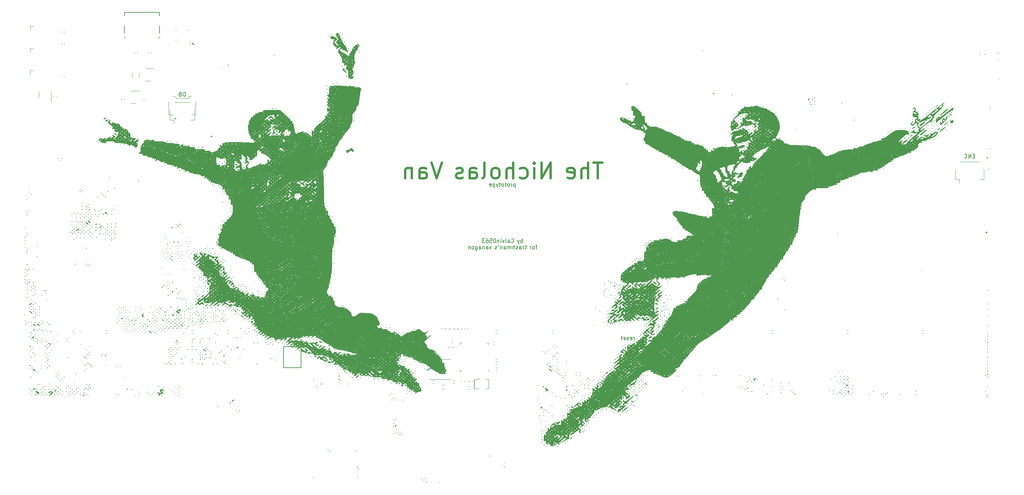
<source format=gbr>
%TF.GenerationSoftware,KiCad,Pcbnew,(7.0.0)*%
%TF.CreationDate,2023-09-28T15:11:26+02:00*%
%TF.ProjectId,the-nicholas-van,7468652d-6e69-4636-986f-6c61732d7661,rev?*%
%TF.SameCoordinates,Original*%
%TF.FileFunction,Legend,Bot*%
%TF.FilePolarity,Positive*%
%FSLAX46Y46*%
G04 Gerber Fmt 4.6, Leading zero omitted, Abs format (unit mm)*
G04 Created by KiCad (PCBNEW (7.0.0)) date 2023-09-28 15:11:26*
%MOMM*%
%LPD*%
G01*
G04 APERTURE LIST*
%ADD10C,0.600000*%
%ADD11C,0.150000*%
%ADD12C,0.120000*%
%ADD13C,0.170180*%
%ADD14C,0.002540*%
%ADD15C,0.200000*%
%ADD16C,0.100000*%
G04 APERTURE END LIST*
D10*
X173688392Y-85575773D02*
X171402678Y-85575773D01*
X172545535Y-89575773D02*
X172545535Y-85575773D01*
X170069345Y-89575773D02*
X170069345Y-85575773D01*
X168355059Y-89575773D02*
X168355059Y-87480535D01*
X168355059Y-87480535D02*
X168545535Y-87099583D01*
X168545535Y-87099583D02*
X168926487Y-86909107D01*
X168926487Y-86909107D02*
X169497916Y-86909107D01*
X169497916Y-86909107D02*
X169878868Y-87099583D01*
X169878868Y-87099583D02*
X170069345Y-87290059D01*
X164926487Y-89385297D02*
X165307439Y-89575773D01*
X165307439Y-89575773D02*
X166069344Y-89575773D01*
X166069344Y-89575773D02*
X166450297Y-89385297D01*
X166450297Y-89385297D02*
X166640773Y-89004345D01*
X166640773Y-89004345D02*
X166640773Y-87480535D01*
X166640773Y-87480535D02*
X166450297Y-87099583D01*
X166450297Y-87099583D02*
X166069344Y-86909107D01*
X166069344Y-86909107D02*
X165307439Y-86909107D01*
X165307439Y-86909107D02*
X164926487Y-87099583D01*
X164926487Y-87099583D02*
X164736011Y-87480535D01*
X164736011Y-87480535D02*
X164736011Y-87861488D01*
X164736011Y-87861488D02*
X166640773Y-88242440D01*
X160621726Y-89575773D02*
X160621726Y-85575773D01*
X160621726Y-85575773D02*
X158336011Y-89575773D01*
X158336011Y-89575773D02*
X158336011Y-85575773D01*
X156431250Y-89575773D02*
X156431250Y-86909107D01*
X156431250Y-85575773D02*
X156621726Y-85766250D01*
X156621726Y-85766250D02*
X156431250Y-85956726D01*
X156431250Y-85956726D02*
X156240773Y-85766250D01*
X156240773Y-85766250D02*
X156431250Y-85575773D01*
X156431250Y-85575773D02*
X156431250Y-85956726D01*
X152812202Y-89385297D02*
X153193154Y-89575773D01*
X153193154Y-89575773D02*
X153955059Y-89575773D01*
X153955059Y-89575773D02*
X154336011Y-89385297D01*
X154336011Y-89385297D02*
X154526488Y-89194821D01*
X154526488Y-89194821D02*
X154716964Y-88813869D01*
X154716964Y-88813869D02*
X154716964Y-87671011D01*
X154716964Y-87671011D02*
X154526488Y-87290059D01*
X154526488Y-87290059D02*
X154336011Y-87099583D01*
X154336011Y-87099583D02*
X153955059Y-86909107D01*
X153955059Y-86909107D02*
X153193154Y-86909107D01*
X153193154Y-86909107D02*
X152812202Y-87099583D01*
X151097917Y-89575773D02*
X151097917Y-85575773D01*
X149383631Y-89575773D02*
X149383631Y-87480535D01*
X149383631Y-87480535D02*
X149574107Y-87099583D01*
X149574107Y-87099583D02*
X149955059Y-86909107D01*
X149955059Y-86909107D02*
X150526488Y-86909107D01*
X150526488Y-86909107D02*
X150907440Y-87099583D01*
X150907440Y-87099583D02*
X151097917Y-87290059D01*
X146907440Y-89575773D02*
X147288392Y-89385297D01*
X147288392Y-89385297D02*
X147478869Y-89194821D01*
X147478869Y-89194821D02*
X147669345Y-88813869D01*
X147669345Y-88813869D02*
X147669345Y-87671011D01*
X147669345Y-87671011D02*
X147478869Y-87290059D01*
X147478869Y-87290059D02*
X147288392Y-87099583D01*
X147288392Y-87099583D02*
X146907440Y-86909107D01*
X146907440Y-86909107D02*
X146336011Y-86909107D01*
X146336011Y-86909107D02*
X145955059Y-87099583D01*
X145955059Y-87099583D02*
X145764583Y-87290059D01*
X145764583Y-87290059D02*
X145574107Y-87671011D01*
X145574107Y-87671011D02*
X145574107Y-88813869D01*
X145574107Y-88813869D02*
X145764583Y-89194821D01*
X145764583Y-89194821D02*
X145955059Y-89385297D01*
X145955059Y-89385297D02*
X146336011Y-89575773D01*
X146336011Y-89575773D02*
X146907440Y-89575773D01*
X143288392Y-89575773D02*
X143669344Y-89385297D01*
X143669344Y-89385297D02*
X143859821Y-89004345D01*
X143859821Y-89004345D02*
X143859821Y-85575773D01*
X140050297Y-89575773D02*
X140050297Y-87480535D01*
X140050297Y-87480535D02*
X140240773Y-87099583D01*
X140240773Y-87099583D02*
X140621725Y-86909107D01*
X140621725Y-86909107D02*
X141383630Y-86909107D01*
X141383630Y-86909107D02*
X141764583Y-87099583D01*
X140050297Y-89385297D02*
X140431249Y-89575773D01*
X140431249Y-89575773D02*
X141383630Y-89575773D01*
X141383630Y-89575773D02*
X141764583Y-89385297D01*
X141764583Y-89385297D02*
X141955059Y-89004345D01*
X141955059Y-89004345D02*
X141955059Y-88623392D01*
X141955059Y-88623392D02*
X141764583Y-88242440D01*
X141764583Y-88242440D02*
X141383630Y-88051964D01*
X141383630Y-88051964D02*
X140431249Y-88051964D01*
X140431249Y-88051964D02*
X140050297Y-87861488D01*
X138336011Y-89385297D02*
X137955058Y-89575773D01*
X137955058Y-89575773D02*
X137193154Y-89575773D01*
X137193154Y-89575773D02*
X136812201Y-89385297D01*
X136812201Y-89385297D02*
X136621725Y-89004345D01*
X136621725Y-89004345D02*
X136621725Y-88813869D01*
X136621725Y-88813869D02*
X136812201Y-88432916D01*
X136812201Y-88432916D02*
X137193154Y-88242440D01*
X137193154Y-88242440D02*
X137764582Y-88242440D01*
X137764582Y-88242440D02*
X138145535Y-88051964D01*
X138145535Y-88051964D02*
X138336011Y-87671011D01*
X138336011Y-87671011D02*
X138336011Y-87480535D01*
X138336011Y-87480535D02*
X138145535Y-87099583D01*
X138145535Y-87099583D02*
X137764582Y-86909107D01*
X137764582Y-86909107D02*
X137193154Y-86909107D01*
X137193154Y-86909107D02*
X136812201Y-87099583D01*
X133078868Y-85575773D02*
X131745535Y-89575773D01*
X131745535Y-89575773D02*
X130412201Y-85575773D01*
X127364583Y-89575773D02*
X127364583Y-87480535D01*
X127364583Y-87480535D02*
X127555059Y-87099583D01*
X127555059Y-87099583D02*
X127936011Y-86909107D01*
X127936011Y-86909107D02*
X128697916Y-86909107D01*
X128697916Y-86909107D02*
X129078869Y-87099583D01*
X127364583Y-89385297D02*
X127745535Y-89575773D01*
X127745535Y-89575773D02*
X128697916Y-89575773D01*
X128697916Y-89575773D02*
X129078869Y-89385297D01*
X129078869Y-89385297D02*
X129269345Y-89004345D01*
X129269345Y-89004345D02*
X129269345Y-88623392D01*
X129269345Y-88623392D02*
X129078869Y-88242440D01*
X129078869Y-88242440D02*
X128697916Y-88051964D01*
X128697916Y-88051964D02*
X127745535Y-88051964D01*
X127745535Y-88051964D02*
X127364583Y-87861488D01*
X125459821Y-86909107D02*
X125459821Y-89575773D01*
X125459821Y-87290059D02*
X125269344Y-87099583D01*
X125269344Y-87099583D02*
X124888392Y-86909107D01*
X124888392Y-86909107D02*
X124316963Y-86909107D01*
X124316963Y-86909107D02*
X123936011Y-87099583D01*
X123936011Y-87099583D02*
X123745535Y-87480535D01*
X123745535Y-87480535D02*
X123745535Y-89575773D01*
D11*
X151693155Y-90981964D02*
X151693155Y-91981964D01*
X151693155Y-91029583D02*
X151597917Y-90981964D01*
X151597917Y-90981964D02*
X151407441Y-90981964D01*
X151407441Y-90981964D02*
X151312203Y-91029583D01*
X151312203Y-91029583D02*
X151264584Y-91077202D01*
X151264584Y-91077202D02*
X151216965Y-91172440D01*
X151216965Y-91172440D02*
X151216965Y-91458154D01*
X151216965Y-91458154D02*
X151264584Y-91553392D01*
X151264584Y-91553392D02*
X151312203Y-91601011D01*
X151312203Y-91601011D02*
X151407441Y-91648630D01*
X151407441Y-91648630D02*
X151597917Y-91648630D01*
X151597917Y-91648630D02*
X151693155Y-91601011D01*
X150788393Y-91648630D02*
X150788393Y-90981964D01*
X150788393Y-91172440D02*
X150740774Y-91077202D01*
X150740774Y-91077202D02*
X150693155Y-91029583D01*
X150693155Y-91029583D02*
X150597917Y-90981964D01*
X150597917Y-90981964D02*
X150502679Y-90981964D01*
X150026488Y-91648630D02*
X150121726Y-91601011D01*
X150121726Y-91601011D02*
X150169345Y-91553392D01*
X150169345Y-91553392D02*
X150216964Y-91458154D01*
X150216964Y-91458154D02*
X150216964Y-91172440D01*
X150216964Y-91172440D02*
X150169345Y-91077202D01*
X150169345Y-91077202D02*
X150121726Y-91029583D01*
X150121726Y-91029583D02*
X150026488Y-90981964D01*
X150026488Y-90981964D02*
X149883631Y-90981964D01*
X149883631Y-90981964D02*
X149788393Y-91029583D01*
X149788393Y-91029583D02*
X149740774Y-91077202D01*
X149740774Y-91077202D02*
X149693155Y-91172440D01*
X149693155Y-91172440D02*
X149693155Y-91458154D01*
X149693155Y-91458154D02*
X149740774Y-91553392D01*
X149740774Y-91553392D02*
X149788393Y-91601011D01*
X149788393Y-91601011D02*
X149883631Y-91648630D01*
X149883631Y-91648630D02*
X150026488Y-91648630D01*
X149407440Y-90981964D02*
X149026488Y-90981964D01*
X149264583Y-90648630D02*
X149264583Y-91505773D01*
X149264583Y-91505773D02*
X149216964Y-91601011D01*
X149216964Y-91601011D02*
X149121726Y-91648630D01*
X149121726Y-91648630D02*
X149026488Y-91648630D01*
X148550297Y-91648630D02*
X148645535Y-91601011D01*
X148645535Y-91601011D02*
X148693154Y-91553392D01*
X148693154Y-91553392D02*
X148740773Y-91458154D01*
X148740773Y-91458154D02*
X148740773Y-91172440D01*
X148740773Y-91172440D02*
X148693154Y-91077202D01*
X148693154Y-91077202D02*
X148645535Y-91029583D01*
X148645535Y-91029583D02*
X148550297Y-90981964D01*
X148550297Y-90981964D02*
X148407440Y-90981964D01*
X148407440Y-90981964D02*
X148312202Y-91029583D01*
X148312202Y-91029583D02*
X148264583Y-91077202D01*
X148264583Y-91077202D02*
X148216964Y-91172440D01*
X148216964Y-91172440D02*
X148216964Y-91458154D01*
X148216964Y-91458154D02*
X148264583Y-91553392D01*
X148264583Y-91553392D02*
X148312202Y-91601011D01*
X148312202Y-91601011D02*
X148407440Y-91648630D01*
X148407440Y-91648630D02*
X148550297Y-91648630D01*
X147931249Y-90981964D02*
X147550297Y-90981964D01*
X147788392Y-90648630D02*
X147788392Y-91505773D01*
X147788392Y-91505773D02*
X147740773Y-91601011D01*
X147740773Y-91601011D02*
X147645535Y-91648630D01*
X147645535Y-91648630D02*
X147550297Y-91648630D01*
X147312201Y-90981964D02*
X147074106Y-91648630D01*
X146836011Y-90981964D02*
X147074106Y-91648630D01*
X147074106Y-91648630D02*
X147169344Y-91886726D01*
X147169344Y-91886726D02*
X147216963Y-91934345D01*
X147216963Y-91934345D02*
X147312201Y-91981964D01*
X146455058Y-90981964D02*
X146455058Y-91981964D01*
X146455058Y-91029583D02*
X146359820Y-90981964D01*
X146359820Y-90981964D02*
X146169344Y-90981964D01*
X146169344Y-90981964D02*
X146074106Y-91029583D01*
X146074106Y-91029583D02*
X146026487Y-91077202D01*
X146026487Y-91077202D02*
X145978868Y-91172440D01*
X145978868Y-91172440D02*
X145978868Y-91458154D01*
X145978868Y-91458154D02*
X146026487Y-91553392D01*
X146026487Y-91553392D02*
X146074106Y-91601011D01*
X146074106Y-91601011D02*
X146169344Y-91648630D01*
X146169344Y-91648630D02*
X146359820Y-91648630D01*
X146359820Y-91648630D02*
X146455058Y-91601011D01*
X145169344Y-91601011D02*
X145264582Y-91648630D01*
X145264582Y-91648630D02*
X145455058Y-91648630D01*
X145455058Y-91648630D02*
X145550296Y-91601011D01*
X145550296Y-91601011D02*
X145597915Y-91505773D01*
X145597915Y-91505773D02*
X145597915Y-91124821D01*
X145597915Y-91124821D02*
X145550296Y-91029583D01*
X145550296Y-91029583D02*
X145455058Y-90981964D01*
X145455058Y-90981964D02*
X145264582Y-90981964D01*
X145264582Y-90981964D02*
X145169344Y-91029583D01*
X145169344Y-91029583D02*
X145121725Y-91124821D01*
X145121725Y-91124821D02*
X145121725Y-91220059D01*
X145121725Y-91220059D02*
X145597915Y-91315297D01*
X153516964Y-105919880D02*
X153516964Y-104919880D01*
X153516964Y-105300833D02*
X153421726Y-105253214D01*
X153421726Y-105253214D02*
X153231250Y-105253214D01*
X153231250Y-105253214D02*
X153136012Y-105300833D01*
X153136012Y-105300833D02*
X153088393Y-105348452D01*
X153088393Y-105348452D02*
X153040774Y-105443690D01*
X153040774Y-105443690D02*
X153040774Y-105729404D01*
X153040774Y-105729404D02*
X153088393Y-105824642D01*
X153088393Y-105824642D02*
X153136012Y-105872261D01*
X153136012Y-105872261D02*
X153231250Y-105919880D01*
X153231250Y-105919880D02*
X153421726Y-105919880D01*
X153421726Y-105919880D02*
X153516964Y-105872261D01*
X152707440Y-105253214D02*
X152469345Y-105919880D01*
X152231250Y-105253214D02*
X152469345Y-105919880D01*
X152469345Y-105919880D02*
X152564583Y-106157976D01*
X152564583Y-106157976D02*
X152612202Y-106205595D01*
X152612202Y-106205595D02*
X152707440Y-106253214D01*
X150678869Y-105824642D02*
X150726488Y-105872261D01*
X150726488Y-105872261D02*
X150869345Y-105919880D01*
X150869345Y-105919880D02*
X150964583Y-105919880D01*
X150964583Y-105919880D02*
X151107440Y-105872261D01*
X151107440Y-105872261D02*
X151202678Y-105777023D01*
X151202678Y-105777023D02*
X151250297Y-105681785D01*
X151250297Y-105681785D02*
X151297916Y-105491309D01*
X151297916Y-105491309D02*
X151297916Y-105348452D01*
X151297916Y-105348452D02*
X151250297Y-105157976D01*
X151250297Y-105157976D02*
X151202678Y-105062738D01*
X151202678Y-105062738D02*
X151107440Y-104967500D01*
X151107440Y-104967500D02*
X150964583Y-104919880D01*
X150964583Y-104919880D02*
X150869345Y-104919880D01*
X150869345Y-104919880D02*
X150726488Y-104967500D01*
X150726488Y-104967500D02*
X150678869Y-105015119D01*
X149821726Y-105919880D02*
X149821726Y-105396071D01*
X149821726Y-105396071D02*
X149869345Y-105300833D01*
X149869345Y-105300833D02*
X149964583Y-105253214D01*
X149964583Y-105253214D02*
X150155059Y-105253214D01*
X150155059Y-105253214D02*
X150250297Y-105300833D01*
X149821726Y-105872261D02*
X149916964Y-105919880D01*
X149916964Y-105919880D02*
X150155059Y-105919880D01*
X150155059Y-105919880D02*
X150250297Y-105872261D01*
X150250297Y-105872261D02*
X150297916Y-105777023D01*
X150297916Y-105777023D02*
X150297916Y-105681785D01*
X150297916Y-105681785D02*
X150250297Y-105586547D01*
X150250297Y-105586547D02*
X150155059Y-105538928D01*
X150155059Y-105538928D02*
X149916964Y-105538928D01*
X149916964Y-105538928D02*
X149821726Y-105491309D01*
X149202678Y-105919880D02*
X149297916Y-105872261D01*
X149297916Y-105872261D02*
X149345535Y-105777023D01*
X149345535Y-105777023D02*
X149345535Y-104919880D01*
X148916963Y-105253214D02*
X148678868Y-105919880D01*
X148678868Y-105919880D02*
X148440773Y-105253214D01*
X148059820Y-105919880D02*
X148059820Y-105253214D01*
X148059820Y-104919880D02*
X148107439Y-104967500D01*
X148107439Y-104967500D02*
X148059820Y-105015119D01*
X148059820Y-105015119D02*
X148012201Y-104967500D01*
X148012201Y-104967500D02*
X148059820Y-104919880D01*
X148059820Y-104919880D02*
X148059820Y-105015119D01*
X147583630Y-105253214D02*
X147583630Y-105919880D01*
X147583630Y-105348452D02*
X147536011Y-105300833D01*
X147536011Y-105300833D02*
X147440773Y-105253214D01*
X147440773Y-105253214D02*
X147297916Y-105253214D01*
X147297916Y-105253214D02*
X147202678Y-105300833D01*
X147202678Y-105300833D02*
X147155059Y-105396071D01*
X147155059Y-105396071D02*
X147155059Y-105919880D01*
X146488392Y-104919880D02*
X146393154Y-104919880D01*
X146393154Y-104919880D02*
X146297916Y-104967500D01*
X146297916Y-104967500D02*
X146250297Y-105015119D01*
X146250297Y-105015119D02*
X146202678Y-105110357D01*
X146202678Y-105110357D02*
X146155059Y-105300833D01*
X146155059Y-105300833D02*
X146155059Y-105538928D01*
X146155059Y-105538928D02*
X146202678Y-105729404D01*
X146202678Y-105729404D02*
X146250297Y-105824642D01*
X146250297Y-105824642D02*
X146297916Y-105872261D01*
X146297916Y-105872261D02*
X146393154Y-105919880D01*
X146393154Y-105919880D02*
X146488392Y-105919880D01*
X146488392Y-105919880D02*
X146583630Y-105872261D01*
X146583630Y-105872261D02*
X146631249Y-105824642D01*
X146631249Y-105824642D02*
X146678868Y-105729404D01*
X146678868Y-105729404D02*
X146726487Y-105538928D01*
X146726487Y-105538928D02*
X146726487Y-105300833D01*
X146726487Y-105300833D02*
X146678868Y-105110357D01*
X146678868Y-105110357D02*
X146631249Y-105015119D01*
X146631249Y-105015119D02*
X146583630Y-104967500D01*
X146583630Y-104967500D02*
X146488392Y-104919880D01*
X145250297Y-104919880D02*
X145726487Y-104919880D01*
X145726487Y-104919880D02*
X145774106Y-105396071D01*
X145774106Y-105396071D02*
X145726487Y-105348452D01*
X145726487Y-105348452D02*
X145631249Y-105300833D01*
X145631249Y-105300833D02*
X145393154Y-105300833D01*
X145393154Y-105300833D02*
X145297916Y-105348452D01*
X145297916Y-105348452D02*
X145250297Y-105396071D01*
X145250297Y-105396071D02*
X145202678Y-105491309D01*
X145202678Y-105491309D02*
X145202678Y-105729404D01*
X145202678Y-105729404D02*
X145250297Y-105824642D01*
X145250297Y-105824642D02*
X145297916Y-105872261D01*
X145297916Y-105872261D02*
X145393154Y-105919880D01*
X145393154Y-105919880D02*
X145631249Y-105919880D01*
X145631249Y-105919880D02*
X145726487Y-105872261D01*
X145726487Y-105872261D02*
X145774106Y-105824642D01*
X144345535Y-104919880D02*
X144536011Y-104919880D01*
X144536011Y-104919880D02*
X144631249Y-104967500D01*
X144631249Y-104967500D02*
X144678868Y-105015119D01*
X144678868Y-105015119D02*
X144774106Y-105157976D01*
X144774106Y-105157976D02*
X144821725Y-105348452D01*
X144821725Y-105348452D02*
X144821725Y-105729404D01*
X144821725Y-105729404D02*
X144774106Y-105824642D01*
X144774106Y-105824642D02*
X144726487Y-105872261D01*
X144726487Y-105872261D02*
X144631249Y-105919880D01*
X144631249Y-105919880D02*
X144440773Y-105919880D01*
X144440773Y-105919880D02*
X144345535Y-105872261D01*
X144345535Y-105872261D02*
X144297916Y-105824642D01*
X144297916Y-105824642D02*
X144250297Y-105729404D01*
X144250297Y-105729404D02*
X144250297Y-105491309D01*
X144250297Y-105491309D02*
X144297916Y-105396071D01*
X144297916Y-105396071D02*
X144345535Y-105348452D01*
X144345535Y-105348452D02*
X144440773Y-105300833D01*
X144440773Y-105300833D02*
X144631249Y-105300833D01*
X144631249Y-105300833D02*
X144726487Y-105348452D01*
X144726487Y-105348452D02*
X144774106Y-105396071D01*
X144774106Y-105396071D02*
X144821725Y-105491309D01*
X143916963Y-104919880D02*
X143297916Y-104919880D01*
X143297916Y-104919880D02*
X143631249Y-105300833D01*
X143631249Y-105300833D02*
X143488392Y-105300833D01*
X143488392Y-105300833D02*
X143393154Y-105348452D01*
X143393154Y-105348452D02*
X143345535Y-105396071D01*
X143345535Y-105396071D02*
X143297916Y-105491309D01*
X143297916Y-105491309D02*
X143297916Y-105729404D01*
X143297916Y-105729404D02*
X143345535Y-105824642D01*
X143345535Y-105824642D02*
X143393154Y-105872261D01*
X143393154Y-105872261D02*
X143488392Y-105919880D01*
X143488392Y-105919880D02*
X143774106Y-105919880D01*
X143774106Y-105919880D02*
X143869344Y-105872261D01*
X143869344Y-105872261D02*
X143916963Y-105824642D01*
X157197917Y-106873214D02*
X156816965Y-106873214D01*
X157055060Y-107539880D02*
X157055060Y-106682738D01*
X157055060Y-106682738D02*
X157007441Y-106587500D01*
X157007441Y-106587500D02*
X156912203Y-106539880D01*
X156912203Y-106539880D02*
X156816965Y-106539880D01*
X156340774Y-107539880D02*
X156436012Y-107492261D01*
X156436012Y-107492261D02*
X156483631Y-107444642D01*
X156483631Y-107444642D02*
X156531250Y-107349404D01*
X156531250Y-107349404D02*
X156531250Y-107063690D01*
X156531250Y-107063690D02*
X156483631Y-106968452D01*
X156483631Y-106968452D02*
X156436012Y-106920833D01*
X156436012Y-106920833D02*
X156340774Y-106873214D01*
X156340774Y-106873214D02*
X156197917Y-106873214D01*
X156197917Y-106873214D02*
X156102679Y-106920833D01*
X156102679Y-106920833D02*
X156055060Y-106968452D01*
X156055060Y-106968452D02*
X156007441Y-107063690D01*
X156007441Y-107063690D02*
X156007441Y-107349404D01*
X156007441Y-107349404D02*
X156055060Y-107444642D01*
X156055060Y-107444642D02*
X156102679Y-107492261D01*
X156102679Y-107492261D02*
X156197917Y-107539880D01*
X156197917Y-107539880D02*
X156340774Y-107539880D01*
X155578869Y-107539880D02*
X155578869Y-106873214D01*
X155578869Y-107063690D02*
X155531250Y-106968452D01*
X155531250Y-106968452D02*
X155483631Y-106920833D01*
X155483631Y-106920833D02*
X155388393Y-106873214D01*
X155388393Y-106873214D02*
X155293155Y-106873214D01*
X154502678Y-106873214D02*
X154121726Y-106873214D01*
X154359821Y-106539880D02*
X154359821Y-107397023D01*
X154359821Y-107397023D02*
X154312202Y-107492261D01*
X154312202Y-107492261D02*
X154216964Y-107539880D01*
X154216964Y-107539880D02*
X154121726Y-107539880D01*
X153788392Y-107539880D02*
X153788392Y-106873214D01*
X153788392Y-107063690D02*
X153740773Y-106968452D01*
X153740773Y-106968452D02*
X153693154Y-106920833D01*
X153693154Y-106920833D02*
X153597916Y-106873214D01*
X153597916Y-106873214D02*
X153502678Y-106873214D01*
X152740773Y-107539880D02*
X152740773Y-107016071D01*
X152740773Y-107016071D02*
X152788392Y-106920833D01*
X152788392Y-106920833D02*
X152883630Y-106873214D01*
X152883630Y-106873214D02*
X153074106Y-106873214D01*
X153074106Y-106873214D02*
X153169344Y-106920833D01*
X152740773Y-107492261D02*
X152836011Y-107539880D01*
X152836011Y-107539880D02*
X153074106Y-107539880D01*
X153074106Y-107539880D02*
X153169344Y-107492261D01*
X153169344Y-107492261D02*
X153216963Y-107397023D01*
X153216963Y-107397023D02*
X153216963Y-107301785D01*
X153216963Y-107301785D02*
X153169344Y-107206547D01*
X153169344Y-107206547D02*
X153074106Y-107158928D01*
X153074106Y-107158928D02*
X152836011Y-107158928D01*
X152836011Y-107158928D02*
X152740773Y-107111309D01*
X152312201Y-107492261D02*
X152216963Y-107539880D01*
X152216963Y-107539880D02*
X152026487Y-107539880D01*
X152026487Y-107539880D02*
X151931249Y-107492261D01*
X151931249Y-107492261D02*
X151883630Y-107397023D01*
X151883630Y-107397023D02*
X151883630Y-107349404D01*
X151883630Y-107349404D02*
X151931249Y-107254166D01*
X151931249Y-107254166D02*
X152026487Y-107206547D01*
X152026487Y-107206547D02*
X152169344Y-107206547D01*
X152169344Y-107206547D02*
X152264582Y-107158928D01*
X152264582Y-107158928D02*
X152312201Y-107063690D01*
X152312201Y-107063690D02*
X152312201Y-107016071D01*
X152312201Y-107016071D02*
X152264582Y-106920833D01*
X152264582Y-106920833D02*
X152169344Y-106873214D01*
X152169344Y-106873214D02*
X152026487Y-106873214D01*
X152026487Y-106873214D02*
X151931249Y-106920833D01*
X151455058Y-107539880D02*
X151455058Y-106539880D01*
X151026487Y-107539880D02*
X151026487Y-107016071D01*
X151026487Y-107016071D02*
X151074106Y-106920833D01*
X151074106Y-106920833D02*
X151169344Y-106873214D01*
X151169344Y-106873214D02*
X151312201Y-106873214D01*
X151312201Y-106873214D02*
X151407439Y-106920833D01*
X151407439Y-106920833D02*
X151455058Y-106968452D01*
X150550296Y-107539880D02*
X150550296Y-106873214D01*
X150550296Y-106968452D02*
X150502677Y-106920833D01*
X150502677Y-106920833D02*
X150407439Y-106873214D01*
X150407439Y-106873214D02*
X150264582Y-106873214D01*
X150264582Y-106873214D02*
X150169344Y-106920833D01*
X150169344Y-106920833D02*
X150121725Y-107016071D01*
X150121725Y-107016071D02*
X150121725Y-107539880D01*
X150121725Y-107016071D02*
X150074106Y-106920833D01*
X150074106Y-106920833D02*
X149978868Y-106873214D01*
X149978868Y-106873214D02*
X149836011Y-106873214D01*
X149836011Y-106873214D02*
X149740772Y-106920833D01*
X149740772Y-106920833D02*
X149693153Y-107016071D01*
X149693153Y-107016071D02*
X149693153Y-107539880D01*
X148788392Y-107539880D02*
X148788392Y-107016071D01*
X148788392Y-107016071D02*
X148836011Y-106920833D01*
X148836011Y-106920833D02*
X148931249Y-106873214D01*
X148931249Y-106873214D02*
X149121725Y-106873214D01*
X149121725Y-106873214D02*
X149216963Y-106920833D01*
X148788392Y-107492261D02*
X148883630Y-107539880D01*
X148883630Y-107539880D02*
X149121725Y-107539880D01*
X149121725Y-107539880D02*
X149216963Y-107492261D01*
X149216963Y-107492261D02*
X149264582Y-107397023D01*
X149264582Y-107397023D02*
X149264582Y-107301785D01*
X149264582Y-107301785D02*
X149216963Y-107206547D01*
X149216963Y-107206547D02*
X149121725Y-107158928D01*
X149121725Y-107158928D02*
X148883630Y-107158928D01*
X148883630Y-107158928D02*
X148788392Y-107111309D01*
X148312201Y-106873214D02*
X148312201Y-107539880D01*
X148312201Y-106968452D02*
X148264582Y-106920833D01*
X148264582Y-106920833D02*
X148169344Y-106873214D01*
X148169344Y-106873214D02*
X148026487Y-106873214D01*
X148026487Y-106873214D02*
X147931249Y-106920833D01*
X147931249Y-106920833D02*
X147883630Y-107016071D01*
X147883630Y-107016071D02*
X147883630Y-107539880D01*
X147359820Y-106539880D02*
X147455058Y-106730357D01*
X146978868Y-107492261D02*
X146883630Y-107539880D01*
X146883630Y-107539880D02*
X146693154Y-107539880D01*
X146693154Y-107539880D02*
X146597916Y-107492261D01*
X146597916Y-107492261D02*
X146550297Y-107397023D01*
X146550297Y-107397023D02*
X146550297Y-107349404D01*
X146550297Y-107349404D02*
X146597916Y-107254166D01*
X146597916Y-107254166D02*
X146693154Y-107206547D01*
X146693154Y-107206547D02*
X146836011Y-107206547D01*
X146836011Y-107206547D02*
X146931249Y-107158928D01*
X146931249Y-107158928D02*
X146978868Y-107063690D01*
X146978868Y-107063690D02*
X146978868Y-107016071D01*
X146978868Y-107016071D02*
X146931249Y-106920833D01*
X146931249Y-106920833D02*
X146836011Y-106873214D01*
X146836011Y-106873214D02*
X146693154Y-106873214D01*
X146693154Y-106873214D02*
X146597916Y-106920833D01*
X145616963Y-106873214D02*
X145378868Y-107539880D01*
X145378868Y-107539880D02*
X145140773Y-106873214D01*
X144331249Y-107539880D02*
X144331249Y-107016071D01*
X144331249Y-107016071D02*
X144378868Y-106920833D01*
X144378868Y-106920833D02*
X144474106Y-106873214D01*
X144474106Y-106873214D02*
X144664582Y-106873214D01*
X144664582Y-106873214D02*
X144759820Y-106920833D01*
X144331249Y-107492261D02*
X144426487Y-107539880D01*
X144426487Y-107539880D02*
X144664582Y-107539880D01*
X144664582Y-107539880D02*
X144759820Y-107492261D01*
X144759820Y-107492261D02*
X144807439Y-107397023D01*
X144807439Y-107397023D02*
X144807439Y-107301785D01*
X144807439Y-107301785D02*
X144759820Y-107206547D01*
X144759820Y-107206547D02*
X144664582Y-107158928D01*
X144664582Y-107158928D02*
X144426487Y-107158928D01*
X144426487Y-107158928D02*
X144331249Y-107111309D01*
X143855058Y-106873214D02*
X143855058Y-107539880D01*
X143855058Y-106968452D02*
X143807439Y-106920833D01*
X143807439Y-106920833D02*
X143712201Y-106873214D01*
X143712201Y-106873214D02*
X143569344Y-106873214D01*
X143569344Y-106873214D02*
X143474106Y-106920833D01*
X143474106Y-106920833D02*
X143426487Y-107016071D01*
X143426487Y-107016071D02*
X143426487Y-107539880D01*
X142521725Y-107539880D02*
X142521725Y-107016071D01*
X142521725Y-107016071D02*
X142569344Y-106920833D01*
X142569344Y-106920833D02*
X142664582Y-106873214D01*
X142664582Y-106873214D02*
X142855058Y-106873214D01*
X142855058Y-106873214D02*
X142950296Y-106920833D01*
X142521725Y-107492261D02*
X142616963Y-107539880D01*
X142616963Y-107539880D02*
X142855058Y-107539880D01*
X142855058Y-107539880D02*
X142950296Y-107492261D01*
X142950296Y-107492261D02*
X142997915Y-107397023D01*
X142997915Y-107397023D02*
X142997915Y-107301785D01*
X142997915Y-107301785D02*
X142950296Y-107206547D01*
X142950296Y-107206547D02*
X142855058Y-107158928D01*
X142855058Y-107158928D02*
X142616963Y-107158928D01*
X142616963Y-107158928D02*
X142521725Y-107111309D01*
X141616963Y-106873214D02*
X141616963Y-107682738D01*
X141616963Y-107682738D02*
X141664582Y-107777976D01*
X141664582Y-107777976D02*
X141712201Y-107825595D01*
X141712201Y-107825595D02*
X141807439Y-107873214D01*
X141807439Y-107873214D02*
X141950296Y-107873214D01*
X141950296Y-107873214D02*
X142045534Y-107825595D01*
X141616963Y-107492261D02*
X141712201Y-107539880D01*
X141712201Y-107539880D02*
X141902677Y-107539880D01*
X141902677Y-107539880D02*
X141997915Y-107492261D01*
X141997915Y-107492261D02*
X142045534Y-107444642D01*
X142045534Y-107444642D02*
X142093153Y-107349404D01*
X142093153Y-107349404D02*
X142093153Y-107063690D01*
X142093153Y-107063690D02*
X142045534Y-106968452D01*
X142045534Y-106968452D02*
X141997915Y-106920833D01*
X141997915Y-106920833D02*
X141902677Y-106873214D01*
X141902677Y-106873214D02*
X141712201Y-106873214D01*
X141712201Y-106873214D02*
X141616963Y-106920833D01*
X140997915Y-107539880D02*
X141093153Y-107492261D01*
X141093153Y-107492261D02*
X141140772Y-107444642D01*
X141140772Y-107444642D02*
X141188391Y-107349404D01*
X141188391Y-107349404D02*
X141188391Y-107063690D01*
X141188391Y-107063690D02*
X141140772Y-106968452D01*
X141140772Y-106968452D02*
X141093153Y-106920833D01*
X141093153Y-106920833D02*
X140997915Y-106873214D01*
X140997915Y-106873214D02*
X140855058Y-106873214D01*
X140855058Y-106873214D02*
X140759820Y-106920833D01*
X140759820Y-106920833D02*
X140712201Y-106968452D01*
X140712201Y-106968452D02*
X140664582Y-107063690D01*
X140664582Y-107063690D02*
X140664582Y-107349404D01*
X140664582Y-107349404D02*
X140712201Y-107444642D01*
X140712201Y-107444642D02*
X140759820Y-107492261D01*
X140759820Y-107492261D02*
X140855058Y-107539880D01*
X140855058Y-107539880D02*
X140997915Y-107539880D01*
X140236010Y-106873214D02*
X140236010Y-107539880D01*
X140236010Y-106968452D02*
X140188391Y-106920833D01*
X140188391Y-106920833D02*
X140093153Y-106873214D01*
X140093153Y-106873214D02*
X139950296Y-106873214D01*
X139950296Y-106873214D02*
X139855058Y-106920833D01*
X139855058Y-106920833D02*
X139807439Y-107016071D01*
X139807439Y-107016071D02*
X139807439Y-107539880D01*
X68107238Y-68806553D02*
X68107238Y-67806553D01*
X68107238Y-67806553D02*
X67869143Y-67806553D01*
X67869143Y-67806553D02*
X67726286Y-67854173D01*
X67726286Y-67854173D02*
X67631048Y-67949411D01*
X67631048Y-67949411D02*
X67583429Y-68044649D01*
X67583429Y-68044649D02*
X67535810Y-68235125D01*
X67535810Y-68235125D02*
X67535810Y-68377982D01*
X67535810Y-68377982D02*
X67583429Y-68568458D01*
X67583429Y-68568458D02*
X67631048Y-68663696D01*
X67631048Y-68663696D02*
X67726286Y-68758934D01*
X67726286Y-68758934D02*
X67869143Y-68806553D01*
X67869143Y-68806553D02*
X68107238Y-68806553D01*
X66773905Y-68282744D02*
X66631048Y-68330363D01*
X66631048Y-68330363D02*
X66583429Y-68377982D01*
X66583429Y-68377982D02*
X66535810Y-68473220D01*
X66535810Y-68473220D02*
X66535810Y-68616077D01*
X66535810Y-68616077D02*
X66583429Y-68711315D01*
X66583429Y-68711315D02*
X66631048Y-68758934D01*
X66631048Y-68758934D02*
X66726286Y-68806553D01*
X66726286Y-68806553D02*
X67107238Y-68806553D01*
X67107238Y-68806553D02*
X67107238Y-67806553D01*
X67107238Y-67806553D02*
X66773905Y-67806553D01*
X66773905Y-67806553D02*
X66678667Y-67854173D01*
X66678667Y-67854173D02*
X66631048Y-67901792D01*
X66631048Y-67901792D02*
X66583429Y-67997030D01*
X66583429Y-67997030D02*
X66583429Y-68092268D01*
X66583429Y-68092268D02*
X66631048Y-68187506D01*
X66631048Y-68187506D02*
X66678667Y-68235125D01*
X66678667Y-68235125D02*
X66773905Y-68282744D01*
X66773905Y-68282744D02*
X67107238Y-68282744D01*
X267938094Y-83981071D02*
X267604761Y-83981071D01*
X267461904Y-84504880D02*
X267938094Y-84504880D01*
X267938094Y-84504880D02*
X267938094Y-83504880D01*
X267938094Y-83504880D02*
X267461904Y-83504880D01*
X267033332Y-84504880D02*
X267033332Y-83504880D01*
X267033332Y-83504880D02*
X266461904Y-84504880D01*
X266461904Y-84504880D02*
X266461904Y-83504880D01*
X265414285Y-84409642D02*
X265461904Y-84457261D01*
X265461904Y-84457261D02*
X265604761Y-84504880D01*
X265604761Y-84504880D02*
X265699999Y-84504880D01*
X265699999Y-84504880D02*
X265842856Y-84457261D01*
X265842856Y-84457261D02*
X265938094Y-84362023D01*
X265938094Y-84362023D02*
X265985713Y-84266785D01*
X265985713Y-84266785D02*
X266033332Y-84076309D01*
X266033332Y-84076309D02*
X266033332Y-83933452D01*
X266033332Y-83933452D02*
X265985713Y-83742976D01*
X265985713Y-83742976D02*
X265938094Y-83647738D01*
X265938094Y-83647738D02*
X265842856Y-83552500D01*
X265842856Y-83552500D02*
X265699999Y-83504880D01*
X265699999Y-83504880D02*
X265604761Y-83504880D01*
X265604761Y-83504880D02*
X265461904Y-83552500D01*
X265461904Y-83552500D02*
X265414285Y-83600119D01*
X181800297Y-130542380D02*
X181800297Y-129875714D01*
X181800297Y-130066190D02*
X181752678Y-129970952D01*
X181752678Y-129970952D02*
X181705059Y-129923333D01*
X181705059Y-129923333D02*
X181609821Y-129875714D01*
X181609821Y-129875714D02*
X181514583Y-129875714D01*
X180800297Y-130494761D02*
X180895535Y-130542380D01*
X180895535Y-130542380D02*
X181086011Y-130542380D01*
X181086011Y-130542380D02*
X181181249Y-130494761D01*
X181181249Y-130494761D02*
X181228868Y-130399523D01*
X181228868Y-130399523D02*
X181228868Y-130018571D01*
X181228868Y-130018571D02*
X181181249Y-129923333D01*
X181181249Y-129923333D02*
X181086011Y-129875714D01*
X181086011Y-129875714D02*
X180895535Y-129875714D01*
X180895535Y-129875714D02*
X180800297Y-129923333D01*
X180800297Y-129923333D02*
X180752678Y-130018571D01*
X180752678Y-130018571D02*
X180752678Y-130113809D01*
X180752678Y-130113809D02*
X181228868Y-130209047D01*
X180371725Y-130494761D02*
X180276487Y-130542380D01*
X180276487Y-130542380D02*
X180086011Y-130542380D01*
X180086011Y-130542380D02*
X179990773Y-130494761D01*
X179990773Y-130494761D02*
X179943154Y-130399523D01*
X179943154Y-130399523D02*
X179943154Y-130351904D01*
X179943154Y-130351904D02*
X179990773Y-130256666D01*
X179990773Y-130256666D02*
X180086011Y-130209047D01*
X180086011Y-130209047D02*
X180228868Y-130209047D01*
X180228868Y-130209047D02*
X180324106Y-130161428D01*
X180324106Y-130161428D02*
X180371725Y-130066190D01*
X180371725Y-130066190D02*
X180371725Y-130018571D01*
X180371725Y-130018571D02*
X180324106Y-129923333D01*
X180324106Y-129923333D02*
X180228868Y-129875714D01*
X180228868Y-129875714D02*
X180086011Y-129875714D01*
X180086011Y-129875714D02*
X179990773Y-129923333D01*
X179133630Y-130494761D02*
X179228868Y-130542380D01*
X179228868Y-130542380D02*
X179419344Y-130542380D01*
X179419344Y-130542380D02*
X179514582Y-130494761D01*
X179514582Y-130494761D02*
X179562201Y-130399523D01*
X179562201Y-130399523D02*
X179562201Y-130018571D01*
X179562201Y-130018571D02*
X179514582Y-129923333D01*
X179514582Y-129923333D02*
X179419344Y-129875714D01*
X179419344Y-129875714D02*
X179228868Y-129875714D01*
X179228868Y-129875714D02*
X179133630Y-129923333D01*
X179133630Y-129923333D02*
X179086011Y-130018571D01*
X179086011Y-130018571D02*
X179086011Y-130113809D01*
X179086011Y-130113809D02*
X179562201Y-130209047D01*
X178800296Y-129875714D02*
X178419344Y-129875714D01*
X178657439Y-129542380D02*
X178657439Y-130399523D01*
X178657439Y-130399523D02*
X178609820Y-130494761D01*
X178609820Y-130494761D02*
X178514582Y-130542380D01*
X178514582Y-130542380D02*
X178419344Y-130542380D01*
D12*
%TO.C,C6*%
X139802322Y-140949387D02*
X139802322Y-141165059D01*
X139082322Y-140949387D02*
X139082322Y-141165059D01*
%TO.C,R6*%
X138087458Y-127609598D02*
X138087458Y-127916880D01*
X137327458Y-127609598D02*
X137327458Y-127916880D01*
%TO.C,R15*%
X69745507Y-128207500D02*
X70052789Y-128207500D01*
X69745507Y-128967500D02*
X70052789Y-128967500D01*
%TO.C,R24*%
X216540109Y-128207500D02*
X216847391Y-128207500D01*
X216540109Y-128967500D02*
X216847391Y-128967500D01*
%TO.C,R4*%
X135958946Y-127581625D02*
X135958946Y-127888907D01*
X135198946Y-127581625D02*
X135198946Y-127888907D01*
%TO.C,R19*%
X131122391Y-141573750D02*
X130815109Y-141573750D01*
X131122391Y-140813750D02*
X130815109Y-140813750D01*
%TO.C,G\u002A\u002A\u002A*%
G36*
X274212241Y-64406799D02*
G01*
X274083959Y-64513522D01*
X273955676Y-64406799D01*
X274083959Y-64300077D01*
X274212241Y-64406799D01*
G37*
G36*
X273955676Y-59497556D02*
G01*
X273827393Y-59604278D01*
X273699110Y-59497556D01*
X273827393Y-59390833D01*
X273955676Y-59497556D01*
G37*
G36*
X271976523Y-87000153D02*
G01*
X271848241Y-87106875D01*
X271719958Y-87000153D01*
X271848241Y-86893430D01*
X271976523Y-87000153D01*
G37*
G36*
X271976523Y-82090909D02*
G01*
X271848241Y-82197632D01*
X271719958Y-82090909D01*
X271848241Y-81984186D01*
X271976523Y-82090909D01*
G37*
G36*
X271976523Y-72272421D02*
G01*
X271848241Y-72379144D01*
X271719958Y-72272421D01*
X271848241Y-72165699D01*
X271976523Y-72272421D01*
G37*
G36*
X271976523Y-71632085D02*
G01*
X271848241Y-71738808D01*
X271719958Y-71632085D01*
X271848241Y-71525363D01*
X271976523Y-71632085D01*
G37*
G36*
X271463392Y-87427043D02*
G01*
X271335109Y-87533766D01*
X271206827Y-87427043D01*
X271335109Y-87320321D01*
X271463392Y-87427043D01*
G37*
G36*
X271384032Y-144889822D02*
G01*
X271255750Y-144996544D01*
X271127467Y-144889822D01*
X271255750Y-144783099D01*
X271384032Y-144889822D01*
G37*
G36*
X271384032Y-142328477D02*
G01*
X271255750Y-142435200D01*
X271127467Y-142328477D01*
X271255750Y-142221754D01*
X271384032Y-142328477D01*
G37*
G36*
X271384032Y-139980578D02*
G01*
X271255750Y-140087301D01*
X271127467Y-139980578D01*
X271255750Y-139873855D01*
X271384032Y-139980578D01*
G37*
G36*
X271384032Y-137632679D02*
G01*
X271255750Y-137739402D01*
X271127467Y-137632679D01*
X271255750Y-137525956D01*
X271384032Y-137632679D01*
G37*
G36*
X271384032Y-136778897D02*
G01*
X271255750Y-136885620D01*
X271127467Y-136778897D01*
X271255750Y-136672175D01*
X271384032Y-136778897D01*
G37*
G36*
X271384032Y-135925116D02*
G01*
X271255750Y-136031838D01*
X271127467Y-135925116D01*
X271255750Y-135818393D01*
X271384032Y-135925116D01*
G37*
G36*
X271384032Y-135071334D02*
G01*
X271255750Y-135178057D01*
X271127467Y-135071334D01*
X271255750Y-134964612D01*
X271384032Y-135071334D01*
G37*
G36*
X271384032Y-133577217D02*
G01*
X271255750Y-133683939D01*
X271127467Y-133577217D01*
X271255750Y-133470494D01*
X271384032Y-133577217D01*
G37*
G36*
X271384032Y-132723435D02*
G01*
X271255750Y-132830158D01*
X271127467Y-132723435D01*
X271255750Y-132616712D01*
X271384032Y-132723435D01*
G37*
G36*
X271384032Y-131869654D02*
G01*
X271255750Y-131976376D01*
X271127467Y-131869654D01*
X271255750Y-131762931D01*
X271384032Y-131869654D01*
G37*
G36*
X271384032Y-130375536D02*
G01*
X271255750Y-130482259D01*
X271127467Y-130375536D01*
X271255750Y-130268813D01*
X271384032Y-130375536D01*
G37*
G36*
X271384032Y-129521754D02*
G01*
X271255750Y-129628477D01*
X271127467Y-129521754D01*
X271255750Y-129415032D01*
X271384032Y-129521754D01*
G37*
G36*
X271384032Y-128667973D02*
G01*
X271255750Y-128774696D01*
X271127467Y-128667973D01*
X271255750Y-128561250D01*
X271384032Y-128667973D01*
G37*
G36*
X271384032Y-126960410D02*
G01*
X271255750Y-127067133D01*
X271127467Y-126960410D01*
X271255750Y-126853687D01*
X271384032Y-126960410D01*
G37*
G36*
X271384032Y-124612511D02*
G01*
X271255750Y-124719233D01*
X271127467Y-124612511D01*
X271255750Y-124505788D01*
X271384032Y-124612511D01*
G37*
G36*
X271384032Y-122904948D02*
G01*
X271255750Y-123011670D01*
X271127467Y-122904948D01*
X271255750Y-122798225D01*
X271384032Y-122904948D01*
G37*
G36*
X271384032Y-121410830D02*
G01*
X271255750Y-121517553D01*
X271127467Y-121410830D01*
X271255750Y-121304107D01*
X271384032Y-121410830D01*
G37*
G36*
X271384032Y-117995704D02*
G01*
X271255750Y-118102427D01*
X271127467Y-117995704D01*
X271255750Y-117888981D01*
X271384032Y-117995704D01*
G37*
G36*
X271127467Y-144462931D02*
G01*
X270999184Y-144569654D01*
X270870901Y-144462931D01*
X270999184Y-144356208D01*
X271127467Y-144462931D01*
G37*
G36*
X270870901Y-143609149D02*
G01*
X270742618Y-143715872D01*
X270614336Y-143609149D01*
X270742618Y-143502427D01*
X270870901Y-143609149D01*
G37*
G36*
X270870901Y-139553687D02*
G01*
X270742618Y-139660410D01*
X270614336Y-139553687D01*
X270742618Y-139446965D01*
X270870901Y-139553687D01*
G37*
G36*
X270870901Y-130802427D02*
G01*
X270742618Y-130909149D01*
X270614336Y-130802427D01*
X270742618Y-130695704D01*
X270870901Y-130802427D01*
G37*
G36*
X270620322Y-58216883D02*
G01*
X270492039Y-58323606D01*
X270363757Y-58216883D01*
X270492039Y-58110161D01*
X270620322Y-58216883D01*
G37*
G36*
X269594060Y-58216883D02*
G01*
X269465777Y-58323606D01*
X269337494Y-58216883D01*
X269465777Y-58110161D01*
X269594060Y-58216883D01*
G37*
G36*
X262189535Y-76105736D02*
G01*
X262061252Y-76212459D01*
X261932969Y-76105736D01*
X262061252Y-75999013D01*
X262189535Y-76105736D01*
G37*
G36*
X262189535Y-71196492D02*
G01*
X262061252Y-71303215D01*
X261932969Y-71196492D01*
X262061252Y-71089770D01*
X262189535Y-71196492D01*
G37*
G36*
X261676404Y-71623383D02*
G01*
X261548121Y-71730106D01*
X261419838Y-71623383D01*
X261548121Y-71516660D01*
X261676404Y-71623383D01*
G37*
G36*
X261644547Y-73581043D02*
G01*
X261516264Y-73687766D01*
X261387981Y-73581043D01*
X261516264Y-73474321D01*
X261644547Y-73581043D01*
G37*
G36*
X261131415Y-74007934D02*
G01*
X261003132Y-74114657D01*
X260874850Y-74007934D01*
X261003132Y-73901211D01*
X261131415Y-74007934D01*
G37*
G36*
X260906707Y-77386408D02*
G01*
X260778424Y-77493131D01*
X260650141Y-77386408D01*
X260778424Y-77279686D01*
X260906707Y-77386408D01*
G37*
G36*
X260393575Y-72050274D02*
G01*
X260265292Y-72156996D01*
X260137010Y-72050274D01*
X260265292Y-71943551D01*
X260393575Y-72050274D01*
G37*
G36*
X259880444Y-76532627D02*
G01*
X259752161Y-76639349D01*
X259623878Y-76532627D01*
X259752161Y-76425904D01*
X259880444Y-76532627D01*
G37*
G36*
X259880444Y-72477165D02*
G01*
X259752161Y-72583887D01*
X259623878Y-72477165D01*
X259752161Y-72370442D01*
X259880444Y-72477165D01*
G37*
G36*
X258854181Y-78880526D02*
G01*
X258725899Y-78987249D01*
X258597616Y-78880526D01*
X258725899Y-78773803D01*
X258854181Y-78880526D01*
G37*
G36*
X258854181Y-76532627D02*
G01*
X258725899Y-76639349D01*
X258597616Y-76532627D01*
X258725899Y-76425904D01*
X258854181Y-76532627D01*
G37*
G36*
X258854181Y-75678845D02*
G01*
X258725899Y-75785568D01*
X258597616Y-75678845D01*
X258725899Y-75572123D01*
X258854181Y-75678845D01*
G37*
G36*
X258854181Y-73330946D02*
G01*
X258725899Y-73437669D01*
X258597616Y-73330946D01*
X258725899Y-73224223D01*
X258854181Y-73330946D01*
G37*
G36*
X258341050Y-76959517D02*
G01*
X258212767Y-77066240D01*
X258084484Y-76959517D01*
X258212767Y-76852795D01*
X258341050Y-76959517D01*
G37*
G36*
X258341050Y-76105736D02*
G01*
X258212767Y-76212459D01*
X258084484Y-76105736D01*
X258212767Y-75999013D01*
X258341050Y-76105736D01*
G37*
G36*
X258341050Y-73757837D02*
G01*
X258212767Y-73864560D01*
X258084484Y-73757837D01*
X258212767Y-73651114D01*
X258341050Y-73757837D01*
G37*
G36*
X257827919Y-79734307D02*
G01*
X257699636Y-79841030D01*
X257571353Y-79734307D01*
X257699636Y-79627585D01*
X257827919Y-79734307D01*
G37*
G36*
X257827919Y-77386408D02*
G01*
X257699636Y-77493131D01*
X257571353Y-77386408D01*
X257699636Y-77279686D01*
X257827919Y-77386408D01*
G37*
G36*
X257827919Y-76532627D02*
G01*
X257699636Y-76639349D01*
X257571353Y-76532627D01*
X257699636Y-76425904D01*
X257827919Y-76532627D01*
G37*
G36*
X257827919Y-75678845D02*
G01*
X257699636Y-75785568D01*
X257571353Y-75678845D01*
X257699636Y-75572123D01*
X257827919Y-75678845D01*
G37*
G36*
X257827919Y-71623383D02*
G01*
X257699636Y-71730106D01*
X257571353Y-71623383D01*
X257699636Y-71516660D01*
X257827919Y-71623383D01*
G37*
G36*
X257314787Y-77813299D02*
G01*
X257186505Y-77920022D01*
X257058222Y-77813299D01*
X257186505Y-77706576D01*
X257314787Y-77813299D01*
G37*
G36*
X257314787Y-76959517D02*
G01*
X257186505Y-77066240D01*
X257058222Y-76959517D01*
X257186505Y-76852795D01*
X257314787Y-76959517D01*
G37*
G36*
X257314787Y-76105736D02*
G01*
X257186505Y-76212459D01*
X257058222Y-76105736D01*
X257186505Y-75999013D01*
X257314787Y-76105736D01*
G37*
G36*
X257314787Y-72050274D02*
G01*
X257186505Y-72156996D01*
X257058222Y-72050274D01*
X257186505Y-71943551D01*
X257314787Y-72050274D01*
G37*
G36*
X256801656Y-77386408D02*
G01*
X256673373Y-77493131D01*
X256545090Y-77386408D01*
X256673373Y-77279686D01*
X256801656Y-77386408D01*
G37*
G36*
X256801656Y-72477165D02*
G01*
X256673373Y-72583887D01*
X256545090Y-72477165D01*
X256673373Y-72370442D01*
X256801656Y-72477165D01*
G37*
G36*
X256288525Y-77813299D02*
G01*
X256160242Y-77920022D01*
X256031959Y-77813299D01*
X256160242Y-77706576D01*
X256288525Y-77813299D01*
G37*
G36*
X256288525Y-76959517D02*
G01*
X256160242Y-77066240D01*
X256031959Y-76959517D01*
X256160242Y-76852795D01*
X256288525Y-76959517D01*
G37*
G36*
X256288525Y-76105736D02*
G01*
X256160242Y-76212459D01*
X256031959Y-76105736D01*
X256160242Y-75999013D01*
X256288525Y-76105736D01*
G37*
G36*
X256288525Y-72904055D02*
G01*
X256160242Y-73010778D01*
X256031959Y-72904055D01*
X256160242Y-72797333D01*
X256288525Y-72904055D01*
G37*
G36*
X255775393Y-78240190D02*
G01*
X255647111Y-78346912D01*
X255518828Y-78240190D01*
X255647111Y-78133467D01*
X255775393Y-78240190D01*
G37*
G36*
X254669771Y-112864313D02*
G01*
X254541488Y-112971035D01*
X254413206Y-112864313D01*
X254541488Y-112757590D01*
X254669771Y-112864313D01*
G37*
G36*
X253466303Y-76959517D02*
G01*
X253338020Y-77066240D01*
X253209737Y-76959517D01*
X253338020Y-76852795D01*
X253466303Y-76959517D01*
G37*
G36*
X253237235Y-144400750D02*
G01*
X253108952Y-144507472D01*
X252980669Y-144400750D01*
X253108952Y-144294027D01*
X253237235Y-144400750D01*
G37*
G36*
X253237235Y-143546968D02*
G01*
X253108952Y-143653691D01*
X252980669Y-143546968D01*
X253108952Y-143440245D01*
X253237235Y-143546968D01*
G37*
G36*
X252440040Y-74611618D02*
G01*
X252311757Y-74718341D01*
X252183474Y-74611618D01*
X252311757Y-74504896D01*
X252440040Y-74611618D01*
G37*
G36*
X251926909Y-77386408D02*
G01*
X251798626Y-77493131D01*
X251670343Y-77386408D01*
X251798626Y-77279686D01*
X251926909Y-77386408D01*
G37*
G36*
X251926909Y-76532627D02*
G01*
X251798626Y-76639349D01*
X251670343Y-76532627D01*
X251798626Y-76425904D01*
X251926909Y-76532627D01*
G37*
G36*
X250900646Y-79093971D02*
G01*
X250772363Y-79200694D01*
X250644080Y-79093971D01*
X250772363Y-78987249D01*
X250900646Y-79093971D01*
G37*
G36*
X250387515Y-76959517D02*
G01*
X250259232Y-77066240D01*
X250130949Y-76959517D01*
X250259232Y-76852795D01*
X250387515Y-76959517D01*
G37*
G36*
X249388750Y-144400750D02*
G01*
X249260467Y-144507472D01*
X249132184Y-144400750D01*
X249260467Y-144294027D01*
X249388750Y-144400750D01*
G37*
G36*
X249361252Y-76959517D02*
G01*
X249232969Y-77066240D01*
X249104686Y-76959517D01*
X249232969Y-76852795D01*
X249361252Y-76959517D01*
G37*
G36*
X247052161Y-77386408D02*
G01*
X246923878Y-77493131D01*
X246795595Y-77386408D01*
X246923878Y-77279686D01*
X247052161Y-77386408D01*
G37*
G36*
X246539030Y-77813299D02*
G01*
X246410747Y-77920022D01*
X246282464Y-77813299D01*
X246410747Y-77706576D01*
X246539030Y-77813299D01*
G37*
G36*
X246025899Y-78240190D02*
G01*
X245897616Y-78346912D01*
X245769333Y-78240190D01*
X245897616Y-78133467D01*
X246025899Y-78240190D01*
G37*
G36*
X245540265Y-144400750D02*
G01*
X245411982Y-144507472D01*
X245283699Y-144400750D01*
X245411982Y-144294027D01*
X245540265Y-144400750D01*
G37*
G36*
X245027134Y-144827640D02*
G01*
X244898851Y-144934363D01*
X244770568Y-144827640D01*
X244898851Y-144720918D01*
X245027134Y-144827640D01*
G37*
G36*
X245027134Y-143973859D02*
G01*
X244898851Y-144080582D01*
X244770568Y-143973859D01*
X244898851Y-143867136D01*
X245027134Y-143973859D01*
G37*
G36*
X244999636Y-87204896D02*
G01*
X244871353Y-87311618D01*
X244743070Y-87204896D01*
X244871353Y-87098173D01*
X244999636Y-87204896D01*
G37*
G36*
X244999636Y-79093971D02*
G01*
X244871353Y-79200694D01*
X244743070Y-79093971D01*
X244871353Y-78987249D01*
X244999636Y-79093971D01*
G37*
G36*
X244514002Y-144400750D02*
G01*
X244385719Y-144507472D01*
X244257437Y-144400750D01*
X244385719Y-144294027D01*
X244514002Y-144400750D01*
G37*
G36*
X242461477Y-143546968D02*
G01*
X242333194Y-143653691D01*
X242204911Y-143546968D01*
X242333194Y-143440245D01*
X242461477Y-143546968D01*
G37*
G36*
X241435214Y-144400750D02*
G01*
X241306932Y-144507472D01*
X241178649Y-144400750D01*
X241306932Y-144294027D01*
X241435214Y-144400750D01*
G37*
G36*
X237569074Y-74868490D02*
G01*
X237440791Y-74975212D01*
X237312508Y-74868490D01*
X237440791Y-74761767D01*
X237569074Y-74868490D01*
G37*
G36*
X237559232Y-89125904D02*
G01*
X237430949Y-89232627D01*
X237302666Y-89125904D01*
X237430949Y-89019181D01*
X237559232Y-89125904D01*
G37*
G36*
X237223307Y-143813893D02*
G01*
X237095024Y-143920615D01*
X236966741Y-143813893D01*
X237095024Y-143707170D01*
X237223307Y-143813893D01*
G37*
G36*
X237223307Y-142960111D02*
G01*
X237095024Y-143066834D01*
X236966741Y-142960111D01*
X237095024Y-142853388D01*
X237223307Y-142960111D01*
G37*
G36*
X237223307Y-142106329D02*
G01*
X237095024Y-142213052D01*
X236966741Y-142106329D01*
X237095024Y-141999607D01*
X237223307Y-142106329D01*
G37*
G36*
X236710175Y-144240783D02*
G01*
X236581892Y-144347506D01*
X236453610Y-144240783D01*
X236581892Y-144134061D01*
X236710175Y-144240783D01*
G37*
G36*
X236200239Y-144222607D02*
G01*
X236071957Y-144329329D01*
X235943674Y-144222607D01*
X236071957Y-144115884D01*
X236200239Y-144222607D01*
G37*
G36*
X236200239Y-141020926D02*
G01*
X236071957Y-141127649D01*
X235943674Y-141020926D01*
X236071957Y-140914203D01*
X236200239Y-141020926D01*
G37*
G36*
X236200239Y-140167144D02*
G01*
X236071957Y-140273867D01*
X235943674Y-140167144D01*
X236071957Y-140060422D01*
X236200239Y-140167144D01*
G37*
G36*
X236197044Y-143813893D02*
G01*
X236068761Y-143920615D01*
X235940478Y-143813893D01*
X236068761Y-143707170D01*
X236197044Y-143813893D01*
G37*
G36*
X236047336Y-141625960D02*
G01*
X235919053Y-141732682D01*
X235790770Y-141625960D01*
X235919053Y-141519237D01*
X236047336Y-141625960D01*
G37*
G36*
X235943674Y-139740254D02*
G01*
X235815391Y-139846976D01*
X235687108Y-139740254D01*
X235815391Y-139633531D01*
X235943674Y-139740254D01*
G37*
G36*
X235430543Y-144222607D02*
G01*
X235302260Y-144329329D01*
X235173977Y-144222607D01*
X235302260Y-144115884D01*
X235430543Y-144222607D01*
G37*
G36*
X235430543Y-143368825D02*
G01*
X235302260Y-143475548D01*
X235173977Y-143368825D01*
X235302260Y-143262102D01*
X235430543Y-143368825D01*
G37*
G36*
X235170781Y-143813893D02*
G01*
X235042498Y-143920615D01*
X234914216Y-143813893D01*
X235042498Y-143707170D01*
X235170781Y-143813893D01*
G37*
G36*
X235170781Y-141465993D02*
G01*
X235042498Y-141572716D01*
X234914216Y-141465993D01*
X235042498Y-141359271D01*
X235170781Y-141465993D01*
G37*
G36*
X235170781Y-140612212D02*
G01*
X235042498Y-140718935D01*
X234914216Y-140612212D01*
X235042498Y-140505489D01*
X235170781Y-140612212D01*
G37*
G36*
X235170781Y-139758430D02*
G01*
X235042498Y-139865153D01*
X234914216Y-139758430D01*
X235042498Y-139651708D01*
X235170781Y-139758430D01*
G37*
G36*
X235021073Y-144827640D02*
G01*
X234892790Y-144934363D01*
X234764507Y-144827640D01*
X234892790Y-144720918D01*
X235021073Y-144827640D01*
G37*
G36*
X234917411Y-141447817D02*
G01*
X234789128Y-141554539D01*
X234660846Y-141447817D01*
X234789128Y-141341094D01*
X234917411Y-141447817D01*
G37*
G36*
X234917411Y-140594035D02*
G01*
X234789128Y-140700758D01*
X234660846Y-140594035D01*
X234789128Y-140487312D01*
X234917411Y-140594035D01*
G37*
G36*
X234657650Y-144240783D02*
G01*
X234529367Y-144347506D01*
X234401084Y-144240783D01*
X234529367Y-144134061D01*
X234657650Y-144240783D01*
G37*
G36*
X234657650Y-138477758D02*
G01*
X234529367Y-138584481D01*
X234401084Y-138477758D01*
X234529367Y-138371035D01*
X234657650Y-138477758D01*
G37*
G36*
X234480444Y-70556156D02*
G01*
X234352161Y-70662879D01*
X234223878Y-70556156D01*
X234352161Y-70449433D01*
X234480444Y-70556156D01*
G37*
G36*
X234404280Y-144222607D02*
G01*
X234275997Y-144329329D01*
X234147714Y-144222607D01*
X234275997Y-144115884D01*
X234404280Y-144222607D01*
G37*
G36*
X234404280Y-143368825D02*
G01*
X234275997Y-143475548D01*
X234147714Y-143368825D01*
X234275997Y-143262102D01*
X234404280Y-143368825D01*
G37*
G36*
X234404280Y-141020926D02*
G01*
X234275997Y-141127649D01*
X234147714Y-141020926D01*
X234275997Y-140914203D01*
X234404280Y-141020926D01*
G37*
G36*
X234144519Y-143813893D02*
G01*
X234016236Y-143920615D01*
X233887953Y-143813893D01*
X234016236Y-143707170D01*
X234144519Y-143813893D01*
G37*
G36*
X234144519Y-140612212D02*
G01*
X234016236Y-140718935D01*
X233887953Y-140612212D01*
X234016236Y-140505489D01*
X234144519Y-140612212D01*
G37*
G36*
X234144519Y-139758430D02*
G01*
X234016236Y-139865153D01*
X233887953Y-139758430D01*
X234016236Y-139651708D01*
X234144519Y-139758430D01*
G37*
G36*
X233994810Y-141625960D02*
G01*
X233866527Y-141732682D01*
X233738245Y-141625960D01*
X233866527Y-141519237D01*
X233994810Y-141625960D01*
G37*
G36*
X233891149Y-143795716D02*
G01*
X233762866Y-143902438D01*
X233634583Y-143795716D01*
X233762866Y-143688993D01*
X233891149Y-143795716D01*
G37*
G36*
X233631387Y-138477758D02*
G01*
X233503104Y-138584481D01*
X233374822Y-138477758D01*
X233503104Y-138371035D01*
X233631387Y-138477758D01*
G37*
G36*
X233378017Y-144222607D02*
G01*
X233249734Y-144329329D01*
X233121452Y-144222607D01*
X233249734Y-144115884D01*
X233378017Y-144222607D01*
G37*
G36*
X233378017Y-141020926D02*
G01*
X233249734Y-141127649D01*
X233121452Y-141020926D01*
X233249734Y-140914203D01*
X233378017Y-141020926D01*
G37*
G36*
X233374822Y-103686161D02*
G01*
X233246539Y-103792884D01*
X233118256Y-103686161D01*
X233246539Y-103579439D01*
X233374822Y-103686161D01*
G37*
G36*
X232864886Y-139740254D02*
G01*
X232736603Y-139846976D01*
X232608320Y-139740254D01*
X232736603Y-139633531D01*
X232864886Y-139740254D01*
G37*
G36*
X232351755Y-144222607D02*
G01*
X232223472Y-144329329D01*
X232095189Y-144222607D01*
X232223472Y-144115884D01*
X232351755Y-144222607D01*
G37*
G36*
X232351755Y-143368825D02*
G01*
X232223472Y-143475548D01*
X232095189Y-143368825D01*
X232223472Y-143262102D01*
X232351755Y-143368825D01*
G37*
G36*
X232171353Y-83149433D02*
G01*
X232043070Y-83256156D01*
X231914787Y-83149433D01*
X232043070Y-83042711D01*
X232171353Y-83149433D01*
G37*
G36*
X231838623Y-140594035D02*
G01*
X231710341Y-140700758D01*
X231582058Y-140594035D01*
X231710341Y-140487312D01*
X231838623Y-140594035D01*
G37*
G36*
X231325492Y-143368825D02*
G01*
X231197209Y-143475548D01*
X231068926Y-143368825D01*
X231197209Y-143262102D01*
X231325492Y-143368825D01*
G37*
G36*
X228579434Y-82082207D02*
G01*
X228451151Y-82188929D01*
X228322868Y-82082207D01*
X228451151Y-81975484D01*
X228579434Y-82082207D01*
G37*
G36*
X227563013Y-70813027D02*
G01*
X227434730Y-70919750D01*
X227306447Y-70813027D01*
X227434730Y-70706305D01*
X227563013Y-70813027D01*
G37*
G36*
X226536750Y-69318910D02*
G01*
X226408468Y-69425632D01*
X226280185Y-69318910D01*
X226408468Y-69212187D01*
X226536750Y-69318910D01*
G37*
G36*
X226280185Y-70386137D02*
G01*
X226151902Y-70492859D01*
X226023619Y-70386137D01*
X226151902Y-70279414D01*
X226280185Y-70386137D01*
G37*
G36*
X222688266Y-77216389D02*
G01*
X222559983Y-77323111D01*
X222431700Y-77216389D01*
X222559983Y-77109666D01*
X222688266Y-77216389D01*
G37*
G36*
X222602260Y-144222607D02*
G01*
X222473977Y-144329329D01*
X222345694Y-144222607D01*
X222473977Y-144115884D01*
X222602260Y-144222607D01*
G37*
G36*
X222089128Y-143795716D02*
G01*
X221960846Y-143902438D01*
X221832563Y-143795716D01*
X221960846Y-143688993D01*
X222089128Y-143795716D01*
G37*
G36*
X221575997Y-143368825D02*
G01*
X221447714Y-143475548D01*
X221319431Y-143368825D01*
X221447714Y-143262102D01*
X221575997Y-143368825D01*
G37*
G36*
X221062866Y-141447817D02*
G01*
X220934583Y-141554539D01*
X220806300Y-141447817D01*
X220934583Y-141341094D01*
X221062866Y-141447817D01*
G37*
G36*
X220033408Y-122896245D02*
G01*
X219905125Y-123002968D01*
X219776842Y-122896245D01*
X219905125Y-122789523D01*
X220033408Y-122896245D01*
G37*
G36*
X220033408Y-115425657D02*
G01*
X219905125Y-115532380D01*
X219776842Y-115425657D01*
X219905125Y-115318935D01*
X220033408Y-115425657D01*
G37*
G36*
X219523472Y-142728489D02*
G01*
X219395189Y-142835212D01*
X219266906Y-142728489D01*
X219395189Y-142621766D01*
X219523472Y-142728489D01*
G37*
G36*
X219520276Y-114998766D02*
G01*
X219391993Y-115105489D01*
X219263711Y-114998766D01*
X219391993Y-114892044D01*
X219520276Y-114998766D01*
G37*
G36*
X219010341Y-143155380D02*
G01*
X218882058Y-143262102D01*
X218753775Y-143155380D01*
X218882058Y-143048657D01*
X219010341Y-143155380D01*
G37*
G36*
X219010341Y-142301598D02*
G01*
X218882058Y-142408321D01*
X218753775Y-142301598D01*
X218882058Y-142194875D01*
X219010341Y-142301598D01*
G37*
G36*
X219010341Y-141447817D02*
G01*
X218882058Y-141554539D01*
X218753775Y-141447817D01*
X218882058Y-141341094D01*
X219010341Y-141447817D01*
G37*
G36*
X217803676Y-73117501D02*
G01*
X217675393Y-73224223D01*
X217547111Y-73117501D01*
X217675393Y-73010778D01*
X217803676Y-73117501D01*
G37*
G36*
X216957815Y-142301598D02*
G01*
X216829532Y-142408321D01*
X216701250Y-142301598D01*
X216829532Y-142194875D01*
X216957815Y-142301598D01*
G37*
G36*
X216957815Y-140594035D02*
G01*
X216829532Y-140700758D01*
X216701250Y-140594035D01*
X216829532Y-140487312D01*
X216957815Y-140594035D01*
G37*
G36*
X216777414Y-72263719D02*
G01*
X216649131Y-72370442D01*
X216520848Y-72263719D01*
X216649131Y-72156996D01*
X216777414Y-72263719D01*
G37*
G36*
X215674987Y-144222607D02*
G01*
X215546704Y-144329329D01*
X215418421Y-144222607D01*
X215546704Y-144115884D01*
X215674987Y-144222607D01*
G37*
G36*
X214724888Y-71409938D02*
G01*
X214596606Y-71516660D01*
X214468323Y-71409938D01*
X214596606Y-71303215D01*
X214724888Y-71409938D01*
G37*
G36*
X214648724Y-141874707D02*
G01*
X214520442Y-141981430D01*
X214392159Y-141874707D01*
X214520442Y-141767985D01*
X214648724Y-141874707D01*
G37*
G36*
X214468323Y-83362879D02*
G01*
X214340040Y-83469602D01*
X214211757Y-83362879D01*
X214340040Y-83256156D01*
X214468323Y-83362879D01*
G37*
G36*
X213109330Y-140594035D02*
G01*
X212981048Y-140700758D01*
X212852765Y-140594035D01*
X212981048Y-140487312D01*
X213109330Y-140594035D01*
G37*
G36*
X212596199Y-141020926D02*
G01*
X212467916Y-141127649D01*
X212339633Y-141020926D01*
X212467916Y-140914203D01*
X212596199Y-141020926D01*
G37*
G36*
X212593003Y-100484481D02*
G01*
X212464721Y-100591203D01*
X212336438Y-100484481D01*
X212464721Y-100377758D01*
X212593003Y-100484481D01*
G37*
G36*
X212083068Y-141447817D02*
G01*
X211954785Y-141554539D01*
X211826502Y-141447817D01*
X211954785Y-141341094D01*
X212083068Y-141447817D01*
G37*
G36*
X212083068Y-139953699D02*
G01*
X211954785Y-140060422D01*
X211826502Y-139953699D01*
X211954785Y-139846976D01*
X212083068Y-139953699D01*
G37*
G36*
X212079872Y-100911371D02*
G01*
X211951589Y-101018094D01*
X211823307Y-100911371D01*
X211951589Y-100804649D01*
X212079872Y-100911371D01*
G37*
G36*
X211902666Y-77172963D02*
G01*
X211774383Y-77279686D01*
X211646101Y-77172963D01*
X211774383Y-77066240D01*
X211902666Y-77172963D01*
G37*
G36*
X211902666Y-76319181D02*
G01*
X211774383Y-76425904D01*
X211646101Y-76319181D01*
X211774383Y-76212459D01*
X211902666Y-76319181D01*
G37*
G36*
X211566741Y-102192044D02*
G01*
X211438458Y-102298766D01*
X211310175Y-102192044D01*
X211438458Y-102085321D01*
X211566741Y-102192044D01*
G37*
G36*
X211389535Y-77599854D02*
G01*
X211261252Y-77706576D01*
X211132969Y-77599854D01*
X211261252Y-77493131D01*
X211389535Y-77599854D01*
G37*
G36*
X211056805Y-140594035D02*
G01*
X210928522Y-140700758D01*
X210800239Y-140594035D01*
X210928522Y-140487312D01*
X211056805Y-140594035D01*
G37*
G36*
X211056805Y-139953699D02*
G01*
X210928522Y-140060422D01*
X210800239Y-139953699D01*
X210928522Y-139846976D01*
X211056805Y-139953699D01*
G37*
G36*
X211053610Y-102618935D02*
G01*
X210925327Y-102725657D01*
X210797044Y-102618935D01*
X210925327Y-102512212D01*
X211053610Y-102618935D01*
G37*
G36*
X210876404Y-77172963D02*
G01*
X210748121Y-77279686D01*
X210619838Y-77172963D01*
X210748121Y-77066240D01*
X210876404Y-77172963D01*
G37*
G36*
X210800239Y-143582270D02*
G01*
X210671957Y-143688993D01*
X210543674Y-143582270D01*
X210671957Y-143475548D01*
X210800239Y-143582270D01*
G37*
G36*
X210540478Y-102832380D02*
G01*
X210412195Y-102939103D01*
X210283913Y-102832380D01*
X210412195Y-102725657D01*
X210540478Y-102832380D01*
G37*
G36*
X210363272Y-76746072D02*
G01*
X210234989Y-76852795D01*
X210106707Y-76746072D01*
X210234989Y-76639349D01*
X210363272Y-76746072D01*
G37*
G36*
X210030543Y-143155380D02*
G01*
X209902260Y-143262102D01*
X209773977Y-143155380D01*
X209902260Y-143048657D01*
X210030543Y-143155380D01*
G37*
G36*
X210030543Y-139953699D02*
G01*
X209902260Y-140060422D01*
X209773977Y-139953699D01*
X209902260Y-139846976D01*
X210030543Y-139953699D01*
G37*
G36*
X209850141Y-82082207D02*
G01*
X209721858Y-82188929D01*
X209593575Y-82082207D01*
X209721858Y-81975484D01*
X209850141Y-82082207D01*
G37*
G36*
X209773977Y-142728489D02*
G01*
X209645694Y-142835212D01*
X209517411Y-142728489D01*
X209645694Y-142621766D01*
X209773977Y-142728489D01*
G37*
G36*
X209337010Y-80801534D02*
G01*
X209208727Y-80908257D01*
X209080444Y-80801534D01*
X209208727Y-80694812D01*
X209337010Y-80801534D01*
G37*
G36*
X209337010Y-73544391D02*
G01*
X209208727Y-73651114D01*
X209080444Y-73544391D01*
X209208727Y-73437669D01*
X209337010Y-73544391D01*
G37*
G36*
X209260846Y-142301598D02*
G01*
X209132563Y-142408321D01*
X209004280Y-142301598D01*
X209132563Y-142194875D01*
X209260846Y-142301598D01*
G37*
G36*
X208823878Y-73971282D02*
G01*
X208695595Y-74078005D01*
X208567313Y-73971282D01*
X208695595Y-73864560D01*
X208823878Y-73971282D01*
G37*
G36*
X208747714Y-142728489D02*
G01*
X208619431Y-142835212D01*
X208491149Y-142728489D01*
X208619431Y-142621766D01*
X208747714Y-142728489D01*
G37*
G36*
X208747714Y-139526808D02*
G01*
X208619431Y-139633531D01*
X208491149Y-139526808D01*
X208619431Y-139420086D01*
X208747714Y-139526808D01*
G37*
G36*
X208567313Y-89766240D02*
G01*
X208439030Y-89872963D01*
X208310747Y-89766240D01*
X208439030Y-89659517D01*
X208567313Y-89766240D01*
G37*
G36*
X208310747Y-75251954D02*
G01*
X208182464Y-75358677D01*
X208054181Y-75251954D01*
X208182464Y-75145232D01*
X208310747Y-75251954D01*
G37*
G36*
X208310747Y-74398173D02*
G01*
X208182464Y-74504896D01*
X208054181Y-74398173D01*
X208182464Y-74291450D01*
X208310747Y-74398173D01*
G37*
G36*
X207797616Y-74825064D02*
G01*
X207669333Y-74931786D01*
X207541050Y-74825064D01*
X207669333Y-74718341D01*
X207797616Y-74825064D01*
G37*
G36*
X207797616Y-73117501D02*
G01*
X207669333Y-73224223D01*
X207541050Y-73117501D01*
X207669333Y-73010778D01*
X207797616Y-73117501D01*
G37*
G36*
X207284484Y-73544391D02*
G01*
X207156202Y-73651114D01*
X207027919Y-73544391D01*
X207156202Y-73437669D01*
X207284484Y-73544391D01*
G37*
G36*
X206781195Y-68465128D02*
G01*
X206652912Y-68571851D01*
X206524629Y-68465128D01*
X206652912Y-68358406D01*
X206781195Y-68465128D01*
G37*
G36*
X206001656Y-78880526D02*
G01*
X205873373Y-78987249D01*
X205745090Y-78880526D01*
X205873373Y-78773803D01*
X206001656Y-78880526D01*
G37*
G36*
X206001656Y-78026744D02*
G01*
X205873373Y-78133467D01*
X205745090Y-78026744D01*
X205873373Y-77920022D01*
X206001656Y-78026744D01*
G37*
G36*
X204975393Y-81228425D02*
G01*
X204847111Y-81335148D01*
X204718828Y-81228425D01*
X204847111Y-81121702D01*
X204975393Y-81228425D01*
G37*
G36*
X204639468Y-107741624D02*
G01*
X204511185Y-107848346D01*
X204382902Y-107741624D01*
X204511185Y-107634901D01*
X204639468Y-107741624D01*
G37*
G36*
X201820442Y-139526808D02*
G01*
X201692159Y-139633531D01*
X201563876Y-139526808D01*
X201692159Y-139420086D01*
X201820442Y-139526808D01*
G37*
G36*
X200613777Y-98730946D02*
G01*
X200485494Y-98837669D01*
X200357212Y-98730946D01*
X200485494Y-98624223D01*
X200613777Y-98730946D01*
G37*
G36*
X199587515Y-93821702D02*
G01*
X199459232Y-93928425D01*
X199330949Y-93821702D01*
X199459232Y-93714980D01*
X199587515Y-93821702D01*
G37*
G36*
X199587515Y-81014980D02*
G01*
X199459232Y-81121702D01*
X199330949Y-81014980D01*
X199459232Y-80908257D01*
X199587515Y-81014980D01*
G37*
G36*
X199330949Y-57322543D02*
G01*
X199202666Y-57429265D01*
X199074383Y-57322543D01*
X199202666Y-57215820D01*
X199330949Y-57322543D01*
G37*
G36*
X199254785Y-144009161D02*
G01*
X199126502Y-144115884D01*
X198998219Y-144009161D01*
X199126502Y-143902438D01*
X199254785Y-144009161D01*
G37*
G36*
X198741654Y-140380590D02*
G01*
X198613371Y-140487312D01*
X198485088Y-140380590D01*
X198613371Y-140273867D01*
X198741654Y-140380590D01*
G37*
G36*
X198741654Y-139526808D02*
G01*
X198613371Y-139633531D01*
X198485088Y-139526808D01*
X198613371Y-139420086D01*
X198741654Y-139526808D01*
G37*
G36*
X198561252Y-92327585D02*
G01*
X198432969Y-92434307D01*
X198304686Y-92327585D01*
X198432969Y-92220862D01*
X198561252Y-92327585D01*
G37*
G36*
X198561252Y-86564560D02*
G01*
X198432969Y-86671282D01*
X198304686Y-86564560D01*
X198432969Y-86457837D01*
X198561252Y-86564560D01*
G37*
G36*
X198048121Y-90193131D02*
G01*
X197919838Y-90299854D01*
X197791555Y-90193131D01*
X197919838Y-90086408D01*
X198048121Y-90193131D01*
G37*
G36*
X198048121Y-80588089D02*
G01*
X197919838Y-80694812D01*
X197791555Y-80588089D01*
X197919838Y-80481366D01*
X198048121Y-80588089D01*
G37*
G36*
X196685933Y-98990363D02*
G01*
X196557650Y-99097086D01*
X196429367Y-98990363D01*
X196557650Y-98883640D01*
X196685933Y-98990363D01*
G37*
G36*
X196685933Y-98136582D02*
G01*
X196557650Y-98243304D01*
X196429367Y-98136582D01*
X196557650Y-98029859D01*
X196685933Y-98136582D01*
G37*
G36*
X196172801Y-99417254D02*
G01*
X196044519Y-99523977D01*
X195916236Y-99417254D01*
X196044519Y-99310531D01*
X196172801Y-99417254D01*
G37*
G36*
X195995595Y-79734307D02*
G01*
X195867313Y-79841030D01*
X195739030Y-79734307D01*
X195867313Y-79627585D01*
X195995595Y-79734307D01*
G37*
G36*
X195739030Y-103640190D02*
G01*
X195610747Y-103746912D01*
X195482464Y-103640190D01*
X195610747Y-103533467D01*
X195739030Y-103640190D01*
G37*
G36*
X194712767Y-104493971D02*
G01*
X194584484Y-104600694D01*
X194456202Y-104493971D01*
X194584484Y-104387249D01*
X194712767Y-104493971D01*
G37*
G36*
X194376842Y-133355069D02*
G01*
X194248559Y-133461792D01*
X194120276Y-133355069D01*
X194248559Y-133248346D01*
X194376842Y-133355069D01*
G37*
G36*
X194376842Y-100911371D02*
G01*
X194248559Y-101018094D01*
X194120276Y-100911371D01*
X194248559Y-100804649D01*
X194376842Y-100911371D01*
G37*
G36*
X194199636Y-86991450D02*
G01*
X194071353Y-87098173D01*
X193943070Y-86991450D01*
X194071353Y-86884728D01*
X194199636Y-86991450D01*
G37*
G36*
X194120276Y-143600447D02*
G01*
X193991993Y-143707170D01*
X193863711Y-143600447D01*
X193991993Y-143493724D01*
X194120276Y-143600447D01*
G37*
G36*
X193863711Y-101338262D02*
G01*
X193735428Y-101444985D01*
X193607145Y-101338262D01*
X193735428Y-101231540D01*
X193863711Y-101338262D01*
G37*
G36*
X193863711Y-98990363D02*
G01*
X193735428Y-99097086D01*
X193607145Y-98990363D01*
X193735428Y-98883640D01*
X193863711Y-98990363D01*
G37*
G36*
X193686505Y-86564560D02*
G01*
X193558222Y-86671282D01*
X193429939Y-86564560D01*
X193558222Y-86457837D01*
X193686505Y-86564560D01*
G37*
G36*
X193350579Y-99417254D02*
G01*
X193222296Y-99523977D01*
X193094014Y-99417254D01*
X193222296Y-99310531D01*
X193350579Y-99417254D01*
G37*
G36*
X192916808Y-121569602D02*
G01*
X192788525Y-121676324D01*
X192660242Y-121569602D01*
X192788525Y-121462879D01*
X192916808Y-121569602D01*
G37*
G36*
X192837448Y-102192044D02*
G01*
X192709165Y-102298766D01*
X192580882Y-102192044D01*
X192709165Y-102085321D01*
X192837448Y-102192044D01*
G37*
G36*
X192837448Y-98990363D02*
G01*
X192709165Y-99097086D01*
X192580882Y-98990363D01*
X192709165Y-98883640D01*
X192837448Y-98990363D01*
G37*
G36*
X192660242Y-85710778D02*
G01*
X192531959Y-85817501D01*
X192403676Y-85710778D01*
X192531959Y-85604055D01*
X192660242Y-85710778D01*
G37*
G36*
X191377414Y-120288929D02*
G01*
X191249131Y-120395652D01*
X191120848Y-120288929D01*
X191249131Y-120182207D01*
X191377414Y-120288929D01*
G37*
G36*
X191377414Y-104920862D02*
G01*
X191249131Y-105027585D01*
X191120848Y-104920862D01*
X191249131Y-104814139D01*
X191377414Y-104920862D01*
G37*
G36*
X191120848Y-123277165D02*
G01*
X190992565Y-123383887D01*
X190864282Y-123277165D01*
X190992565Y-123170442D01*
X191120848Y-123277165D01*
G37*
G36*
X190864282Y-119221702D02*
G01*
X190736000Y-119328425D01*
X190607717Y-119221702D01*
X190736000Y-119114980D01*
X190864282Y-119221702D01*
G37*
G36*
X190351151Y-120288929D02*
G01*
X190222868Y-120395652D01*
X190094585Y-120288929D01*
X190222868Y-120182207D01*
X190351151Y-120288929D01*
G37*
G36*
X190351151Y-116233467D02*
G01*
X190222868Y-116340190D01*
X190094585Y-116233467D01*
X190222868Y-116126744D01*
X190351151Y-116233467D01*
G37*
G36*
X190351151Y-115379686D02*
G01*
X190222868Y-115486408D01*
X190094585Y-115379686D01*
X190222868Y-115272963D01*
X190351151Y-115379686D01*
G37*
G36*
X190094585Y-124771282D02*
G01*
X189966303Y-124878005D01*
X189838020Y-124771282D01*
X189966303Y-124664560D01*
X190094585Y-124771282D01*
G37*
G36*
X190094585Y-122423383D02*
G01*
X189966303Y-122530106D01*
X189838020Y-122423383D01*
X189966303Y-122316660D01*
X190094585Y-122423383D01*
G37*
G36*
X190094585Y-121569602D02*
G01*
X189966303Y-121676324D01*
X189838020Y-121569602D01*
X189966303Y-121462879D01*
X190094585Y-121569602D01*
G37*
G36*
X189838020Y-117514139D02*
G01*
X189709737Y-117620862D01*
X189581454Y-117514139D01*
X189709737Y-117407417D01*
X189838020Y-117514139D01*
G37*
G36*
X189838020Y-104493971D02*
G01*
X189709737Y-104600694D01*
X189581454Y-104493971D01*
X189709737Y-104387249D01*
X189838020Y-104493971D01*
G37*
G36*
X189581454Y-126051954D02*
G01*
X189453171Y-126158677D01*
X189324888Y-126051954D01*
X189453171Y-125945232D01*
X189581454Y-126051954D01*
G37*
G36*
X189581454Y-123704055D02*
G01*
X189453171Y-123810778D01*
X189324888Y-123704055D01*
X189453171Y-123597333D01*
X189581454Y-123704055D01*
G37*
G36*
X189581454Y-122850274D02*
G01*
X189453171Y-122956996D01*
X189324888Y-122850274D01*
X189453171Y-122743551D01*
X189581454Y-122850274D01*
G37*
G36*
X189324888Y-117941030D02*
G01*
X189196606Y-118047753D01*
X189068323Y-117941030D01*
X189196606Y-117834307D01*
X189324888Y-117941030D01*
G37*
G36*
X189068323Y-126478845D02*
G01*
X188940040Y-126585568D01*
X188811757Y-126478845D01*
X188940040Y-126372123D01*
X189068323Y-126478845D01*
G37*
G36*
X189068323Y-125625064D02*
G01*
X188940040Y-125731786D01*
X188811757Y-125625064D01*
X188940040Y-125518341D01*
X189068323Y-125625064D01*
G37*
G36*
X189068323Y-124984728D02*
G01*
X188940040Y-125091450D01*
X188811757Y-124984728D01*
X188940040Y-124878005D01*
X189068323Y-124984728D01*
G37*
G36*
X189068323Y-119862038D02*
G01*
X188940040Y-119968761D01*
X188811757Y-119862038D01*
X188940040Y-119755316D01*
X189068323Y-119862038D01*
G37*
G36*
X188811757Y-117514139D02*
G01*
X188683474Y-117620862D01*
X188555191Y-117514139D01*
X188683474Y-117407417D01*
X188811757Y-117514139D01*
G37*
G36*
X188555191Y-127759517D02*
G01*
X188426909Y-127866240D01*
X188298626Y-127759517D01*
X188426909Y-127652795D01*
X188555191Y-127759517D01*
G37*
G36*
X188555191Y-123704055D02*
G01*
X188426909Y-123810778D01*
X188298626Y-123704055D01*
X188426909Y-123597333D01*
X188555191Y-123704055D01*
G37*
G36*
X188555191Y-122850274D02*
G01*
X188426909Y-122956996D01*
X188298626Y-122850274D01*
X188426909Y-122743551D01*
X188555191Y-122850274D01*
G37*
G36*
X188555191Y-121996492D02*
G01*
X188426909Y-122103215D01*
X188298626Y-121996492D01*
X188426909Y-121889770D01*
X188555191Y-121996492D01*
G37*
G36*
X188555191Y-121142711D02*
G01*
X188426909Y-121249433D01*
X188298626Y-121142711D01*
X188426909Y-121035988D01*
X188555191Y-121142711D01*
G37*
G36*
X188042060Y-126478845D02*
G01*
X187913777Y-126585568D01*
X187785494Y-126478845D01*
X187913777Y-126372123D01*
X188042060Y-126478845D01*
G37*
G36*
X188042060Y-125625064D02*
G01*
X187913777Y-125731786D01*
X187785494Y-125625064D01*
X187913777Y-125518341D01*
X188042060Y-125625064D01*
G37*
G36*
X187528929Y-127759517D02*
G01*
X187400646Y-127866240D01*
X187272363Y-127759517D01*
X187400646Y-127652795D01*
X187528929Y-127759517D01*
G37*
G36*
X187528929Y-121996492D02*
G01*
X187400646Y-122103215D01*
X187272363Y-121996492D01*
X187400646Y-121889770D01*
X187528929Y-121996492D01*
G37*
G36*
X185989535Y-105347753D02*
G01*
X185861252Y-105454475D01*
X185732969Y-105347753D01*
X185861252Y-105241030D01*
X185989535Y-105347753D01*
G37*
G36*
X185476404Y-105774644D02*
G01*
X185348121Y-105881366D01*
X185219838Y-105774644D01*
X185348121Y-105667921D01*
X185476404Y-105774644D01*
G37*
G36*
X185219838Y-141206576D02*
G01*
X185091555Y-141313299D01*
X184963272Y-141206576D01*
X185091555Y-141099854D01*
X185219838Y-141206576D01*
G37*
G36*
X185219838Y-139499013D02*
G01*
X185091555Y-139605736D01*
X184963272Y-139499013D01*
X185091555Y-139392291D01*
X185219838Y-139499013D01*
G37*
G36*
X185219838Y-138645232D02*
G01*
X185091555Y-138751954D01*
X184963272Y-138645232D01*
X185091555Y-138538509D01*
X185219838Y-138645232D01*
G37*
G36*
X184963272Y-106201534D02*
G01*
X184834989Y-106308257D01*
X184706707Y-106201534D01*
X184834989Y-106094812D01*
X184963272Y-106201534D01*
G37*
G36*
X184706707Y-142273803D02*
G01*
X184578424Y-142380526D01*
X184450141Y-142273803D01*
X184578424Y-142167081D01*
X184706707Y-142273803D01*
G37*
G36*
X184450141Y-107268761D02*
G01*
X184321858Y-107375484D01*
X184193575Y-107268761D01*
X184321858Y-107162039D01*
X184450141Y-107268761D01*
G37*
G36*
X184450141Y-106628425D02*
G01*
X184321858Y-106735148D01*
X184193575Y-106628425D01*
X184321858Y-106521702D01*
X184450141Y-106628425D01*
G37*
G36*
X184193575Y-142700694D02*
G01*
X184065292Y-142807417D01*
X183937010Y-142700694D01*
X184065292Y-142593971D01*
X184193575Y-142700694D01*
G37*
G36*
X184193575Y-141846912D02*
G01*
X184065292Y-141953635D01*
X183937010Y-141846912D01*
X184065292Y-141740190D01*
X184193575Y-141846912D01*
G37*
G36*
X184193575Y-141206576D02*
G01*
X184065292Y-141313299D01*
X183937010Y-141206576D01*
X184065292Y-141099854D01*
X184193575Y-141206576D01*
G37*
G36*
X184193575Y-140352795D02*
G01*
X184065292Y-140459517D01*
X183937010Y-140352795D01*
X184065292Y-140246072D01*
X184193575Y-140352795D01*
G37*
G36*
X184193575Y-139499013D02*
G01*
X184065292Y-139605736D01*
X183937010Y-139499013D01*
X184065292Y-139392291D01*
X184193575Y-139499013D01*
G37*
G36*
X183937010Y-110256996D02*
G01*
X183808727Y-110363719D01*
X183680444Y-110256996D01*
X183808727Y-110150274D01*
X183937010Y-110256996D01*
G37*
G36*
X183937010Y-109403215D02*
G01*
X183808727Y-109509938D01*
X183680444Y-109403215D01*
X183808727Y-109296492D01*
X183937010Y-109403215D01*
G37*
G36*
X183680444Y-143127585D02*
G01*
X183552161Y-143234307D01*
X183423878Y-143127585D01*
X183552161Y-143020862D01*
X183680444Y-143127585D01*
G37*
G36*
X183680444Y-142273803D02*
G01*
X183552161Y-142380526D01*
X183423878Y-142273803D01*
X183552161Y-142167081D01*
X183680444Y-142273803D01*
G37*
G36*
X183680444Y-139925904D02*
G01*
X183552161Y-140032627D01*
X183423878Y-139925904D01*
X183552161Y-139819181D01*
X183680444Y-139925904D01*
G37*
G36*
X183423878Y-109830106D02*
G01*
X183295595Y-109936828D01*
X183167313Y-109830106D01*
X183295595Y-109723383D01*
X183423878Y-109830106D01*
G37*
G36*
X183167313Y-143554475D02*
G01*
X183039030Y-143661198D01*
X182910747Y-143554475D01*
X183039030Y-143447753D01*
X183167313Y-143554475D01*
G37*
G36*
X183167313Y-142700694D02*
G01*
X183039030Y-142807417D01*
X182910747Y-142700694D01*
X183039030Y-142593971D01*
X183167313Y-142700694D01*
G37*
G36*
X183167313Y-141846912D02*
G01*
X183039030Y-141953635D01*
X182910747Y-141846912D01*
X183039030Y-141740190D01*
X183167313Y-141846912D01*
G37*
G36*
X183167313Y-129680526D02*
G01*
X183039030Y-129787249D01*
X182910747Y-129680526D01*
X183039030Y-129573803D01*
X183167313Y-129680526D01*
G37*
G36*
X182910747Y-143127585D02*
G01*
X182782464Y-143234307D01*
X182654181Y-143127585D01*
X182782464Y-143020862D01*
X182910747Y-143127585D01*
G37*
G36*
X182910747Y-110256996D02*
G01*
X182782464Y-110363719D01*
X182654181Y-110256996D01*
X182782464Y-110150274D01*
X182910747Y-110256996D01*
G37*
G36*
X182654181Y-145475484D02*
G01*
X182525899Y-145582207D01*
X182397616Y-145475484D01*
X182525899Y-145368761D01*
X182654181Y-145475484D01*
G37*
G36*
X182654181Y-143981366D02*
G01*
X182525899Y-144088089D01*
X182397616Y-143981366D01*
X182525899Y-143874644D01*
X182654181Y-143981366D01*
G37*
G36*
X182654181Y-141420022D02*
G01*
X182525899Y-141526744D01*
X182397616Y-141420022D01*
X182525899Y-141313299D01*
X182654181Y-141420022D01*
G37*
G36*
X182654181Y-130107417D02*
G01*
X182525899Y-130214139D01*
X182397616Y-130107417D01*
X182525899Y-130000694D01*
X182654181Y-130107417D01*
G37*
G36*
X182654181Y-71196492D02*
G01*
X182525899Y-71303215D01*
X182397616Y-71196492D01*
X182525899Y-71089770D01*
X182654181Y-71196492D01*
G37*
G36*
X182397616Y-109830106D02*
G01*
X182269333Y-109936828D01*
X182141050Y-109830106D01*
X182269333Y-109723383D01*
X182397616Y-109830106D01*
G37*
G36*
X182141050Y-145902375D02*
G01*
X182012767Y-146009097D01*
X181884484Y-145902375D01*
X182012767Y-145795652D01*
X182141050Y-145902375D01*
G37*
G36*
X182141050Y-143554475D02*
G01*
X182012767Y-143661198D01*
X181884484Y-143554475D01*
X182012767Y-143447753D01*
X182141050Y-143554475D01*
G37*
G36*
X182141050Y-142700694D02*
G01*
X182012767Y-142807417D01*
X181884484Y-142700694D01*
X182012767Y-142593971D01*
X182141050Y-142700694D01*
G37*
G36*
X182141050Y-130534307D02*
G01*
X182012767Y-130641030D01*
X181884484Y-130534307D01*
X182012767Y-130427585D01*
X182141050Y-130534307D01*
G37*
G36*
X181884484Y-143981366D02*
G01*
X181756202Y-144088089D01*
X181627919Y-143981366D01*
X181756202Y-143874644D01*
X181884484Y-143981366D01*
G37*
G36*
X181884484Y-143127585D02*
G01*
X181756202Y-143234307D01*
X181627919Y-143127585D01*
X181756202Y-143020862D01*
X181884484Y-143127585D01*
G37*
G36*
X181627919Y-130961198D02*
G01*
X181499636Y-131067921D01*
X181371353Y-130961198D01*
X181499636Y-130854475D01*
X181627919Y-130961198D01*
G37*
G36*
X181627919Y-126051954D02*
G01*
X181499636Y-126158677D01*
X181371353Y-126051954D01*
X181499636Y-125945232D01*
X181627919Y-126051954D01*
G37*
G36*
X181371353Y-144408257D02*
G01*
X181243070Y-144514980D01*
X181114787Y-144408257D01*
X181243070Y-144301534D01*
X181371353Y-144408257D01*
G37*
G36*
X181371353Y-143554475D02*
G01*
X181243070Y-143661198D01*
X181114787Y-143554475D01*
X181243070Y-143447753D01*
X181371353Y-143554475D01*
G37*
G36*
X181371353Y-110683887D02*
G01*
X181243070Y-110790610D01*
X181114787Y-110683887D01*
X181243070Y-110577165D01*
X181371353Y-110683887D01*
G37*
G36*
X181114787Y-142700694D02*
G01*
X180986505Y-142807417D01*
X180858222Y-142700694D01*
X180986505Y-142593971D01*
X181114787Y-142700694D01*
G37*
G36*
X181114787Y-131388089D02*
G01*
X180986505Y-131494812D01*
X180858222Y-131388089D01*
X180986505Y-131281366D01*
X181114787Y-131388089D01*
G37*
G36*
X180858222Y-148036828D02*
G01*
X180729939Y-148143551D01*
X180601656Y-148036828D01*
X180729939Y-147930106D01*
X180858222Y-148036828D01*
G37*
G36*
X180858222Y-147183047D02*
G01*
X180729939Y-147289770D01*
X180601656Y-147183047D01*
X180729939Y-147076324D01*
X180858222Y-147183047D01*
G37*
G36*
X180601656Y-126051954D02*
G01*
X180473373Y-126158677D01*
X180345090Y-126051954D01*
X180473373Y-125945232D01*
X180601656Y-126051954D01*
G37*
G36*
X180601656Y-74398173D02*
G01*
X180473373Y-74504896D01*
X180345090Y-74398173D01*
X180473373Y-74291450D01*
X180601656Y-74398173D01*
G37*
G36*
X180088525Y-126478845D02*
G01*
X179960242Y-126585568D01*
X179831959Y-126478845D01*
X179960242Y-126372123D01*
X180088525Y-126478845D01*
G37*
G36*
X179831959Y-148890610D02*
G01*
X179703676Y-148997333D01*
X179575393Y-148890610D01*
X179703676Y-148783887D01*
X179831959Y-148890610D01*
G37*
G36*
X179575393Y-131814980D02*
G01*
X179447111Y-131921702D01*
X179318828Y-131814980D01*
X179447111Y-131708257D01*
X179575393Y-131814980D01*
G37*
G36*
X179575393Y-76105736D02*
G01*
X179447111Y-76212459D01*
X179318828Y-76105736D01*
X179447111Y-75999013D01*
X179575393Y-76105736D01*
G37*
G36*
X179062262Y-132241870D02*
G01*
X178933979Y-132348593D01*
X178805697Y-132241870D01*
X178933979Y-132135148D01*
X179062262Y-132241870D01*
G37*
G36*
X178549131Y-126051954D02*
G01*
X178420848Y-126158677D01*
X178292565Y-126051954D01*
X178420848Y-125945232D01*
X178549131Y-126051954D01*
G37*
G36*
X178549131Y-116446912D02*
G01*
X178420848Y-116553635D01*
X178292565Y-116446912D01*
X178420848Y-116340190D01*
X178549131Y-116446912D01*
G37*
G36*
X178292565Y-149317501D02*
G01*
X178164282Y-149424223D01*
X178036000Y-149317501D01*
X178164282Y-149210778D01*
X178292565Y-149317501D01*
G37*
G36*
X178036000Y-126478845D02*
G01*
X177907717Y-126585568D01*
X177779434Y-126478845D01*
X177907717Y-126372123D01*
X178036000Y-126478845D01*
G37*
G36*
X177779434Y-134162879D02*
G01*
X177651151Y-134269602D01*
X177522868Y-134162879D01*
X177651151Y-134056156D01*
X177779434Y-134162879D01*
G37*
G36*
X177522868Y-119648593D02*
G01*
X177394585Y-119755316D01*
X177266303Y-119648593D01*
X177394585Y-119541870D01*
X177522868Y-119648593D01*
G37*
G36*
X177522868Y-117941030D02*
G01*
X177394585Y-118047753D01*
X177266303Y-117941030D01*
X177394585Y-117834307D01*
X177522868Y-117941030D01*
G37*
G36*
X177522868Y-116446912D02*
G01*
X177394585Y-116553635D01*
X177266303Y-116446912D01*
X177394585Y-116340190D01*
X177522868Y-116446912D01*
G37*
G36*
X177009737Y-126478845D02*
G01*
X176881454Y-126585568D01*
X176753171Y-126478845D01*
X176881454Y-126372123D01*
X177009737Y-126478845D01*
G37*
G36*
X177009737Y-120075484D02*
G01*
X176881454Y-120182207D01*
X176753171Y-120075484D01*
X176881454Y-119968761D01*
X177009737Y-120075484D01*
G37*
G36*
X177009737Y-119221702D02*
G01*
X176881454Y-119328425D01*
X176753171Y-119221702D01*
X176881454Y-119114980D01*
X177009737Y-119221702D01*
G37*
G36*
X177009737Y-117514139D02*
G01*
X176881454Y-117620862D01*
X176753171Y-117514139D01*
X176881454Y-117407417D01*
X177009737Y-117514139D01*
G37*
G36*
X177009737Y-116020022D02*
G01*
X176881454Y-116126744D01*
X176753171Y-116020022D01*
X176881454Y-115913299D01*
X177009737Y-116020022D01*
G37*
G36*
X176753171Y-148890610D02*
G01*
X176624888Y-148997333D01*
X176496606Y-148890610D01*
X176624888Y-148783887D01*
X176753171Y-148890610D01*
G37*
G36*
X176753171Y-135870442D02*
G01*
X176624888Y-135977165D01*
X176496606Y-135870442D01*
X176624888Y-135763719D01*
X176753171Y-135870442D01*
G37*
G36*
X176496606Y-116233467D02*
G01*
X176368323Y-116340190D01*
X176240040Y-116233467D01*
X176368323Y-116126744D01*
X176496606Y-116233467D01*
G37*
G36*
X176240040Y-148463719D02*
G01*
X176111757Y-148570442D01*
X175983474Y-148463719D01*
X176111757Y-148356996D01*
X176240040Y-148463719D01*
G37*
G36*
X176240040Y-136297333D02*
G01*
X176111757Y-136404055D01*
X175983474Y-136297333D01*
X176111757Y-136190610D01*
X176240040Y-136297333D01*
G37*
G36*
X175983474Y-116020022D02*
G01*
X175855191Y-116126744D01*
X175726909Y-116020022D01*
X175855191Y-115913299D01*
X175983474Y-116020022D01*
G37*
G36*
X175726909Y-137578005D02*
G01*
X175598626Y-137684728D01*
X175470343Y-137578005D01*
X175598626Y-137471282D01*
X175726909Y-137578005D01*
G37*
G36*
X175726909Y-126905736D02*
G01*
X175598626Y-127012459D01*
X175470343Y-126905736D01*
X175598626Y-126799013D01*
X175726909Y-126905736D01*
G37*
G36*
X175726909Y-122850274D02*
G01*
X175598626Y-122956996D01*
X175470343Y-122850274D01*
X175598626Y-122743551D01*
X175726909Y-122850274D01*
G37*
G36*
X175470343Y-117941030D02*
G01*
X175342060Y-118047753D01*
X175213777Y-117941030D01*
X175342060Y-117834307D01*
X175470343Y-117941030D01*
G37*
G36*
X175470343Y-115593131D02*
G01*
X175342060Y-115699854D01*
X175213777Y-115593131D01*
X175342060Y-115486408D01*
X175470343Y-115593131D01*
G37*
G36*
X175213777Y-126478845D02*
G01*
X175085494Y-126585568D01*
X174957212Y-126478845D01*
X175085494Y-126372123D01*
X175213777Y-126478845D01*
G37*
G36*
X175213777Y-123277165D02*
G01*
X175085494Y-123383887D01*
X174957212Y-123277165D01*
X175085494Y-123170442D01*
X175213777Y-123277165D01*
G37*
G36*
X174957212Y-117514139D02*
G01*
X174828929Y-117620862D01*
X174700646Y-117514139D01*
X174828929Y-117407417D01*
X174957212Y-117514139D01*
G37*
G36*
X174700646Y-126905736D02*
G01*
X174572363Y-127012459D01*
X174444080Y-126905736D01*
X174572363Y-126799013D01*
X174700646Y-126905736D01*
G37*
G36*
X174700646Y-126051954D02*
G01*
X174572363Y-126158677D01*
X174444080Y-126051954D01*
X174572363Y-125945232D01*
X174700646Y-126051954D01*
G37*
G36*
X174700646Y-119648593D02*
G01*
X174572363Y-119755316D01*
X174444080Y-119648593D01*
X174572363Y-119541870D01*
X174700646Y-119648593D01*
G37*
G36*
X174444080Y-118794812D02*
G01*
X174315798Y-118901534D01*
X174187515Y-118794812D01*
X174315798Y-118688089D01*
X174444080Y-118794812D01*
G37*
G36*
X174444080Y-116446912D02*
G01*
X174315798Y-116553635D01*
X174187515Y-116446912D01*
X174315798Y-116340190D01*
X174444080Y-116446912D01*
G37*
G36*
X174187515Y-119221702D02*
G01*
X174059232Y-119328425D01*
X173930949Y-119221702D01*
X174059232Y-119114980D01*
X174187515Y-119221702D01*
G37*
G36*
X174187515Y-118367921D02*
G01*
X174059232Y-118474644D01*
X173930949Y-118367921D01*
X174059232Y-118261198D01*
X174187515Y-118367921D01*
G37*
G36*
X173417818Y-148463719D02*
G01*
X173289535Y-148570442D01*
X173161252Y-148463719D01*
X173289535Y-148356996D01*
X173417818Y-148463719D01*
G37*
G36*
X173417818Y-138645232D02*
G01*
X173289535Y-138751954D01*
X173161252Y-138645232D01*
X173289535Y-138538509D01*
X173417818Y-138645232D01*
G37*
G36*
X173161252Y-140352795D02*
G01*
X173032969Y-140459517D01*
X172904686Y-140352795D01*
X173032969Y-140246072D01*
X173161252Y-140352795D01*
G37*
G36*
X173161252Y-123277165D02*
G01*
X173032969Y-123383887D01*
X172904686Y-123277165D01*
X173032969Y-123170442D01*
X173161252Y-123277165D01*
G37*
G36*
X172904686Y-148890610D02*
G01*
X172776404Y-148997333D01*
X172648121Y-148890610D01*
X172776404Y-148783887D01*
X172904686Y-148890610D01*
G37*
G36*
X172904686Y-140779686D02*
G01*
X172776404Y-140886408D01*
X172648121Y-140779686D01*
X172776404Y-140672963D01*
X172904686Y-140779686D01*
G37*
G36*
X172391555Y-149317501D02*
G01*
X172263272Y-149424223D01*
X172134989Y-149317501D01*
X172263272Y-149210778D01*
X172391555Y-149317501D01*
G37*
G36*
X172134989Y-122423383D02*
G01*
X172006707Y-122530106D01*
X171878424Y-122423383D01*
X172006707Y-122316660D01*
X172134989Y-122423383D01*
G37*
G36*
X171878424Y-149744391D02*
G01*
X171750141Y-149851114D01*
X171621858Y-149744391D01*
X171750141Y-149637669D01*
X171878424Y-149744391D01*
G37*
G36*
X171621858Y-140779686D02*
G01*
X171493575Y-140886408D01*
X171365292Y-140779686D01*
X171493575Y-140672963D01*
X171621858Y-140779686D01*
G37*
G36*
X171621858Y-126905736D02*
G01*
X171493575Y-127012459D01*
X171365292Y-126905736D01*
X171493575Y-126799013D01*
X171621858Y-126905736D01*
G37*
G36*
X171365292Y-150171282D02*
G01*
X171237010Y-150278005D01*
X171108727Y-150171282D01*
X171237010Y-150064560D01*
X171365292Y-150171282D01*
G37*
G36*
X170852161Y-143981366D02*
G01*
X170723878Y-144088089D01*
X170595595Y-143981366D01*
X170723878Y-143874644D01*
X170852161Y-143981366D01*
G37*
G36*
X170852161Y-140779686D02*
G01*
X170723878Y-140886408D01*
X170595595Y-140779686D01*
X170723878Y-140672963D01*
X170852161Y-140779686D01*
G37*
G36*
X170339030Y-151665400D02*
G01*
X170210747Y-151772123D01*
X170082464Y-151665400D01*
X170210747Y-151558677D01*
X170339030Y-151665400D01*
G37*
G36*
X170339030Y-144408257D02*
G01*
X170210747Y-144514980D01*
X170082464Y-144408257D01*
X170210747Y-144301534D01*
X170339030Y-144408257D01*
G37*
G36*
X170339030Y-141206576D02*
G01*
X170210747Y-141313299D01*
X170082464Y-141206576D01*
X170210747Y-141099854D01*
X170339030Y-141206576D01*
G37*
G36*
X169825899Y-152092291D02*
G01*
X169697616Y-152199013D01*
X169569333Y-152092291D01*
X169697616Y-151985568D01*
X169825899Y-152092291D01*
G37*
G36*
X169825899Y-140779686D02*
G01*
X169697616Y-140886408D01*
X169569333Y-140779686D01*
X169697616Y-140672963D01*
X169825899Y-140779686D01*
G37*
G36*
X169312767Y-153372963D02*
G01*
X169184484Y-153479686D01*
X169056202Y-153372963D01*
X169184484Y-153266240D01*
X169312767Y-153372963D01*
G37*
G36*
X169312767Y-152519181D02*
G01*
X169184484Y-152625904D01*
X169056202Y-152519181D01*
X169184484Y-152412459D01*
X169312767Y-152519181D01*
G37*
G36*
X169312767Y-145262039D02*
G01*
X169184484Y-145368761D01*
X169056202Y-145262039D01*
X169184484Y-145155316D01*
X169312767Y-145262039D01*
G37*
G36*
X168799636Y-152946072D02*
G01*
X168671353Y-153052795D01*
X168543070Y-152946072D01*
X168671353Y-152839349D01*
X168799636Y-152946072D01*
G37*
G36*
X168799636Y-145688929D02*
G01*
X168671353Y-145795652D01*
X168543070Y-145688929D01*
X168671353Y-145582207D01*
X168799636Y-145688929D01*
G37*
G36*
X168799636Y-144835148D02*
G01*
X168671353Y-144941870D01*
X168543070Y-144835148D01*
X168671353Y-144728425D01*
X168799636Y-144835148D01*
G37*
G36*
X168799636Y-141633467D02*
G01*
X168671353Y-141740190D01*
X168543070Y-141633467D01*
X168671353Y-141526744D01*
X168799636Y-141633467D01*
G37*
G36*
X168286505Y-142060358D02*
G01*
X168158222Y-142167081D01*
X168029939Y-142060358D01*
X168158222Y-141953635D01*
X168286505Y-142060358D01*
G37*
G36*
X168286505Y-141206576D02*
G01*
X168158222Y-141313299D01*
X168029939Y-141206576D01*
X168158222Y-141099854D01*
X168286505Y-141206576D01*
G37*
G36*
X168286505Y-139499013D02*
G01*
X168158222Y-139605736D01*
X168029939Y-139499013D01*
X168158222Y-139392291D01*
X168286505Y-139499013D01*
G37*
G36*
X168286505Y-138858677D02*
G01*
X168158222Y-138965400D01*
X168029939Y-138858677D01*
X168158222Y-138751954D01*
X168286505Y-138858677D01*
G37*
G36*
X167773373Y-143981366D02*
G01*
X167645090Y-144088089D01*
X167516808Y-143981366D01*
X167645090Y-143874644D01*
X167773373Y-143981366D01*
G37*
G36*
X167773373Y-143127585D02*
G01*
X167645090Y-143234307D01*
X167516808Y-143127585D01*
X167645090Y-143020862D01*
X167773373Y-143127585D01*
G37*
G36*
X167260242Y-139499013D02*
G01*
X167131959Y-139605736D01*
X167003676Y-139499013D01*
X167131959Y-139392291D01*
X167260242Y-139499013D01*
G37*
G36*
X167260242Y-138858677D02*
G01*
X167131959Y-138965400D01*
X167003676Y-138858677D01*
X167131959Y-138751954D01*
X167260242Y-138858677D01*
G37*
G36*
X166747111Y-144835148D02*
G01*
X166618828Y-144941870D01*
X166490545Y-144835148D01*
X166618828Y-144728425D01*
X166747111Y-144835148D01*
G37*
G36*
X166747111Y-143981366D02*
G01*
X166618828Y-144088089D01*
X166490545Y-143981366D01*
X166618828Y-143874644D01*
X166747111Y-143981366D01*
G37*
G36*
X166747111Y-143127585D02*
G01*
X166618828Y-143234307D01*
X166490545Y-143127585D01*
X166618828Y-143020862D01*
X166747111Y-143127585D01*
G37*
G36*
X166490545Y-155080526D02*
G01*
X166362262Y-155187249D01*
X166233979Y-155080526D01*
X166362262Y-154973803D01*
X166490545Y-155080526D01*
G37*
G36*
X166233979Y-145262039D02*
G01*
X166105697Y-145368761D01*
X165977414Y-145262039D01*
X166105697Y-145155316D01*
X166233979Y-145262039D01*
G37*
G36*
X165977414Y-144835148D02*
G01*
X165849131Y-144941870D01*
X165720848Y-144835148D01*
X165849131Y-144728425D01*
X165977414Y-144835148D01*
G37*
G36*
X165464282Y-143767921D02*
G01*
X165336000Y-143874644D01*
X165207717Y-143767921D01*
X165336000Y-143661198D01*
X165464282Y-143767921D01*
G37*
G36*
X164951151Y-156147753D02*
G01*
X164822868Y-156254475D01*
X164694585Y-156147753D01*
X164822868Y-156041030D01*
X164951151Y-156147753D01*
G37*
G36*
X164951151Y-147183047D02*
G01*
X164822868Y-147289770D01*
X164694585Y-147183047D01*
X164822868Y-147076324D01*
X164951151Y-147183047D01*
G37*
G36*
X164694585Y-136724223D02*
G01*
X164566303Y-136830946D01*
X164438020Y-136724223D01*
X164566303Y-136617501D01*
X164694585Y-136724223D01*
G37*
G36*
X164694585Y-135870442D02*
G01*
X164566303Y-135977165D01*
X164438020Y-135870442D01*
X164566303Y-135763719D01*
X164694585Y-135870442D01*
G37*
G36*
X164438020Y-156574644D02*
G01*
X164309737Y-156681366D01*
X164181454Y-156574644D01*
X164309737Y-156467921D01*
X164438020Y-156574644D01*
G37*
G36*
X164438020Y-150171282D02*
G01*
X164309737Y-150278005D01*
X164181454Y-150171282D01*
X164309737Y-150064560D01*
X164438020Y-150171282D01*
G37*
G36*
X164438020Y-149317501D02*
G01*
X164309737Y-149424223D01*
X164181454Y-149317501D01*
X164309737Y-149210778D01*
X164438020Y-149317501D01*
G37*
G36*
X164438020Y-145262039D02*
G01*
X164309737Y-145368761D01*
X164181454Y-145262039D01*
X164309737Y-145155316D01*
X164438020Y-145262039D01*
G37*
G36*
X164438020Y-141206576D02*
G01*
X164309737Y-141313299D01*
X164181454Y-141206576D01*
X164309737Y-141099854D01*
X164438020Y-141206576D01*
G37*
G36*
X164438020Y-140352795D02*
G01*
X164309737Y-140459517D01*
X164181454Y-140352795D01*
X164309737Y-140246072D01*
X164438020Y-140352795D01*
G37*
G36*
X164438020Y-139499013D02*
G01*
X164309737Y-139605736D01*
X164181454Y-139499013D01*
X164309737Y-139392291D01*
X164438020Y-139499013D01*
G37*
G36*
X164438020Y-138858677D02*
G01*
X164309737Y-138965400D01*
X164181454Y-138858677D01*
X164309737Y-138751954D01*
X164438020Y-138858677D01*
G37*
G36*
X163924888Y-149744391D02*
G01*
X163796606Y-149851114D01*
X163668323Y-149744391D01*
X163796606Y-149637669D01*
X163924888Y-149744391D01*
G37*
G36*
X163924888Y-140779686D02*
G01*
X163796606Y-140886408D01*
X163668323Y-140779686D01*
X163796606Y-140672963D01*
X163924888Y-140779686D01*
G37*
G36*
X163411757Y-145262039D02*
G01*
X163283474Y-145368761D01*
X163155191Y-145262039D01*
X163283474Y-145155316D01*
X163411757Y-145262039D01*
G37*
G36*
X163411757Y-139499013D02*
G01*
X163283474Y-139605736D01*
X163155191Y-139499013D01*
X163283474Y-139392291D01*
X163411757Y-139499013D01*
G37*
G36*
X162898626Y-138218341D02*
G01*
X162770343Y-138325064D01*
X162642060Y-138218341D01*
X162770343Y-138111618D01*
X162898626Y-138218341D01*
G37*
G36*
X162385494Y-151025064D02*
G01*
X162257212Y-151131786D01*
X162128929Y-151025064D01*
X162257212Y-150918341D01*
X162385494Y-151025064D01*
G37*
G36*
X162385494Y-137151114D02*
G01*
X162257212Y-137257837D01*
X162128929Y-137151114D01*
X162257212Y-137044391D01*
X162385494Y-137151114D01*
G37*
G36*
X162385494Y-136297333D02*
G01*
X162257212Y-136404055D01*
X162128929Y-136297333D01*
X162257212Y-136190610D01*
X162385494Y-136297333D01*
G37*
G36*
X162385494Y-135443551D02*
G01*
X162257212Y-135550274D01*
X162128929Y-135443551D01*
X162257212Y-135336828D01*
X162385494Y-135443551D01*
G37*
G36*
X162385494Y-132241870D02*
G01*
X162257212Y-132348593D01*
X162128929Y-132241870D01*
X162257212Y-132135148D01*
X162385494Y-132241870D01*
G37*
G36*
X162128929Y-144835148D02*
G01*
X162000646Y-144941870D01*
X161872363Y-144835148D01*
X162000646Y-144728425D01*
X162128929Y-144835148D01*
G37*
G36*
X161872363Y-138431786D02*
G01*
X161744080Y-138538509D01*
X161615798Y-138431786D01*
X161744080Y-138325064D01*
X161872363Y-138431786D01*
G37*
G36*
X161872363Y-135016660D02*
G01*
X161744080Y-135123383D01*
X161615798Y-135016660D01*
X161744080Y-134909938D01*
X161872363Y-135016660D01*
G37*
G36*
X161872363Y-134376324D02*
G01*
X161744080Y-134483047D01*
X161615798Y-134376324D01*
X161744080Y-134269602D01*
X161872363Y-134376324D01*
G37*
G36*
X161872363Y-132668761D02*
G01*
X161744080Y-132775484D01*
X161615798Y-132668761D01*
X161744080Y-132562039D01*
X161872363Y-132668761D01*
G37*
G36*
X161872363Y-131814980D02*
G01*
X161744080Y-131921702D01*
X161615798Y-131814980D01*
X161744080Y-131708257D01*
X161872363Y-131814980D01*
G37*
G36*
X161359232Y-138004896D02*
G01*
X161230949Y-138111618D01*
X161102666Y-138004896D01*
X161230949Y-137898173D01*
X161359232Y-138004896D01*
G37*
G36*
X161359232Y-137151114D02*
G01*
X161230949Y-137257837D01*
X161102666Y-137151114D01*
X161230949Y-137044391D01*
X161359232Y-137151114D01*
G37*
G36*
X161359232Y-135443551D02*
G01*
X161230949Y-135550274D01*
X161102666Y-135443551D01*
X161230949Y-135336828D01*
X161359232Y-135443551D01*
G37*
G36*
X161359232Y-132241870D02*
G01*
X161230949Y-132348593D01*
X161102666Y-132241870D01*
X161230949Y-132135148D01*
X161359232Y-132241870D01*
G37*
G36*
X161102666Y-149744391D02*
G01*
X160974383Y-149851114D01*
X160846101Y-149744391D01*
X160974383Y-149637669D01*
X161102666Y-149744391D01*
G37*
G36*
X161102666Y-147183047D02*
G01*
X160974383Y-147289770D01*
X160846101Y-147183047D01*
X160974383Y-147076324D01*
X161102666Y-147183047D01*
G37*
G36*
X161102666Y-143981366D02*
G01*
X160974383Y-144088089D01*
X160846101Y-143981366D01*
X160974383Y-143874644D01*
X161102666Y-143981366D01*
G37*
G36*
X160589535Y-151878845D02*
G01*
X160461252Y-151985568D01*
X160332969Y-151878845D01*
X160461252Y-151772123D01*
X160589535Y-151878845D01*
G37*
G36*
X160332969Y-136297333D02*
G01*
X160204686Y-136404055D01*
X160076404Y-136297333D01*
X160204686Y-136190610D01*
X160332969Y-136297333D01*
G37*
G36*
X160332969Y-133095652D02*
G01*
X160204686Y-133202375D01*
X160076404Y-133095652D01*
X160204686Y-132988929D01*
X160332969Y-133095652D01*
G37*
G36*
X160076404Y-148890610D02*
G01*
X159948121Y-148997333D01*
X159819838Y-148890610D01*
X159948121Y-148783887D01*
X160076404Y-148890610D01*
G37*
G36*
X159819838Y-133522543D02*
G01*
X159691555Y-133629265D01*
X159563272Y-133522543D01*
X159691555Y-133415820D01*
X159819838Y-133522543D01*
G37*
G36*
X159563272Y-157428425D02*
G01*
X159434989Y-157535148D01*
X159306707Y-157428425D01*
X159434989Y-157321702D01*
X159563272Y-157428425D01*
G37*
G36*
X159563272Y-153372963D02*
G01*
X159434989Y-153479686D01*
X159306707Y-153372963D01*
X159434989Y-153266240D01*
X159563272Y-153372963D01*
G37*
G36*
X159563272Y-152519181D02*
G01*
X159434989Y-152625904D01*
X159306707Y-152519181D01*
X159434989Y-152412459D01*
X159563272Y-152519181D01*
G37*
G36*
X159563272Y-151025064D02*
G01*
X159434989Y-151131786D01*
X159306707Y-151025064D01*
X159434989Y-150918341D01*
X159563272Y-151025064D01*
G37*
G36*
X159563272Y-148463719D02*
G01*
X159434989Y-148570442D01*
X159306707Y-148463719D01*
X159434989Y-148356996D01*
X159563272Y-148463719D01*
G37*
G36*
X159050141Y-157001534D02*
G01*
X158921858Y-157108257D01*
X158793575Y-157001534D01*
X158921858Y-156894812D01*
X159050141Y-157001534D01*
G37*
G36*
X159050141Y-153799854D02*
G01*
X158921858Y-153906576D01*
X158793575Y-153799854D01*
X158921858Y-153693131D01*
X159050141Y-153799854D01*
G37*
G36*
X159050141Y-149744391D02*
G01*
X158921858Y-149851114D01*
X158793575Y-149744391D01*
X158921858Y-149637669D01*
X159050141Y-149744391D01*
G37*
G36*
X159050141Y-148890610D02*
G01*
X158921858Y-148997333D01*
X158793575Y-148890610D01*
X158921858Y-148783887D01*
X159050141Y-148890610D01*
G37*
G36*
X158793575Y-133522543D02*
G01*
X158665292Y-133629265D01*
X158537010Y-133522543D01*
X158665292Y-133415820D01*
X158793575Y-133522543D01*
G37*
G36*
X158537010Y-156574644D02*
G01*
X158408727Y-156681366D01*
X158280444Y-156574644D01*
X158408727Y-156467921D01*
X158537010Y-156574644D01*
G37*
G36*
X158537010Y-155080526D02*
G01*
X158408727Y-155187249D01*
X158280444Y-155080526D01*
X158408727Y-154973803D01*
X158537010Y-155080526D01*
G37*
G36*
X158537010Y-154226744D02*
G01*
X158408727Y-154333467D01*
X158280444Y-154226744D01*
X158408727Y-154120022D01*
X158537010Y-154226744D01*
G37*
G36*
X158537010Y-153372963D02*
G01*
X158408727Y-153479686D01*
X158280444Y-153372963D01*
X158408727Y-153266240D01*
X158537010Y-153372963D01*
G37*
G36*
X158537010Y-151025064D02*
G01*
X158408727Y-151131786D01*
X158280444Y-151025064D01*
X158408727Y-150918341D01*
X158537010Y-151025064D01*
G37*
G36*
X158023878Y-151451954D02*
G01*
X157895595Y-151558677D01*
X157767313Y-151451954D01*
X157895595Y-151345232D01*
X158023878Y-151451954D01*
G37*
G36*
X158023878Y-150598173D02*
G01*
X157895595Y-150704896D01*
X157767313Y-150598173D01*
X157895595Y-150491450D01*
X158023878Y-150598173D01*
G37*
G36*
X158023878Y-149744391D02*
G01*
X157895595Y-149851114D01*
X157767313Y-149744391D01*
X157895595Y-149637669D01*
X158023878Y-149744391D01*
G37*
G36*
X158023878Y-146542711D02*
G01*
X157895595Y-146649433D01*
X157767313Y-146542711D01*
X157895595Y-146435988D01*
X158023878Y-146542711D01*
G37*
G36*
X157510747Y-145262039D02*
G01*
X157382464Y-145368761D01*
X157254181Y-145262039D01*
X157382464Y-145155316D01*
X157510747Y-145262039D01*
G37*
G36*
X157510747Y-142060358D02*
G01*
X157382464Y-142167081D01*
X157254181Y-142060358D01*
X157382464Y-141953635D01*
X157510747Y-142060358D01*
G37*
G36*
X149047276Y-162746383D02*
G01*
X148918993Y-162853105D01*
X148790710Y-162746383D01*
X148918993Y-162639660D01*
X149047276Y-162746383D01*
G37*
G36*
X149047276Y-161892601D02*
G01*
X148918993Y-161999324D01*
X148790710Y-161892601D01*
X148918993Y-161785879D01*
X149047276Y-161892601D01*
G37*
G36*
X148534145Y-162319492D02*
G01*
X148405862Y-162426215D01*
X148277579Y-162319492D01*
X148405862Y-162212769D01*
X148534145Y-162319492D01*
G37*
G36*
X145455357Y-159971593D02*
G01*
X145327074Y-160078316D01*
X145198791Y-159971593D01*
X145327074Y-159864870D01*
X145455357Y-159971593D01*
G37*
G36*
X132609474Y-166684393D02*
G01*
X132481192Y-166791115D01*
X132352909Y-166684393D01*
X132481192Y-166577670D01*
X132609474Y-166684393D01*
G37*
G36*
X129274121Y-166470947D02*
G01*
X129145838Y-166577670D01*
X129017555Y-166470947D01*
X129145838Y-166364224D01*
X129274121Y-166470947D01*
G37*
G36*
X127991293Y-165617166D02*
G01*
X127863010Y-165723888D01*
X127734727Y-165617166D01*
X127863010Y-165510443D01*
X127991293Y-165617166D01*
G37*
G36*
X126451899Y-139149939D02*
G01*
X126323616Y-139256661D01*
X126195333Y-139149939D01*
X126323616Y-139043216D01*
X126451899Y-139149939D01*
G37*
G36*
X126451899Y-138509603D02*
G01*
X126323616Y-138616325D01*
X126195333Y-138509603D01*
X126323616Y-138402880D01*
X126451899Y-138509603D01*
G37*
G36*
X126451899Y-135948258D02*
G01*
X126323616Y-136054981D01*
X126195333Y-135948258D01*
X126323616Y-135841535D01*
X126451899Y-135948258D01*
G37*
G36*
X125425636Y-144059182D02*
G01*
X125297353Y-144165905D01*
X125169070Y-144059182D01*
X125297353Y-143952460D01*
X125425636Y-144059182D01*
G37*
G36*
X125425636Y-136802040D02*
G01*
X125297353Y-136908762D01*
X125169070Y-136802040D01*
X125297353Y-136695317D01*
X125425636Y-136802040D01*
G37*
G36*
X124912505Y-143632292D02*
G01*
X124784222Y-143739014D01*
X124655939Y-143632292D01*
X124784222Y-143525569D01*
X124912505Y-143632292D01*
G37*
G36*
X124912505Y-128264224D02*
G01*
X124784222Y-128370947D01*
X124655939Y-128264224D01*
X124784222Y-128157502D01*
X124912505Y-128264224D01*
G37*
G36*
X124399373Y-144059182D02*
G01*
X124271091Y-144165905D01*
X124142808Y-144059182D01*
X124271091Y-143952460D01*
X124399373Y-144059182D01*
G37*
G36*
X124399373Y-143205401D02*
G01*
X124271091Y-143312124D01*
X124142808Y-143205401D01*
X124271091Y-143098678D01*
X124399373Y-143205401D01*
G37*
G36*
X124399373Y-135094477D02*
G01*
X124271091Y-135201199D01*
X124142808Y-135094477D01*
X124271091Y-134987754D01*
X124399373Y-135094477D01*
G37*
G36*
X123886242Y-135521367D02*
G01*
X123757959Y-135628090D01*
X123629676Y-135521367D01*
X123757959Y-135414645D01*
X123886242Y-135521367D01*
G37*
G36*
X123373111Y-145766745D02*
G01*
X123244828Y-145873468D01*
X123116545Y-145766745D01*
X123244828Y-145660023D01*
X123373111Y-145766745D01*
G37*
G36*
X123373111Y-136802040D02*
G01*
X123244828Y-136908762D01*
X123116545Y-136802040D01*
X123244828Y-136695317D01*
X123373111Y-136802040D01*
G37*
G36*
X123373111Y-135948258D02*
G01*
X123244828Y-136054981D01*
X123116545Y-135948258D01*
X123244828Y-135841535D01*
X123373111Y-135948258D01*
G37*
G36*
X123373111Y-128691115D02*
G01*
X123244828Y-128797838D01*
X123116545Y-128691115D01*
X123244828Y-128584393D01*
X123373111Y-128691115D01*
G37*
G36*
X123116545Y-154304561D02*
G01*
X122988262Y-154411283D01*
X122859980Y-154304561D01*
X122988262Y-154197838D01*
X123116545Y-154304561D01*
G37*
G36*
X122859980Y-136375149D02*
G01*
X122731697Y-136481872D01*
X122603414Y-136375149D01*
X122731697Y-136268426D01*
X122859980Y-136375149D01*
G37*
G36*
X122859980Y-135521367D02*
G01*
X122731697Y-135628090D01*
X122603414Y-135521367D01*
X122731697Y-135414645D01*
X122859980Y-135521367D01*
G37*
G36*
X122859980Y-129118006D02*
G01*
X122731697Y-129224729D01*
X122603414Y-129118006D01*
X122731697Y-129011283D01*
X122859980Y-129118006D01*
G37*
G36*
X122603414Y-153877670D02*
G01*
X122475131Y-153984393D01*
X122346848Y-153877670D01*
X122475131Y-153770947D01*
X122603414Y-153877670D01*
G37*
G36*
X122346848Y-128691115D02*
G01*
X122218565Y-128797838D01*
X122090283Y-128691115D01*
X122218565Y-128584393D01*
X122346848Y-128691115D01*
G37*
G36*
X122090283Y-154304561D02*
G01*
X121962000Y-154411283D01*
X121833717Y-154304561D01*
X121962000Y-154197838D01*
X122090283Y-154304561D01*
G37*
G36*
X121833717Y-128264224D02*
G01*
X121705434Y-128370947D01*
X121577151Y-128264224D01*
X121705434Y-128157502D01*
X121833717Y-128264224D01*
G37*
G36*
X121577151Y-153877670D02*
G01*
X121448868Y-153984393D01*
X121320586Y-153877670D01*
X121448868Y-153770947D01*
X121577151Y-153877670D01*
G37*
G36*
X121577151Y-150675989D02*
G01*
X121448868Y-150782712D01*
X121320586Y-150675989D01*
X121448868Y-150569266D01*
X121577151Y-150675989D01*
G37*
G36*
X121577151Y-145766745D02*
G01*
X121448868Y-145873468D01*
X121320586Y-145766745D01*
X121448868Y-145660023D01*
X121577151Y-145766745D01*
G37*
G36*
X121064020Y-154304561D02*
G01*
X120935737Y-154411283D01*
X120807454Y-154304561D01*
X120935737Y-154197838D01*
X121064020Y-154304561D01*
G37*
G36*
X121064020Y-152596998D02*
G01*
X120935737Y-152703720D01*
X120807454Y-152596998D01*
X120935737Y-152490275D01*
X121064020Y-152596998D01*
G37*
G36*
X121064020Y-151743216D02*
G01*
X120935737Y-151849939D01*
X120807454Y-151743216D01*
X120935737Y-151636493D01*
X121064020Y-151743216D01*
G37*
G36*
X121064020Y-150889435D02*
G01*
X120935737Y-150996157D01*
X120807454Y-150889435D01*
X120935737Y-150782712D01*
X121064020Y-150889435D01*
G37*
G36*
X121064020Y-145339855D02*
G01*
X120935737Y-145446577D01*
X120807454Y-145339855D01*
X120935737Y-145233132D01*
X121064020Y-145339855D01*
G37*
G36*
X120550889Y-145766745D02*
G01*
X120422606Y-145873468D01*
X120294323Y-145766745D01*
X120422606Y-145660023D01*
X120550889Y-145766745D01*
G37*
G36*
X120550889Y-144059182D02*
G01*
X120422606Y-144165905D01*
X120294323Y-144059182D01*
X120422606Y-143952460D01*
X120550889Y-144059182D01*
G37*
G36*
X120550889Y-141497838D02*
G01*
X120422606Y-141604561D01*
X120294323Y-141497838D01*
X120422606Y-141391115D01*
X120550889Y-141497838D01*
G37*
G36*
X120294323Y-127837334D02*
G01*
X120166040Y-127944056D01*
X120037757Y-127837334D01*
X120166040Y-127730611D01*
X120294323Y-127837334D01*
G37*
G36*
X120037757Y-144486073D02*
G01*
X119909474Y-144592796D01*
X119781192Y-144486073D01*
X119909474Y-144379351D01*
X120037757Y-144486073D01*
G37*
G36*
X120037757Y-141284393D02*
G01*
X119909474Y-141391115D01*
X119781192Y-141284393D01*
X119909474Y-141177670D01*
X120037757Y-141284393D01*
G37*
G36*
X120037757Y-127410443D02*
G01*
X119909474Y-127517166D01*
X119781192Y-127410443D01*
X119909474Y-127303720D01*
X120037757Y-127410443D01*
G37*
G36*
X119011495Y-127410443D02*
G01*
X118883212Y-127517166D01*
X118754929Y-127410443D01*
X118883212Y-127303720D01*
X119011495Y-127410443D01*
G37*
G36*
X118498363Y-140857502D02*
G01*
X118370081Y-140964224D01*
X118241798Y-140857502D01*
X118370081Y-140750779D01*
X118498363Y-140857502D01*
G37*
G36*
X118498363Y-126983552D02*
G01*
X118370081Y-127090275D01*
X118241798Y-126983552D01*
X118370081Y-126876830D01*
X118498363Y-126983552D01*
G37*
G36*
X114649878Y-140003720D02*
G01*
X114521596Y-140110443D01*
X114393313Y-140003720D01*
X114521596Y-139896998D01*
X114649878Y-140003720D01*
G37*
G36*
X112597353Y-140003720D02*
G01*
X112469070Y-140110443D01*
X112340788Y-140003720D01*
X112469070Y-139896998D01*
X112597353Y-140003720D01*
G37*
G36*
X112340788Y-57613804D02*
G01*
X112212505Y-57720527D01*
X112084222Y-57613804D01*
X112212505Y-57507082D01*
X112340788Y-57613804D01*
G37*
G36*
X112084222Y-163269266D02*
G01*
X111955939Y-163375989D01*
X111827656Y-163269266D01*
X111955939Y-163162544D01*
X112084222Y-163269266D01*
G37*
G36*
X111827656Y-165403720D02*
G01*
X111699373Y-165510443D01*
X111571091Y-165403720D01*
X111699373Y-165296998D01*
X111827656Y-165403720D01*
G37*
G36*
X111827656Y-162842376D02*
G01*
X111699373Y-162949098D01*
X111571091Y-162842376D01*
X111699373Y-162735653D01*
X111827656Y-162842376D01*
G37*
G36*
X111571091Y-158786914D02*
G01*
X111442808Y-158893636D01*
X111314525Y-158786914D01*
X111442808Y-158680191D01*
X111571091Y-158786914D01*
G37*
G36*
X111057959Y-75116325D02*
G01*
X110929676Y-75223048D01*
X110801394Y-75116325D01*
X110929676Y-75009603D01*
X111057959Y-75116325D01*
G37*
G36*
X111057959Y-74262544D02*
G01*
X110929676Y-74369266D01*
X110801394Y-74262544D01*
X110929676Y-74155821D01*
X111057959Y-74262544D01*
G37*
G36*
X111057959Y-73408762D02*
G01*
X110929676Y-73515485D01*
X110801394Y-73408762D01*
X110929676Y-73302040D01*
X111057959Y-73408762D01*
G37*
G36*
X110031697Y-139790275D02*
G01*
X109903414Y-139896998D01*
X109775131Y-139790275D01*
X109903414Y-139683552D01*
X110031697Y-139790275D01*
G37*
G36*
X109518565Y-141711283D02*
G01*
X109390283Y-141818006D01*
X109262000Y-141711283D01*
X109390283Y-141604561D01*
X109518565Y-141711283D01*
G37*
G36*
X109518565Y-139363384D02*
G01*
X109390283Y-139470107D01*
X109262000Y-139363384D01*
X109390283Y-139256661D01*
X109518565Y-139363384D01*
G37*
G36*
X109518565Y-56760023D02*
G01*
X109390283Y-56866745D01*
X109262000Y-56760023D01*
X109390283Y-56653300D01*
X109518565Y-56760023D01*
G37*
G36*
X108492303Y-57613804D02*
G01*
X108364020Y-57720527D01*
X108235737Y-57613804D01*
X108364020Y-57507082D01*
X108492303Y-57613804D01*
G37*
G36*
X108492303Y-55052460D02*
G01*
X108364020Y-55159182D01*
X108235737Y-55052460D01*
X108364020Y-54945737D01*
X108492303Y-55052460D01*
G37*
G36*
X107979171Y-121860863D02*
G01*
X107850889Y-121967586D01*
X107722606Y-121860863D01*
X107850889Y-121754140D01*
X107979171Y-121860863D01*
G37*
G36*
X107979171Y-61242376D02*
G01*
X107850889Y-61349098D01*
X107722606Y-61242376D01*
X107850889Y-61135653D01*
X107979171Y-61242376D01*
G37*
G36*
X107979171Y-53985233D02*
G01*
X107850889Y-54091956D01*
X107722606Y-53985233D01*
X107850889Y-53878510D01*
X107979171Y-53985233D01*
G37*
G36*
X107979171Y-53131451D02*
G01*
X107850889Y-53238174D01*
X107722606Y-53131451D01*
X107850889Y-53024729D01*
X107979171Y-53131451D01*
G37*
G36*
X107722606Y-141711283D02*
G01*
X107594323Y-141818006D01*
X107466040Y-141711283D01*
X107594323Y-141604561D01*
X107722606Y-141711283D01*
G37*
G36*
X107722606Y-140857502D02*
G01*
X107594323Y-140964224D01*
X107466040Y-140857502D01*
X107594323Y-140750779D01*
X107722606Y-140857502D01*
G37*
G36*
X107466040Y-52704561D02*
G01*
X107337757Y-52811283D01*
X107209474Y-52704561D01*
X107337757Y-52597838D01*
X107466040Y-52704561D01*
G37*
G36*
X107209474Y-141284393D02*
G01*
X107081192Y-141391115D01*
X106952909Y-141284393D01*
X107081192Y-141177670D01*
X107209474Y-141284393D01*
G37*
G36*
X107209474Y-138936493D02*
G01*
X107081192Y-139043216D01*
X106952909Y-138936493D01*
X107081192Y-138829771D01*
X107209474Y-138936493D01*
G37*
G36*
X107209474Y-138082712D02*
G01*
X107081192Y-138189435D01*
X106952909Y-138082712D01*
X107081192Y-137975989D01*
X107209474Y-138082712D01*
G37*
G36*
X106696343Y-137655821D02*
G01*
X106568060Y-137762544D01*
X106439777Y-137655821D01*
X106568060Y-137549098D01*
X106696343Y-137655821D01*
G37*
G36*
X106696343Y-65724729D02*
G01*
X106568060Y-65831451D01*
X106439777Y-65724729D01*
X106568060Y-65618006D01*
X106696343Y-65724729D01*
G37*
G36*
X106439777Y-105212124D02*
G01*
X106311495Y-105318846D01*
X106183212Y-105212124D01*
X106311495Y-105105401D01*
X106439777Y-105212124D01*
G37*
G36*
X106183212Y-137228930D02*
G01*
X106054929Y-137335653D01*
X105926646Y-137228930D01*
X106054929Y-137122208D01*
X106183212Y-137228930D01*
G37*
G36*
X106183212Y-53131451D02*
G01*
X106054929Y-53238174D01*
X105926646Y-53131451D01*
X106054929Y-53024729D01*
X106183212Y-53131451D01*
G37*
G36*
X105926646Y-113749939D02*
G01*
X105798363Y-113856661D01*
X105670081Y-113749939D01*
X105798363Y-113643216D01*
X105926646Y-113749939D01*
G37*
G36*
X105926646Y-111188594D02*
G01*
X105798363Y-111295317D01*
X105670081Y-111188594D01*
X105798363Y-111081872D01*
X105926646Y-111188594D01*
G37*
G36*
X105926646Y-108840695D02*
G01*
X105798363Y-108947418D01*
X105670081Y-108840695D01*
X105798363Y-108733972D01*
X105926646Y-108840695D01*
G37*
G36*
X105926646Y-107986914D02*
G01*
X105798363Y-108093636D01*
X105670081Y-107986914D01*
X105798363Y-107880191D01*
X105926646Y-107986914D01*
G37*
G36*
X105926646Y-107133132D02*
G01*
X105798363Y-107239855D01*
X105670081Y-107133132D01*
X105798363Y-107026409D01*
X105926646Y-107133132D01*
G37*
G36*
X105926646Y-100729771D02*
G01*
X105798363Y-100836493D01*
X105670081Y-100729771D01*
X105798363Y-100623048D01*
X105926646Y-100729771D01*
G37*
G36*
X105670081Y-65724729D02*
G01*
X105541798Y-65831451D01*
X105413515Y-65724729D01*
X105541798Y-65618006D01*
X105670081Y-65724729D01*
G37*
G36*
X105413515Y-99449098D02*
G01*
X105285232Y-99555821D01*
X105156949Y-99449098D01*
X105285232Y-99342376D01*
X105413515Y-99449098D01*
G37*
G36*
X105156949Y-53131451D02*
G01*
X105028666Y-53238174D01*
X104900384Y-53131451D01*
X105028666Y-53024729D01*
X105156949Y-53131451D01*
G37*
G36*
X104900384Y-158786914D02*
G01*
X104772101Y-158893636D01*
X104643818Y-158786914D01*
X104772101Y-158680191D01*
X104900384Y-158786914D01*
G37*
G36*
X104643818Y-53558342D02*
G01*
X104515535Y-53665065D01*
X104387252Y-53558342D01*
X104515535Y-53451619D01*
X104643818Y-53558342D01*
G37*
G36*
X104387252Y-158360023D02*
G01*
X104258969Y-158466745D01*
X104130687Y-158360023D01*
X104258969Y-158253300D01*
X104387252Y-158360023D01*
G37*
G36*
X104130687Y-137228930D02*
G01*
X104002404Y-137335653D01*
X103874121Y-137228930D01*
X104002404Y-137122208D01*
X104130687Y-137228930D01*
G37*
G36*
X104130687Y-132319687D02*
G01*
X104002404Y-132426409D01*
X103874121Y-132319687D01*
X104002404Y-132212964D01*
X104130687Y-132319687D01*
G37*
G36*
X104130687Y-67859182D02*
G01*
X104002404Y-67965905D01*
X103874121Y-67859182D01*
X104002404Y-67752460D01*
X104130687Y-67859182D01*
G37*
G36*
X104130687Y-67005401D02*
G01*
X104002404Y-67112124D01*
X103874121Y-67005401D01*
X104002404Y-66898678D01*
X104130687Y-67005401D01*
G37*
G36*
X104130687Y-66151619D02*
G01*
X104002404Y-66258342D01*
X103874121Y-66151619D01*
X104002404Y-66044897D01*
X104130687Y-66151619D01*
G37*
G36*
X103874121Y-96674308D02*
G01*
X103745838Y-96781031D01*
X103617555Y-96674308D01*
X103745838Y-96567586D01*
X103874121Y-96674308D01*
G37*
G36*
X103874121Y-95820527D02*
G01*
X103745838Y-95927250D01*
X103617555Y-95820527D01*
X103745838Y-95713804D01*
X103874121Y-95820527D01*
G37*
G36*
X102334727Y-75116325D02*
G01*
X102206444Y-75223048D01*
X102078161Y-75116325D01*
X102206444Y-75009603D01*
X102334727Y-75116325D01*
G37*
G36*
X101821596Y-142565065D02*
G01*
X101693313Y-142671787D01*
X101565030Y-142565065D01*
X101693313Y-142458342D01*
X101821596Y-142565065D01*
G37*
G36*
X101308464Y-142138174D02*
G01*
X101180182Y-142244897D01*
X101051899Y-142138174D01*
X101180182Y-142031451D01*
X101308464Y-142138174D01*
G37*
G36*
X100795333Y-165403720D02*
G01*
X100667050Y-165510443D01*
X100538767Y-165403720D01*
X100667050Y-165296998D01*
X100795333Y-165403720D01*
G37*
G36*
X100795333Y-140857502D02*
G01*
X100667050Y-140964224D01*
X100538767Y-140857502D01*
X100667050Y-140750779D01*
X100795333Y-140857502D01*
G37*
G36*
X100025636Y-130825569D02*
G01*
X99897353Y-130932292D01*
X99769070Y-130825569D01*
X99897353Y-130718846D01*
X100025636Y-130825569D01*
G37*
G36*
X99769070Y-134454140D02*
G01*
X99640788Y-134560863D01*
X99512505Y-134454140D01*
X99640788Y-134347418D01*
X99769070Y-134454140D01*
G37*
G36*
X99769070Y-130398678D02*
G01*
X99640788Y-130505401D01*
X99512505Y-130398678D01*
X99640788Y-130291956D01*
X99769070Y-130398678D01*
G37*
G36*
X98229676Y-134027250D02*
G01*
X98101394Y-134133972D01*
X97973111Y-134027250D01*
X98101394Y-133920527D01*
X98229676Y-134027250D01*
G37*
G36*
X96433717Y-93899519D02*
G01*
X96305434Y-94006241D01*
X96177151Y-93899519D01*
X96305434Y-93792796D01*
X96433717Y-93899519D01*
G37*
G36*
X96177151Y-133173468D02*
G01*
X96048868Y-133280191D01*
X95920586Y-133173468D01*
X96048868Y-133066745D01*
X96177151Y-133173468D01*
G37*
G36*
X95664020Y-132746577D02*
G01*
X95535737Y-132853300D01*
X95407454Y-132746577D01*
X95535737Y-132639855D01*
X95664020Y-132746577D01*
G37*
G36*
X94894323Y-73835653D02*
G01*
X94766040Y-73942376D01*
X94637757Y-73835653D01*
X94766040Y-73728930D01*
X94894323Y-73835653D01*
G37*
G36*
X94381192Y-132319687D02*
G01*
X94252909Y-132426409D01*
X94124626Y-132319687D01*
X94252909Y-132212964D01*
X94381192Y-132319687D01*
G37*
G36*
X94381192Y-78318006D02*
G01*
X94252909Y-78424729D01*
X94124626Y-78318006D01*
X94252909Y-78211283D01*
X94381192Y-78318006D01*
G37*
G36*
X93868060Y-73195317D02*
G01*
X93739777Y-73302040D01*
X93611495Y-73195317D01*
X93739777Y-73088594D01*
X93868060Y-73195317D01*
G37*
G36*
X93354929Y-72768426D02*
G01*
X93226646Y-72875149D01*
X93098363Y-72768426D01*
X93226646Y-72661703D01*
X93354929Y-72768426D01*
G37*
G36*
X92841798Y-131252460D02*
G01*
X92713515Y-131359182D01*
X92585232Y-131252460D01*
X92713515Y-131145737D01*
X92841798Y-131252460D01*
G37*
G36*
X91815535Y-131252460D02*
G01*
X91687252Y-131359182D01*
X91558969Y-131252460D01*
X91687252Y-131145737D01*
X91815535Y-131252460D01*
G37*
G36*
X91302404Y-135734813D02*
G01*
X91174121Y-135841535D01*
X91045838Y-135734813D01*
X91174121Y-135628090D01*
X91302404Y-135734813D01*
G37*
G36*
X91302404Y-71914645D02*
G01*
X91174121Y-72021367D01*
X91045838Y-71914645D01*
X91174121Y-71807922D01*
X91302404Y-71914645D01*
G37*
G36*
X90789272Y-135307922D02*
G01*
X90660990Y-135414645D01*
X90532707Y-135307922D01*
X90660990Y-135201199D01*
X90789272Y-135307922D01*
G37*
G36*
X90789272Y-58467586D02*
G01*
X90660990Y-58574308D01*
X90532707Y-58467586D01*
X90660990Y-58360863D01*
X90789272Y-58467586D01*
G37*
G36*
X90276141Y-131679351D02*
G01*
X90147858Y-131786073D01*
X90019575Y-131679351D01*
X90147858Y-131572628D01*
X90276141Y-131679351D01*
G37*
G36*
X90276141Y-130825569D02*
G01*
X90147858Y-130932292D01*
X90019575Y-130825569D01*
X90147858Y-130718846D01*
X90276141Y-130825569D01*
G37*
G36*
X89763010Y-131252460D02*
G01*
X89634727Y-131359182D01*
X89506444Y-131252460D01*
X89634727Y-131145737D01*
X89763010Y-131252460D01*
G37*
G36*
X89249878Y-131679351D02*
G01*
X89121596Y-131786073D01*
X88993313Y-131679351D01*
X89121596Y-131572628D01*
X89249878Y-131679351D01*
G37*
G36*
X89249878Y-130825569D02*
G01*
X89121596Y-130932292D01*
X88993313Y-130825569D01*
X89121596Y-130718846D01*
X89249878Y-130825569D01*
G37*
G36*
X88736747Y-131252460D02*
G01*
X88608464Y-131359182D01*
X88480182Y-131252460D01*
X88608464Y-131145737D01*
X88736747Y-131252460D01*
G37*
G36*
X88223616Y-118659182D02*
G01*
X88095333Y-118765905D01*
X87967050Y-118659182D01*
X88095333Y-118552460D01*
X88223616Y-118659182D01*
G37*
G36*
X87710485Y-119086073D02*
G01*
X87582202Y-119192796D01*
X87453919Y-119086073D01*
X87582202Y-118979351D01*
X87710485Y-119086073D01*
G37*
G36*
X87197353Y-118659182D02*
G01*
X87069070Y-118765905D01*
X86940788Y-118659182D01*
X87069070Y-118552460D01*
X87197353Y-118659182D01*
G37*
G36*
X87197353Y-115457502D02*
G01*
X87069070Y-115564224D01*
X86940788Y-115457502D01*
X87069070Y-115350779D01*
X87197353Y-115457502D01*
G37*
G36*
X86684222Y-131252460D02*
G01*
X86555939Y-131359182D01*
X86427656Y-131252460D01*
X86555939Y-131145737D01*
X86684222Y-131252460D01*
G37*
G36*
X86684222Y-119086073D02*
G01*
X86555939Y-119192796D01*
X86427656Y-119086073D01*
X86555939Y-118979351D01*
X86684222Y-119086073D01*
G37*
G36*
X86684222Y-118232292D02*
G01*
X86555939Y-118339014D01*
X86427656Y-118232292D01*
X86555939Y-118125569D01*
X86684222Y-118232292D01*
G37*
G36*
X86684222Y-115030611D02*
G01*
X86555939Y-115137334D01*
X86427656Y-115030611D01*
X86555939Y-114923888D01*
X86684222Y-115030611D01*
G37*
G36*
X86427656Y-136588594D02*
G01*
X86299373Y-136695317D01*
X86171091Y-136588594D01*
X86299373Y-136481872D01*
X86427656Y-136588594D01*
G37*
G36*
X86427656Y-129331451D02*
G01*
X86299373Y-129438174D01*
X86171091Y-129331451D01*
X86299373Y-129224729D01*
X86427656Y-129331451D01*
G37*
G36*
X85657959Y-131252460D02*
G01*
X85529676Y-131359182D01*
X85401394Y-131252460D01*
X85529676Y-131145737D01*
X85657959Y-131252460D01*
G37*
G36*
X85657959Y-115884393D02*
G01*
X85529676Y-115991115D01*
X85401394Y-115884393D01*
X85529676Y-115777670D01*
X85657959Y-115884393D01*
G37*
G36*
X85144828Y-112255821D02*
G01*
X85016545Y-112362544D01*
X84888262Y-112255821D01*
X85016545Y-112149098D01*
X85144828Y-112255821D01*
G37*
G36*
X84888262Y-85361703D02*
G01*
X84759980Y-85468426D01*
X84631697Y-85361703D01*
X84759980Y-85254981D01*
X84888262Y-85361703D01*
G37*
G36*
X84375131Y-128477670D02*
G01*
X84246848Y-128584393D01*
X84118565Y-128477670D01*
X84246848Y-128370947D01*
X84375131Y-128477670D01*
G37*
G36*
X84375131Y-127623888D02*
G01*
X84246848Y-127730611D01*
X84118565Y-127623888D01*
X84246848Y-127517166D01*
X84375131Y-127623888D01*
G37*
G36*
X84375131Y-125916325D02*
G01*
X84246848Y-126023048D01*
X84118565Y-125916325D01*
X84246848Y-125809603D01*
X84375131Y-125916325D01*
G37*
G36*
X83862000Y-128904561D02*
G01*
X83733717Y-129011283D01*
X83605434Y-128904561D01*
X83733717Y-128797838D01*
X83862000Y-128904561D01*
G37*
G36*
X83862000Y-125489435D02*
G01*
X83733717Y-125596157D01*
X83605434Y-125489435D01*
X83733717Y-125382712D01*
X83862000Y-125489435D01*
G37*
G36*
X83862000Y-118232292D02*
G01*
X83733717Y-118339014D01*
X83605434Y-118232292D01*
X83733717Y-118125569D01*
X83862000Y-118232292D01*
G37*
G36*
X83348868Y-128477670D02*
G01*
X83220586Y-128584393D01*
X83092303Y-128477670D01*
X83220586Y-128370947D01*
X83348868Y-128477670D01*
G37*
G36*
X83348868Y-116951619D02*
G01*
X83220586Y-117058342D01*
X83092303Y-116951619D01*
X83220586Y-116844897D01*
X83348868Y-116951619D01*
G37*
G36*
X83348868Y-110548258D02*
G01*
X83220586Y-110654981D01*
X83092303Y-110548258D01*
X83220586Y-110441535D01*
X83348868Y-110548258D01*
G37*
G36*
X83092303Y-85361703D02*
G01*
X82964020Y-85468426D01*
X82835737Y-85361703D01*
X82964020Y-85254981D01*
X83092303Y-85361703D01*
G37*
G36*
X83092303Y-84507922D02*
G01*
X82964020Y-84614645D01*
X82835737Y-84507922D01*
X82964020Y-84401199D01*
X83092303Y-84507922D01*
G37*
G36*
X82835737Y-132960023D02*
G01*
X82707454Y-133066745D01*
X82579171Y-132960023D01*
X82707454Y-132853300D01*
X82835737Y-132960023D01*
G37*
G36*
X82835737Y-125489435D02*
G01*
X82707454Y-125596157D01*
X82579171Y-125489435D01*
X82707454Y-125382712D01*
X82835737Y-125489435D01*
G37*
G36*
X82835737Y-116524729D02*
G01*
X82707454Y-116631451D01*
X82579171Y-116524729D01*
X82707454Y-116418006D01*
X82835737Y-116524729D01*
G37*
G36*
X82322606Y-129971787D02*
G01*
X82194323Y-130078510D01*
X82066040Y-129971787D01*
X82194323Y-129865065D01*
X82322606Y-129971787D01*
G37*
G36*
X82322606Y-127623888D02*
G01*
X82194323Y-127730611D01*
X82066040Y-127623888D01*
X82194323Y-127517166D01*
X82322606Y-127623888D01*
G37*
G36*
X82322606Y-116951619D02*
G01*
X82194323Y-117058342D01*
X82066040Y-116951619D01*
X82194323Y-116844897D01*
X82322606Y-116951619D01*
G37*
G36*
X82066040Y-135307922D02*
G01*
X81937757Y-135414645D01*
X81809474Y-135307922D01*
X81937757Y-135201199D01*
X82066040Y-135307922D01*
G37*
G36*
X81809474Y-123995317D02*
G01*
X81681192Y-124102040D01*
X81552909Y-123995317D01*
X81681192Y-123888594D01*
X81809474Y-123995317D01*
G37*
G36*
X81809474Y-116524729D02*
G01*
X81681192Y-116631451D01*
X81552909Y-116524729D01*
X81681192Y-116418006D01*
X81809474Y-116524729D01*
G37*
G36*
X81665336Y-148923355D02*
G01*
X81537054Y-149030078D01*
X81408771Y-148923355D01*
X81537054Y-148816633D01*
X81665336Y-148923355D01*
G37*
G36*
X81408771Y-122883019D02*
G01*
X81280488Y-122989742D01*
X81152205Y-122883019D01*
X81280488Y-122776296D01*
X81408771Y-122883019D01*
G37*
G36*
X81296343Y-123568426D02*
G01*
X81168060Y-123675149D01*
X81039777Y-123568426D01*
X81168060Y-123461703D01*
X81296343Y-123568426D01*
G37*
G36*
X81296343Y-109694477D02*
G01*
X81168060Y-109801199D01*
X81039777Y-109694477D01*
X81168060Y-109587754D01*
X81296343Y-109694477D01*
G37*
G36*
X81152205Y-148496464D02*
G01*
X81023922Y-148603187D01*
X80895639Y-148496464D01*
X81023922Y-148389742D01*
X81152205Y-148496464D01*
G37*
G36*
X80783212Y-123995317D02*
G01*
X80654929Y-124102040D01*
X80526646Y-123995317D01*
X80654929Y-123888594D01*
X80783212Y-123995317D01*
G37*
G36*
X80526646Y-129971787D02*
G01*
X80398363Y-130078510D01*
X80270081Y-129971787D01*
X80398363Y-129865065D01*
X80526646Y-129971787D01*
G37*
G36*
X80526646Y-122714645D02*
G01*
X80398363Y-122821367D01*
X80270081Y-122714645D01*
X80398363Y-122607922D01*
X80526646Y-122714645D01*
G37*
G36*
X80382508Y-122883019D02*
G01*
X80254225Y-122989742D01*
X80125942Y-122883019D01*
X80254225Y-122776296D01*
X80382508Y-122883019D01*
G37*
G36*
X80270081Y-115457502D02*
G01*
X80141798Y-115564224D01*
X80013515Y-115457502D01*
X80141798Y-115350779D01*
X80270081Y-115457502D01*
G37*
G36*
X80270081Y-114603720D02*
G01*
X80141798Y-114710443D01*
X80013515Y-114603720D01*
X80141798Y-114496998D01*
X80270081Y-114603720D01*
G37*
G36*
X80013515Y-132960023D02*
G01*
X79885232Y-133066745D01*
X79756949Y-132960023D01*
X79885232Y-132853300D01*
X80013515Y-132960023D01*
G37*
G36*
X80013515Y-123141535D02*
G01*
X79885232Y-123248258D01*
X79756949Y-123141535D01*
X79885232Y-123034813D01*
X80013515Y-123141535D01*
G37*
G36*
X79756949Y-113323048D02*
G01*
X79628666Y-113429771D01*
X79500384Y-113323048D01*
X79628666Y-113216325D01*
X79756949Y-113323048D01*
G37*
G36*
X79756949Y-112682712D02*
G01*
X79628666Y-112789435D01*
X79500384Y-112682712D01*
X79628666Y-112575989D01*
X79756949Y-112682712D01*
G37*
G36*
X79756949Y-111828930D02*
G01*
X79628666Y-111935653D01*
X79500384Y-111828930D01*
X79628666Y-111722208D01*
X79756949Y-111828930D01*
G37*
G36*
X79756949Y-98808762D02*
G01*
X79628666Y-98915485D01*
X79500384Y-98808762D01*
X79628666Y-98702040D01*
X79756949Y-98808762D01*
G37*
G36*
X79756949Y-97954981D02*
G01*
X79628666Y-98061703D01*
X79500384Y-97954981D01*
X79628666Y-97848258D01*
X79756949Y-97954981D01*
G37*
G36*
X79756949Y-97101199D02*
G01*
X79628666Y-97207922D01*
X79500384Y-97101199D01*
X79628666Y-96994477D01*
X79756949Y-97101199D01*
G37*
G36*
X79500384Y-122714645D02*
G01*
X79372101Y-122821367D01*
X79243818Y-122714645D01*
X79372101Y-122607922D01*
X79500384Y-122714645D01*
G37*
G36*
X79243818Y-99235653D02*
G01*
X79115535Y-99342376D01*
X78987252Y-99235653D01*
X79115535Y-99128930D01*
X79243818Y-99235653D01*
G37*
G36*
X79243818Y-95820527D02*
G01*
X79115535Y-95927250D01*
X78987252Y-95820527D01*
X79115535Y-95713804D01*
X79243818Y-95820527D01*
G37*
G36*
X78987252Y-132106241D02*
G01*
X78858969Y-132212964D01*
X78730687Y-132106241D01*
X78858969Y-131999519D01*
X78987252Y-132106241D01*
G37*
G36*
X78987252Y-122287754D02*
G01*
X78858969Y-122394477D01*
X78730687Y-122287754D01*
X78858969Y-122181031D01*
X78987252Y-122287754D01*
G37*
G36*
X78730687Y-99662544D02*
G01*
X78602404Y-99769266D01*
X78474121Y-99662544D01*
X78602404Y-99555821D01*
X78730687Y-99662544D01*
G37*
G36*
X78586548Y-125444364D02*
G01*
X78458266Y-125551086D01*
X78329983Y-125444364D01*
X78458266Y-125337641D01*
X78586548Y-125444364D01*
G37*
G36*
X78474121Y-136588594D02*
G01*
X78345838Y-136695317D01*
X78217555Y-136588594D01*
X78345838Y-136481872D01*
X78474121Y-136588594D01*
G37*
G36*
X78474121Y-135734813D02*
G01*
X78345838Y-135841535D01*
X78217555Y-135734813D01*
X78345838Y-135628090D01*
X78474121Y-135734813D01*
G37*
G36*
X78474121Y-134027250D02*
G01*
X78345838Y-134133972D01*
X78217555Y-134027250D01*
X78345838Y-133920527D01*
X78474121Y-134027250D01*
G37*
G36*
X78217555Y-110548258D02*
G01*
X78089272Y-110654981D01*
X77960990Y-110548258D01*
X78089272Y-110441535D01*
X78217555Y-110548258D01*
G37*
G36*
X78217555Y-93472628D02*
G01*
X78089272Y-93579351D01*
X77960990Y-93472628D01*
X78089272Y-93365905D01*
X78217555Y-93472628D01*
G37*
G36*
X78217555Y-85361703D02*
G01*
X78089272Y-85468426D01*
X77960990Y-85361703D01*
X78089272Y-85254981D01*
X78217555Y-85361703D01*
G37*
G36*
X78073417Y-125871254D02*
G01*
X77945134Y-125977977D01*
X77816851Y-125871254D01*
X77945134Y-125764532D01*
X78073417Y-125871254D01*
G37*
G36*
X78073417Y-124163691D02*
G01*
X77945134Y-124270414D01*
X77816851Y-124163691D01*
X77945134Y-124056969D01*
X78073417Y-124163691D01*
G37*
G36*
X77960990Y-125702880D02*
G01*
X77832707Y-125809603D01*
X77704424Y-125702880D01*
X77832707Y-125596157D01*
X77960990Y-125702880D01*
G37*
G36*
X77960990Y-124849098D02*
G01*
X77832707Y-124955821D01*
X77704424Y-124849098D01*
X77832707Y-124742376D01*
X77960990Y-124849098D01*
G37*
G36*
X77960990Y-123141535D02*
G01*
X77832707Y-123248258D01*
X77704424Y-123141535D01*
X77832707Y-123034813D01*
X77960990Y-123141535D01*
G37*
G36*
X77704424Y-110121367D02*
G01*
X77576141Y-110228090D01*
X77447858Y-110121367D01*
X77576141Y-110014645D01*
X77704424Y-110121367D01*
G37*
G36*
X77704424Y-107773468D02*
G01*
X77576141Y-107880191D01*
X77447858Y-107773468D01*
X77576141Y-107666745D01*
X77704424Y-107773468D01*
G37*
G36*
X77704424Y-100516325D02*
G01*
X77576141Y-100623048D01*
X77447858Y-100516325D01*
X77576141Y-100409603D01*
X77704424Y-100516325D01*
G37*
G36*
X77704424Y-95607082D02*
G01*
X77576141Y-95713804D01*
X77447858Y-95607082D01*
X77576141Y-95500359D01*
X77704424Y-95607082D01*
G37*
G36*
X77704424Y-93899519D02*
G01*
X77576141Y-94006241D01*
X77447858Y-93899519D01*
X77576141Y-93792796D01*
X77704424Y-93899519D01*
G37*
G36*
X77704424Y-93045737D02*
G01*
X77576141Y-93152460D01*
X77447858Y-93045737D01*
X77576141Y-92939014D01*
X77704424Y-93045737D01*
G37*
G36*
X77704424Y-85788594D02*
G01*
X77576141Y-85895317D01*
X77447858Y-85788594D01*
X77576141Y-85681872D01*
X77704424Y-85788594D01*
G37*
G36*
X77560286Y-125444364D02*
G01*
X77432003Y-125551086D01*
X77303720Y-125444364D01*
X77432003Y-125337641D01*
X77560286Y-125444364D01*
G37*
G36*
X77560286Y-123736801D02*
G01*
X77432003Y-123843523D01*
X77303720Y-123736801D01*
X77432003Y-123630078D01*
X77560286Y-123736801D01*
G37*
G36*
X77447858Y-135734813D02*
G01*
X77319575Y-135841535D01*
X77191293Y-135734813D01*
X77319575Y-135628090D01*
X77447858Y-135734813D01*
G37*
G36*
X77447858Y-133386914D02*
G01*
X77319575Y-133493636D01*
X77191293Y-133386914D01*
X77319575Y-133280191D01*
X77447858Y-133386914D01*
G37*
G36*
X77447858Y-61455821D02*
G01*
X77319575Y-61562544D01*
X77191293Y-61455821D01*
X77319575Y-61349098D01*
X77447858Y-61455821D01*
G37*
G36*
X77191293Y-91978510D02*
G01*
X77063010Y-92085233D01*
X76934727Y-91978510D01*
X77063010Y-91871787D01*
X77191293Y-91978510D01*
G37*
G36*
X76934727Y-123141535D02*
G01*
X76806444Y-123248258D01*
X76678161Y-123141535D01*
X76806444Y-123034813D01*
X76934727Y-123141535D01*
G37*
G36*
X76934727Y-108627250D02*
G01*
X76806444Y-108733972D01*
X76678161Y-108627250D01*
X76806444Y-108520527D01*
X76934727Y-108627250D01*
G37*
G36*
X76678161Y-102010443D02*
G01*
X76549878Y-102117166D01*
X76421596Y-102010443D01*
X76549878Y-101903720D01*
X76678161Y-102010443D01*
G37*
G36*
X76678161Y-91551619D02*
G01*
X76549878Y-91658342D01*
X76421596Y-91551619D01*
X76549878Y-91444897D01*
X76678161Y-91551619D01*
G37*
G36*
X76678161Y-85788594D02*
G01*
X76549878Y-85895317D01*
X76421596Y-85788594D01*
X76549878Y-85681872D01*
X76678161Y-85788594D01*
G37*
G36*
X76534023Y-147429238D02*
G01*
X76405740Y-147535960D01*
X76277458Y-147429238D01*
X76405740Y-147322515D01*
X76534023Y-147429238D01*
G37*
G36*
X76421596Y-136588594D02*
G01*
X76293313Y-136695317D01*
X76165030Y-136588594D01*
X76293313Y-136481872D01*
X76421596Y-136588594D01*
G37*
G36*
X76421596Y-129331451D02*
G01*
X76293313Y-129438174D01*
X76165030Y-129331451D01*
X76293313Y-129224729D01*
X76421596Y-129331451D01*
G37*
G36*
X76421596Y-124422208D02*
G01*
X76293313Y-124528930D01*
X76165030Y-124422208D01*
X76293313Y-124315485D01*
X76421596Y-124422208D01*
G37*
G36*
X76421596Y-122714645D02*
G01*
X76293313Y-122821367D01*
X76165030Y-122714645D01*
X76293313Y-122607922D01*
X76421596Y-122714645D01*
G37*
G36*
X76421596Y-109054140D02*
G01*
X76293313Y-109160863D01*
X76165030Y-109054140D01*
X76293313Y-108947418D01*
X76421596Y-109054140D01*
G37*
G36*
X76020892Y-125871254D02*
G01*
X75892609Y-125977977D01*
X75764326Y-125871254D01*
X75892609Y-125764532D01*
X76020892Y-125871254D01*
G37*
G36*
X75908464Y-135307922D02*
G01*
X75780182Y-135414645D01*
X75651899Y-135307922D01*
X75780182Y-135201199D01*
X75908464Y-135307922D01*
G37*
G36*
X75908464Y-131252460D02*
G01*
X75780182Y-131359182D01*
X75651899Y-131252460D01*
X75780182Y-131145737D01*
X75908464Y-131252460D01*
G37*
G36*
X75908464Y-128904561D02*
G01*
X75780182Y-129011283D01*
X75651899Y-128904561D01*
X75780182Y-128797838D01*
X75908464Y-128904561D01*
G37*
G36*
X75908464Y-124849098D02*
G01*
X75780182Y-124955821D01*
X75651899Y-124849098D01*
X75780182Y-124742376D01*
X75908464Y-124849098D01*
G37*
G36*
X75908464Y-123995317D02*
G01*
X75780182Y-124102040D01*
X75651899Y-123995317D01*
X75780182Y-123888594D01*
X75908464Y-123995317D01*
G37*
G36*
X75908464Y-123141535D02*
G01*
X75780182Y-123248258D01*
X75651899Y-123141535D01*
X75780182Y-123034813D01*
X75908464Y-123141535D01*
G37*
G36*
X75651899Y-91551619D02*
G01*
X75523616Y-91658342D01*
X75395333Y-91551619D01*
X75523616Y-91444897D01*
X75651899Y-91551619D01*
G37*
G36*
X75651899Y-82586914D02*
G01*
X75523616Y-82693636D01*
X75395333Y-82586914D01*
X75523616Y-82480191D01*
X75651899Y-82586914D01*
G37*
G36*
X75395333Y-136588594D02*
G01*
X75267050Y-136695317D01*
X75138767Y-136588594D01*
X75267050Y-136481872D01*
X75395333Y-136588594D01*
G37*
G36*
X75395333Y-125275989D02*
G01*
X75267050Y-125382712D01*
X75138767Y-125275989D01*
X75267050Y-125169266D01*
X75395333Y-125275989D01*
G37*
G36*
X75395333Y-124422208D02*
G01*
X75267050Y-124528930D01*
X75138767Y-124422208D01*
X75267050Y-124315485D01*
X75395333Y-124422208D01*
G37*
G36*
X75395333Y-123568426D02*
G01*
X75267050Y-123675149D01*
X75138767Y-123568426D01*
X75267050Y-123461703D01*
X75395333Y-123568426D01*
G37*
G36*
X75138767Y-109054140D02*
G01*
X75010485Y-109160863D01*
X74882202Y-109054140D01*
X75010485Y-108947418D01*
X75138767Y-109054140D01*
G37*
G36*
X75138767Y-91124729D02*
G01*
X75010485Y-91231451D01*
X74882202Y-91124729D01*
X75010485Y-91018006D01*
X75138767Y-91124729D01*
G37*
G36*
X74994629Y-125871254D02*
G01*
X74866346Y-125977977D01*
X74738064Y-125871254D01*
X74866346Y-125764532D01*
X74994629Y-125871254D01*
G37*
G36*
X74882202Y-133813804D02*
G01*
X74753919Y-133920527D01*
X74625636Y-133813804D01*
X74753919Y-133707082D01*
X74882202Y-133813804D01*
G37*
G36*
X74882202Y-124849098D02*
G01*
X74753919Y-124955821D01*
X74625636Y-124849098D01*
X74753919Y-124742376D01*
X74882202Y-124849098D01*
G37*
G36*
X74625636Y-134240695D02*
G01*
X74497353Y-134347418D01*
X74369070Y-134240695D01*
X74497353Y-134133972D01*
X74625636Y-134240695D01*
G37*
G36*
X74481498Y-126298145D02*
G01*
X74353215Y-126404868D01*
X74224932Y-126298145D01*
X74353215Y-126191422D01*
X74481498Y-126298145D01*
G37*
G36*
X74369070Y-133386914D02*
G01*
X74240788Y-133493636D01*
X74112505Y-133386914D01*
X74240788Y-133280191D01*
X74369070Y-133386914D01*
G37*
G36*
X74369070Y-130185233D02*
G01*
X74240788Y-130291956D01*
X74112505Y-130185233D01*
X74240788Y-130078510D01*
X74369070Y-130185233D01*
G37*
G36*
X74369070Y-123568426D02*
G01*
X74240788Y-123675149D01*
X74112505Y-123568426D01*
X74240788Y-123461703D01*
X74369070Y-123568426D01*
G37*
G36*
X74369070Y-107346577D02*
G01*
X74240788Y-107453300D01*
X74112505Y-107346577D01*
X74240788Y-107239855D01*
X74369070Y-107346577D01*
G37*
G36*
X73968367Y-125871254D02*
G01*
X73840084Y-125977977D01*
X73711801Y-125871254D01*
X73840084Y-125764532D01*
X73968367Y-125871254D01*
G37*
G36*
X73855939Y-132960023D02*
G01*
X73727656Y-133066745D01*
X73599373Y-132960023D01*
X73727656Y-132853300D01*
X73855939Y-132960023D01*
G37*
G36*
X73855939Y-107773468D02*
G01*
X73727656Y-107880191D01*
X73599373Y-107773468D01*
X73727656Y-107666745D01*
X73855939Y-107773468D01*
G37*
G36*
X73855939Y-106919687D02*
G01*
X73727656Y-107026409D01*
X73599373Y-106919687D01*
X73727656Y-106812964D01*
X73855939Y-106919687D01*
G37*
G36*
X73599373Y-135094477D02*
G01*
X73471091Y-135201199D01*
X73342808Y-135094477D01*
X73471091Y-134987754D01*
X73599373Y-135094477D01*
G37*
G36*
X73455235Y-125444364D02*
G01*
X73326953Y-125551086D01*
X73198670Y-125444364D01*
X73326953Y-125337641D01*
X73455235Y-125444364D01*
G37*
G36*
X73342808Y-125275989D02*
G01*
X73214525Y-125382712D01*
X73086242Y-125275989D01*
X73214525Y-125169266D01*
X73342808Y-125275989D01*
G37*
G36*
X73342808Y-124422208D02*
G01*
X73214525Y-124528930D01*
X73086242Y-124422208D01*
X73214525Y-124315485D01*
X73342808Y-124422208D01*
G37*
G36*
X73342808Y-123568426D02*
G01*
X73214525Y-123675149D01*
X73086242Y-123568426D01*
X73214525Y-123461703D01*
X73342808Y-123568426D01*
G37*
G36*
X73342808Y-116311283D02*
G01*
X73214525Y-116418006D01*
X73086242Y-116311283D01*
X73214525Y-116204561D01*
X73342808Y-116311283D01*
G37*
G36*
X73342808Y-108200359D02*
G01*
X73214525Y-108307082D01*
X73086242Y-108200359D01*
X73214525Y-108093636D01*
X73342808Y-108200359D01*
G37*
G36*
X72942104Y-125871254D02*
G01*
X72813821Y-125977977D01*
X72685538Y-125871254D01*
X72813821Y-125764532D01*
X72942104Y-125871254D01*
G37*
G36*
X72942104Y-124163691D02*
G01*
X72813821Y-124270414D01*
X72685538Y-124163691D01*
X72813821Y-124056969D01*
X72942104Y-124163691D01*
G37*
G36*
X72942104Y-123309910D02*
G01*
X72813821Y-123416633D01*
X72685538Y-123309910D01*
X72813821Y-123203187D01*
X72942104Y-123309910D01*
G37*
G36*
X72829676Y-125702880D02*
G01*
X72701394Y-125809603D01*
X72573111Y-125702880D01*
X72701394Y-125596157D01*
X72829676Y-125702880D01*
G37*
G36*
X72829676Y-124849098D02*
G01*
X72701394Y-124955821D01*
X72573111Y-124849098D01*
X72701394Y-124742376D01*
X72829676Y-124849098D01*
G37*
G36*
X72829676Y-116738174D02*
G01*
X72701394Y-116844897D01*
X72573111Y-116738174D01*
X72701394Y-116631451D01*
X72829676Y-116738174D01*
G37*
G36*
X72829676Y-107773468D02*
G01*
X72701394Y-107880191D01*
X72573111Y-107773468D01*
X72701394Y-107666745D01*
X72829676Y-107773468D01*
G37*
G36*
X72573111Y-136588594D02*
G01*
X72444828Y-136695317D01*
X72316545Y-136588594D01*
X72444828Y-136481872D01*
X72573111Y-136588594D01*
G37*
G36*
X72573111Y-134240695D02*
G01*
X72444828Y-134347418D01*
X72316545Y-134240695D01*
X72444828Y-134133972D01*
X72573111Y-134240695D01*
G37*
G36*
X72573111Y-130185233D02*
G01*
X72444828Y-130291956D01*
X72316545Y-130185233D01*
X72444828Y-130078510D01*
X72573111Y-130185233D01*
G37*
G36*
X72573111Y-81733132D02*
G01*
X72444828Y-81839855D01*
X72316545Y-81733132D01*
X72444828Y-81626409D01*
X72573111Y-81733132D01*
G37*
G36*
X72428973Y-125444364D02*
G01*
X72300690Y-125551086D01*
X72172407Y-125444364D01*
X72300690Y-125337641D01*
X72428973Y-125444364D01*
G37*
G36*
X72428973Y-124590582D02*
G01*
X72300690Y-124697305D01*
X72172407Y-124590582D01*
X72300690Y-124483859D01*
X72428973Y-124590582D01*
G37*
G36*
X72428973Y-123736801D02*
G01*
X72300690Y-123843523D01*
X72172407Y-123736801D01*
X72300690Y-123630078D01*
X72428973Y-123736801D01*
G37*
G36*
X72316545Y-125275989D02*
G01*
X72188262Y-125382712D01*
X72059980Y-125275989D01*
X72188262Y-125169266D01*
X72316545Y-125275989D01*
G37*
G36*
X72316545Y-117165065D02*
G01*
X72188262Y-117271787D01*
X72059980Y-117165065D01*
X72188262Y-117058342D01*
X72316545Y-117165065D01*
G37*
G36*
X72316545Y-115457502D02*
G01*
X72188262Y-115564224D01*
X72059980Y-115457502D01*
X72188262Y-115350779D01*
X72316545Y-115457502D01*
G37*
G36*
X72316545Y-113749939D02*
G01*
X72188262Y-113856661D01*
X72059980Y-113749939D01*
X72188262Y-113643216D01*
X72316545Y-113749939D01*
G37*
G36*
X72316545Y-107346577D02*
G01*
X72188262Y-107453300D01*
X72059980Y-107346577D01*
X72188262Y-107239855D01*
X72316545Y-107346577D01*
G37*
G36*
X72172407Y-125017473D02*
G01*
X72044124Y-125124196D01*
X71915841Y-125017473D01*
X72044124Y-124910750D01*
X72172407Y-125017473D01*
G37*
G36*
X72059980Y-134667586D02*
G01*
X71931697Y-134774308D01*
X71803414Y-134667586D01*
X71931697Y-134560863D01*
X72059980Y-134667586D01*
G37*
G36*
X72059980Y-133813804D02*
G01*
X71931697Y-133920527D01*
X71803414Y-133813804D01*
X71931697Y-133707082D01*
X72059980Y-133813804D01*
G37*
G36*
X72059980Y-131252460D02*
G01*
X71931697Y-131359182D01*
X71803414Y-131252460D01*
X71931697Y-131145737D01*
X72059980Y-131252460D01*
G37*
G36*
X72059980Y-130612124D02*
G01*
X71931697Y-130718846D01*
X71803414Y-130612124D01*
X71931697Y-130505401D01*
X72059980Y-130612124D01*
G37*
G36*
X72059980Y-126556661D02*
G01*
X71931697Y-126663384D01*
X71803414Y-126556661D01*
X71931697Y-126449939D01*
X72059980Y-126556661D01*
G37*
G36*
X72059980Y-125702880D02*
G01*
X71931697Y-125809603D01*
X71803414Y-125702880D01*
X71931697Y-125596157D01*
X72059980Y-125702880D01*
G37*
G36*
X71915841Y-124163691D02*
G01*
X71787559Y-124270414D01*
X71659276Y-124163691D01*
X71787559Y-124056969D01*
X71915841Y-124163691D01*
G37*
G36*
X71803414Y-119086073D02*
G01*
X71675131Y-119192796D01*
X71546848Y-119086073D01*
X71675131Y-118979351D01*
X71803414Y-119086073D01*
G37*
G36*
X71803414Y-116738174D02*
G01*
X71675131Y-116844897D01*
X71546848Y-116738174D01*
X71675131Y-116631451D01*
X71803414Y-116738174D01*
G37*
G36*
X71803414Y-115030611D02*
G01*
X71675131Y-115137334D01*
X71546848Y-115030611D01*
X71675131Y-114923888D01*
X71803414Y-115030611D01*
G37*
G36*
X71803414Y-114390275D02*
G01*
X71675131Y-114496998D01*
X71546848Y-114390275D01*
X71675131Y-114283552D01*
X71803414Y-114390275D01*
G37*
G36*
X71803414Y-107773468D02*
G01*
X71675131Y-107880191D01*
X71546848Y-107773468D01*
X71675131Y-107666745D01*
X71803414Y-107773468D01*
G37*
G36*
X71546848Y-136588594D02*
G01*
X71418565Y-136695317D01*
X71290283Y-136588594D01*
X71418565Y-136481872D01*
X71546848Y-136588594D01*
G37*
G36*
X71546848Y-134240695D02*
G01*
X71418565Y-134347418D01*
X71290283Y-134240695D01*
X71418565Y-134133972D01*
X71546848Y-134240695D01*
G37*
G36*
X71546848Y-126129771D02*
G01*
X71418565Y-126236493D01*
X71290283Y-126129771D01*
X71418565Y-126023048D01*
X71546848Y-126129771D01*
G37*
G36*
X71546848Y-125275989D02*
G01*
X71418565Y-125382712D01*
X71290283Y-125275989D01*
X71418565Y-125169266D01*
X71546848Y-125275989D01*
G37*
G36*
X71546848Y-124422208D02*
G01*
X71418565Y-124528930D01*
X71290283Y-124422208D01*
X71418565Y-124315485D01*
X71546848Y-124422208D01*
G37*
G36*
X71546848Y-123568426D02*
G01*
X71418565Y-123675149D01*
X71290283Y-123568426D01*
X71418565Y-123461703D01*
X71546848Y-123568426D01*
G37*
G36*
X71546848Y-81733132D02*
G01*
X71418565Y-81839855D01*
X71290283Y-81733132D01*
X71418565Y-81626409D01*
X71546848Y-81733132D01*
G37*
G36*
X71290283Y-118018846D02*
G01*
X71162000Y-118125569D01*
X71033717Y-118018846D01*
X71162000Y-117912124D01*
X71290283Y-118018846D01*
G37*
G36*
X71290283Y-117165065D02*
G01*
X71162000Y-117271787D01*
X71033717Y-117165065D01*
X71162000Y-117058342D01*
X71290283Y-117165065D01*
G37*
G36*
X71290283Y-113963384D02*
G01*
X71162000Y-114070107D01*
X71033717Y-113963384D01*
X71162000Y-113856661D01*
X71290283Y-113963384D01*
G37*
G36*
X71290283Y-113109603D02*
G01*
X71162000Y-113216325D01*
X71033717Y-113109603D01*
X71162000Y-113002880D01*
X71290283Y-113109603D01*
G37*
G36*
X71290283Y-108200359D02*
G01*
X71162000Y-108307082D01*
X71033717Y-108200359D01*
X71162000Y-108093636D01*
X71290283Y-108200359D01*
G37*
G36*
X71146144Y-125871254D02*
G01*
X71017862Y-125977977D01*
X70889579Y-125871254D01*
X71017862Y-125764532D01*
X71146144Y-125871254D01*
G37*
G36*
X71146144Y-123309910D02*
G01*
X71017862Y-123416633D01*
X70889579Y-123309910D01*
X71017862Y-123203187D01*
X71146144Y-123309910D01*
G37*
G36*
X71033717Y-132960023D02*
G01*
X70905434Y-133066745D01*
X70777151Y-132960023D01*
X70905434Y-132853300D01*
X71033717Y-132960023D01*
G37*
G36*
X71033717Y-126556661D02*
G01*
X70905434Y-126663384D01*
X70777151Y-126556661D01*
X70905434Y-126449939D01*
X71033717Y-126556661D01*
G37*
G36*
X71033717Y-123995317D02*
G01*
X70905434Y-124102040D01*
X70777151Y-123995317D01*
X70905434Y-123888594D01*
X71033717Y-123995317D01*
G37*
G36*
X71033717Y-122287754D02*
G01*
X70905434Y-122394477D01*
X70777151Y-122287754D01*
X70905434Y-122181031D01*
X71033717Y-122287754D01*
G37*
G36*
X71033717Y-119939855D02*
G01*
X70905434Y-120046577D01*
X70777151Y-119939855D01*
X70905434Y-119833132D01*
X71033717Y-119939855D01*
G37*
G36*
X71033717Y-119086073D02*
G01*
X70905434Y-119192796D01*
X70777151Y-119086073D01*
X70905434Y-118979351D01*
X71033717Y-119086073D01*
G37*
G36*
X71033717Y-118445737D02*
G01*
X70905434Y-118552460D01*
X70777151Y-118445737D01*
X70905434Y-118339014D01*
X71033717Y-118445737D01*
G37*
G36*
X70633013Y-126298145D02*
G01*
X70504730Y-126404868D01*
X70376447Y-126298145D01*
X70504730Y-126191422D01*
X70633013Y-126298145D01*
G37*
G36*
X70520586Y-130185233D02*
G01*
X70392303Y-130291956D01*
X70264020Y-130185233D01*
X70392303Y-130078510D01*
X70520586Y-130185233D01*
G37*
G36*
X70520586Y-123568426D02*
G01*
X70392303Y-123675149D01*
X70264020Y-123568426D01*
X70392303Y-123461703D01*
X70520586Y-123568426D01*
G37*
G36*
X70520586Y-118018846D02*
G01*
X70392303Y-118125569D01*
X70264020Y-118018846D01*
X70392303Y-117912124D01*
X70520586Y-118018846D01*
G37*
G36*
X70520586Y-113109603D02*
G01*
X70392303Y-113216325D01*
X70264020Y-113109603D01*
X70392303Y-113002880D01*
X70520586Y-113109603D01*
G37*
G36*
X70520586Y-107346577D02*
G01*
X70392303Y-107453300D01*
X70264020Y-107346577D01*
X70392303Y-107239855D01*
X70520586Y-107346577D01*
G37*
G36*
X70264020Y-81306241D02*
G01*
X70135737Y-81412964D01*
X70007454Y-81306241D01*
X70135737Y-81199519D01*
X70264020Y-81306241D01*
G37*
G36*
X70119882Y-126725036D02*
G01*
X69991599Y-126831759D01*
X69863316Y-126725036D01*
X69991599Y-126618313D01*
X70119882Y-126725036D01*
G37*
G36*
X70119882Y-125871254D02*
G01*
X69991599Y-125977977D01*
X69863316Y-125871254D01*
X69991599Y-125764532D01*
X70119882Y-125871254D01*
G37*
G36*
X70119882Y-125017473D02*
G01*
X69991599Y-125124196D01*
X69863316Y-125017473D01*
X69991599Y-124910750D01*
X70119882Y-125017473D01*
G37*
G36*
X70007454Y-136161703D02*
G01*
X69879171Y-136268426D01*
X69750889Y-136161703D01*
X69879171Y-136054981D01*
X70007454Y-136161703D01*
G37*
G36*
X70007454Y-132960023D02*
G01*
X69879171Y-133066745D01*
X69750889Y-132960023D01*
X69879171Y-132853300D01*
X70007454Y-132960023D01*
G37*
G36*
X70007454Y-132106241D02*
G01*
X69879171Y-132212964D01*
X69750889Y-132106241D01*
X69879171Y-131999519D01*
X70007454Y-132106241D01*
G37*
G36*
X70007454Y-131252460D02*
G01*
X69879171Y-131359182D01*
X69750889Y-131252460D01*
X69879171Y-131145737D01*
X70007454Y-131252460D01*
G37*
G36*
X70007454Y-125702880D02*
G01*
X69879171Y-125809603D01*
X69750889Y-125702880D01*
X69879171Y-125596157D01*
X70007454Y-125702880D01*
G37*
G36*
X70007454Y-123995317D02*
G01*
X69879171Y-124102040D01*
X69750889Y-123995317D01*
X69879171Y-123888594D01*
X70007454Y-123995317D01*
G37*
G36*
X70007454Y-121647418D02*
G01*
X69879171Y-121754140D01*
X69750889Y-121647418D01*
X69879171Y-121540695D01*
X70007454Y-121647418D01*
G37*
G36*
X70007454Y-110975149D02*
G01*
X69879171Y-111081872D01*
X69750889Y-110975149D01*
X69879171Y-110868426D01*
X70007454Y-110975149D01*
G37*
G36*
X69606750Y-126298145D02*
G01*
X69478468Y-126404868D01*
X69350185Y-126298145D01*
X69478468Y-126191422D01*
X69606750Y-126298145D01*
G37*
G36*
X69494323Y-125275989D02*
G01*
X69366040Y-125382712D01*
X69237757Y-125275989D01*
X69366040Y-125169266D01*
X69494323Y-125275989D01*
G37*
G36*
X69494323Y-124422208D02*
G01*
X69366040Y-124528930D01*
X69237757Y-124422208D01*
X69366040Y-124315485D01*
X69494323Y-124422208D01*
G37*
G36*
X69494323Y-123568426D02*
G01*
X69366040Y-123675149D01*
X69237757Y-123568426D01*
X69366040Y-123461703D01*
X69494323Y-123568426D01*
G37*
G36*
X69494323Y-122074308D02*
G01*
X69366040Y-122181031D01*
X69237757Y-122074308D01*
X69366040Y-121967586D01*
X69494323Y-122074308D01*
G37*
G36*
X69494323Y-121220527D02*
G01*
X69366040Y-121327250D01*
X69237757Y-121220527D01*
X69366040Y-121113804D01*
X69494323Y-121220527D01*
G37*
G36*
X69494323Y-109907922D02*
G01*
X69366040Y-110014645D01*
X69237757Y-109907922D01*
X69366040Y-109801199D01*
X69494323Y-109907922D01*
G37*
G36*
X69494323Y-105639014D02*
G01*
X69366040Y-105745737D01*
X69237757Y-105639014D01*
X69366040Y-105532292D01*
X69494323Y-105639014D01*
G37*
G36*
X69494323Y-55692796D02*
G01*
X69366040Y-55799519D01*
X69237757Y-55692796D01*
X69366040Y-55586073D01*
X69494323Y-55692796D01*
G37*
G36*
X69494323Y-55052460D02*
G01*
X69366040Y-55159182D01*
X69237757Y-55052460D01*
X69366040Y-54945737D01*
X69494323Y-55052460D01*
G37*
G36*
X69093619Y-126725036D02*
G01*
X68965336Y-126831759D01*
X68837054Y-126725036D01*
X68965336Y-126618313D01*
X69093619Y-126725036D01*
G37*
G36*
X69093619Y-125017473D02*
G01*
X68965336Y-125124196D01*
X68837054Y-125017473D01*
X68965336Y-124910750D01*
X69093619Y-125017473D01*
G37*
G36*
X68981192Y-132960023D02*
G01*
X68852909Y-133066745D01*
X68724626Y-132960023D01*
X68852909Y-132853300D01*
X68981192Y-132960023D01*
G37*
G36*
X68981192Y-127196998D02*
G01*
X68852909Y-127303720D01*
X68724626Y-127196998D01*
X68852909Y-127090275D01*
X68981192Y-127196998D01*
G37*
G36*
X68981192Y-125702880D02*
G01*
X68852909Y-125809603D01*
X68724626Y-125702880D01*
X68852909Y-125596157D01*
X68981192Y-125702880D01*
G37*
G36*
X68981192Y-122501199D02*
G01*
X68852909Y-122607922D01*
X68724626Y-122501199D01*
X68852909Y-122394477D01*
X68981192Y-122501199D01*
G37*
G36*
X68981192Y-109481031D02*
G01*
X68852909Y-109587754D01*
X68724626Y-109481031D01*
X68852909Y-109374308D01*
X68981192Y-109481031D01*
G37*
G36*
X68981192Y-107773468D02*
G01*
X68852909Y-107880191D01*
X68724626Y-107773468D01*
X68852909Y-107666745D01*
X68981192Y-107773468D01*
G37*
G36*
X68981192Y-106919687D02*
G01*
X68852909Y-107026409D01*
X68724626Y-106919687D01*
X68852909Y-106812964D01*
X68981192Y-106919687D01*
G37*
G36*
X68981192Y-104571787D02*
G01*
X68852909Y-104678510D01*
X68724626Y-104571787D01*
X68852909Y-104465065D01*
X68981192Y-104571787D01*
G37*
G36*
X68981192Y-52064224D02*
G01*
X68852909Y-52170947D01*
X68724626Y-52064224D01*
X68852909Y-51957502D01*
X68981192Y-52064224D01*
G37*
G36*
X68468060Y-127623888D02*
G01*
X68339777Y-127730611D01*
X68211495Y-127623888D01*
X68339777Y-127517166D01*
X68468060Y-127623888D01*
G37*
G36*
X68468060Y-122074308D02*
G01*
X68339777Y-122181031D01*
X68211495Y-122074308D01*
X68339777Y-121967586D01*
X68468060Y-122074308D01*
G37*
G36*
X68468060Y-121220527D02*
G01*
X68339777Y-121327250D01*
X68211495Y-121220527D01*
X68339777Y-121113804D01*
X68468060Y-121220527D01*
G37*
G36*
X68468060Y-120366745D02*
G01*
X68339777Y-120473468D01*
X68211495Y-120366745D01*
X68339777Y-120260023D01*
X68468060Y-120366745D01*
G37*
G36*
X68468060Y-108200359D02*
G01*
X68339777Y-108307082D01*
X68211495Y-108200359D01*
X68339777Y-108093636D01*
X68468060Y-108200359D01*
G37*
G36*
X68468060Y-105639014D02*
G01*
X68339777Y-105745737D01*
X68211495Y-105639014D01*
X68339777Y-105532292D01*
X68468060Y-105639014D01*
G37*
G36*
X68211495Y-134667586D02*
G01*
X68083212Y-134774308D01*
X67954929Y-134667586D01*
X68083212Y-134560863D01*
X68211495Y-134667586D01*
G37*
G36*
X68067357Y-126725036D02*
G01*
X67939074Y-126831759D01*
X67810791Y-126725036D01*
X67939074Y-126618313D01*
X68067357Y-126725036D01*
G37*
G36*
X68067357Y-125871254D02*
G01*
X67939074Y-125977977D01*
X67810791Y-125871254D01*
X67939074Y-125764532D01*
X68067357Y-125871254D01*
G37*
G36*
X68067357Y-125017473D02*
G01*
X67939074Y-125124196D01*
X67810791Y-125017473D01*
X67939074Y-124910750D01*
X68067357Y-125017473D01*
G37*
G36*
X68067357Y-124163691D02*
G01*
X67939074Y-124270414D01*
X67810791Y-124163691D01*
X67939074Y-124056969D01*
X68067357Y-124163691D01*
G37*
G36*
X67954929Y-128904561D02*
G01*
X67826646Y-129011283D01*
X67698363Y-128904561D01*
X67826646Y-128797838D01*
X67954929Y-128904561D01*
G37*
G36*
X67954929Y-119939855D02*
G01*
X67826646Y-120046577D01*
X67698363Y-119939855D01*
X67826646Y-119833132D01*
X67954929Y-119939855D01*
G37*
G36*
X67954929Y-112682712D02*
G01*
X67826646Y-112789435D01*
X67698363Y-112682712D01*
X67826646Y-112575989D01*
X67954929Y-112682712D01*
G37*
G36*
X67698363Y-136588594D02*
G01*
X67570081Y-136695317D01*
X67441798Y-136588594D01*
X67570081Y-136481872D01*
X67698363Y-136588594D01*
G37*
G36*
X67441798Y-120366745D02*
G01*
X67313515Y-120473468D01*
X67185232Y-120366745D01*
X67313515Y-120260023D01*
X67441798Y-120366745D01*
G37*
G36*
X67441798Y-109907922D02*
G01*
X67313515Y-110014645D01*
X67185232Y-109907922D01*
X67313515Y-109801199D01*
X67441798Y-109907922D01*
G37*
G36*
X67441798Y-109054140D02*
G01*
X67313515Y-109160863D01*
X67185232Y-109054140D01*
X67313515Y-108947418D01*
X67441798Y-109054140D01*
G37*
G36*
X67441798Y-108200359D02*
G01*
X67313515Y-108307082D01*
X67185232Y-108200359D01*
X67313515Y-108093636D01*
X67441798Y-108200359D01*
G37*
G36*
X67441798Y-106492796D02*
G01*
X67313515Y-106599519D01*
X67185232Y-106492796D01*
X67313515Y-106386073D01*
X67441798Y-106492796D01*
G37*
G36*
X67441798Y-103291115D02*
G01*
X67313515Y-103397838D01*
X67185232Y-103291115D01*
X67313515Y-103184393D01*
X67441798Y-103291115D01*
G37*
G36*
X67185232Y-136375149D02*
G01*
X67056949Y-136481872D01*
X66928666Y-136375149D01*
X67056949Y-136268426D01*
X67185232Y-136375149D01*
G37*
G36*
X67041094Y-127578817D02*
G01*
X66912811Y-127685540D01*
X66784528Y-127578817D01*
X66912811Y-127472095D01*
X67041094Y-127578817D01*
G37*
G36*
X66928666Y-119939855D02*
G01*
X66800384Y-120046577D01*
X66672101Y-119939855D01*
X66800384Y-119833132D01*
X66928666Y-119939855D01*
G37*
G36*
X66928666Y-118232292D02*
G01*
X66800384Y-118339014D01*
X66672101Y-118232292D01*
X66800384Y-118125569D01*
X66928666Y-118232292D01*
G37*
G36*
X66928666Y-109481031D02*
G01*
X66800384Y-109587754D01*
X66672101Y-109481031D01*
X66800384Y-109374308D01*
X66928666Y-109481031D01*
G37*
G36*
X66928666Y-108627250D02*
G01*
X66800384Y-108733972D01*
X66672101Y-108627250D01*
X66800384Y-108520527D01*
X66928666Y-108627250D01*
G37*
G36*
X66928666Y-106919687D02*
G01*
X66800384Y-107026409D01*
X66672101Y-106919687D01*
X66800384Y-106812964D01*
X66928666Y-106919687D01*
G37*
G36*
X66928666Y-102010443D02*
G01*
X66800384Y-102117166D01*
X66672101Y-102010443D01*
X66800384Y-101903720D01*
X66928666Y-102010443D01*
G37*
G36*
X66871548Y-144190333D02*
G01*
X66743265Y-144297055D01*
X66614983Y-144190333D01*
X66743265Y-144083610D01*
X66871548Y-144190333D01*
G37*
G36*
X66871548Y-143336551D02*
G01*
X66743265Y-143443274D01*
X66614983Y-143336551D01*
X66743265Y-143229829D01*
X66871548Y-143336551D01*
G37*
G36*
X66871548Y-142482770D02*
G01*
X66743265Y-142589492D01*
X66614983Y-142482770D01*
X66743265Y-142376047D01*
X66871548Y-142482770D01*
G37*
G36*
X66672101Y-132533132D02*
G01*
X66543818Y-132639855D01*
X66415535Y-132533132D01*
X66543818Y-132426409D01*
X66672101Y-132533132D01*
G37*
G36*
X66527963Y-131207389D02*
G01*
X66399680Y-131314112D01*
X66271397Y-131207389D01*
X66399680Y-131100666D01*
X66527963Y-131207389D01*
G37*
G36*
X66527963Y-124590582D02*
G01*
X66399680Y-124697305D01*
X66271397Y-124590582D01*
X66399680Y-124483859D01*
X66527963Y-124590582D01*
G37*
G36*
X66527963Y-122242683D02*
G01*
X66399680Y-122349406D01*
X66271397Y-122242683D01*
X66399680Y-122135960D01*
X66527963Y-122242683D01*
G37*
G36*
X66415535Y-109907922D02*
G01*
X66287252Y-110014645D01*
X66158969Y-109907922D01*
X66287252Y-109801199D01*
X66415535Y-109907922D01*
G37*
G36*
X66415535Y-109054140D02*
G01*
X66287252Y-109160863D01*
X66158969Y-109054140D01*
X66287252Y-108947418D01*
X66415535Y-109054140D01*
G37*
G36*
X66415535Y-108200359D02*
G01*
X66287252Y-108307082D01*
X66158969Y-108200359D01*
X66287252Y-108093636D01*
X66415535Y-108200359D01*
G37*
G36*
X66415535Y-107346577D02*
G01*
X66287252Y-107453300D01*
X66158969Y-107346577D01*
X66287252Y-107239855D01*
X66415535Y-107346577D01*
G37*
G36*
X66415535Y-106492796D02*
G01*
X66287252Y-106599519D01*
X66158969Y-106492796D01*
X66287252Y-106386073D01*
X66415535Y-106492796D01*
G37*
G36*
X66358417Y-143763442D02*
G01*
X66230134Y-143870165D01*
X66101851Y-143763442D01*
X66230134Y-143656719D01*
X66358417Y-143763442D01*
G37*
G36*
X66358417Y-142909661D02*
G01*
X66230134Y-143016383D01*
X66101851Y-142909661D01*
X66230134Y-142802938D01*
X66358417Y-142909661D01*
G37*
G36*
X66358417Y-142055879D02*
G01*
X66230134Y-142162602D01*
X66101851Y-142055879D01*
X66230134Y-141949156D01*
X66358417Y-142055879D01*
G37*
G36*
X66271397Y-131634280D02*
G01*
X66143114Y-131741002D01*
X66014831Y-131634280D01*
X66143114Y-131527557D01*
X66271397Y-131634280D01*
G37*
G36*
X66158969Y-133813804D02*
G01*
X66030687Y-133920527D01*
X65902404Y-133813804D01*
X66030687Y-133707082D01*
X66158969Y-133813804D01*
G37*
G36*
X66158969Y-132960023D02*
G01*
X66030687Y-133066745D01*
X65902404Y-132960023D01*
X66030687Y-132853300D01*
X66158969Y-132960023D01*
G37*
G36*
X66158969Y-131252460D02*
G01*
X66030687Y-131359182D01*
X65902404Y-131252460D01*
X66030687Y-131145737D01*
X66158969Y-131252460D01*
G37*
G36*
X66158969Y-130612124D02*
G01*
X66030687Y-130718846D01*
X65902404Y-130612124D01*
X66030687Y-130505401D01*
X66158969Y-130612124D01*
G37*
G36*
X66158969Y-119939855D02*
G01*
X66030687Y-120046577D01*
X65902404Y-119939855D01*
X66030687Y-119833132D01*
X66158969Y-119939855D01*
G37*
G36*
X66158969Y-80452460D02*
G01*
X66030687Y-80559182D01*
X65902404Y-80452460D01*
X66030687Y-80345737D01*
X66158969Y-80452460D01*
G37*
G36*
X66014831Y-125871254D02*
G01*
X65886548Y-125977977D01*
X65758266Y-125871254D01*
X65886548Y-125764532D01*
X66014831Y-125871254D01*
G37*
G36*
X66014831Y-122669574D02*
G01*
X65886548Y-122776296D01*
X65758266Y-122669574D01*
X65886548Y-122562851D01*
X66014831Y-122669574D01*
G37*
G36*
X65902404Y-109481031D02*
G01*
X65774121Y-109587754D01*
X65645838Y-109481031D01*
X65774121Y-109374308D01*
X65902404Y-109481031D01*
G37*
G36*
X65902404Y-108627250D02*
G01*
X65774121Y-108733972D01*
X65645838Y-108627250D01*
X65774121Y-108520527D01*
X65902404Y-108627250D01*
G37*
G36*
X65902404Y-106919687D02*
G01*
X65774121Y-107026409D01*
X65645838Y-106919687D01*
X65774121Y-106812964D01*
X65902404Y-106919687D01*
G37*
G36*
X65902404Y-102010443D02*
G01*
X65774121Y-102117166D01*
X65645838Y-102010443D01*
X65774121Y-101903720D01*
X65902404Y-102010443D01*
G37*
G36*
X65902404Y-101370107D02*
G01*
X65774121Y-101476830D01*
X65645838Y-101370107D01*
X65774121Y-101263384D01*
X65902404Y-101370107D01*
G37*
G36*
X65902404Y-54625569D02*
G01*
X65774121Y-54732292D01*
X65645838Y-54625569D01*
X65774121Y-54518846D01*
X65902404Y-54625569D01*
G37*
G36*
X65902404Y-52064224D02*
G01*
X65774121Y-52170947D01*
X65645838Y-52064224D01*
X65774121Y-51957502D01*
X65902404Y-52064224D01*
G37*
G36*
X65845286Y-144190333D02*
G01*
X65717003Y-144297055D01*
X65588720Y-144190333D01*
X65717003Y-144083610D01*
X65845286Y-144190333D01*
G37*
G36*
X65845286Y-142482770D02*
G01*
X65717003Y-142589492D01*
X65588720Y-142482770D01*
X65717003Y-142376047D01*
X65845286Y-142482770D01*
G37*
G36*
X65758266Y-131207389D02*
G01*
X65629983Y-131314112D01*
X65501700Y-131207389D01*
X65629983Y-131100666D01*
X65758266Y-131207389D01*
G37*
G36*
X65645838Y-136588594D02*
G01*
X65517555Y-136695317D01*
X65389272Y-136588594D01*
X65517555Y-136481872D01*
X65645838Y-136588594D01*
G37*
G36*
X65645838Y-134240695D02*
G01*
X65517555Y-134347418D01*
X65389272Y-134240695D01*
X65517555Y-134133972D01*
X65645838Y-134240695D01*
G37*
G36*
X65645838Y-132533132D02*
G01*
X65517555Y-132639855D01*
X65389272Y-132533132D01*
X65517555Y-132426409D01*
X65645838Y-132533132D01*
G37*
G36*
X65501700Y-123736801D02*
G01*
X65373417Y-123843523D01*
X65245134Y-123736801D01*
X65373417Y-123630078D01*
X65501700Y-123736801D01*
G37*
G36*
X65501700Y-123096464D02*
G01*
X65373417Y-123203187D01*
X65245134Y-123096464D01*
X65373417Y-122989742D01*
X65501700Y-123096464D01*
G37*
G36*
X65332154Y-143763442D02*
G01*
X65203871Y-143870165D01*
X65075589Y-143763442D01*
X65203871Y-143656719D01*
X65332154Y-143763442D01*
G37*
G36*
X65245134Y-126725036D02*
G01*
X65116851Y-126831759D01*
X64988569Y-126725036D01*
X65116851Y-126618313D01*
X65245134Y-126725036D01*
G37*
G36*
X65132707Y-134667586D02*
G01*
X65004424Y-134774308D01*
X64876141Y-134667586D01*
X65004424Y-134560863D01*
X65132707Y-134667586D01*
G37*
G36*
X65132707Y-132960023D02*
G01*
X65004424Y-133066745D01*
X64876141Y-132960023D01*
X65004424Y-132853300D01*
X65132707Y-132960023D01*
G37*
G36*
X64876141Y-108627250D02*
G01*
X64747858Y-108733972D01*
X64619575Y-108627250D01*
X64747858Y-108520527D01*
X64876141Y-108627250D01*
G37*
G36*
X64876141Y-106919687D02*
G01*
X64747858Y-107026409D01*
X64619575Y-106919687D01*
X64747858Y-106812964D01*
X64876141Y-106919687D01*
G37*
G36*
X64876141Y-86642376D02*
G01*
X64747858Y-86749098D01*
X64619575Y-86642376D01*
X64747858Y-86535653D01*
X64876141Y-86642376D01*
G37*
G36*
X64819023Y-143336551D02*
G01*
X64690740Y-143443274D01*
X64562457Y-143336551D01*
X64690740Y-143229829D01*
X64819023Y-143336551D01*
G37*
G36*
X64732003Y-125444364D02*
G01*
X64603720Y-125551086D01*
X64475437Y-125444364D01*
X64603720Y-125337641D01*
X64732003Y-125444364D01*
G37*
G36*
X64619575Y-135734813D02*
G01*
X64491293Y-135841535D01*
X64363010Y-135734813D01*
X64491293Y-135628090D01*
X64619575Y-135734813D01*
G37*
G36*
X64619575Y-135094477D02*
G01*
X64491293Y-135201199D01*
X64363010Y-135094477D01*
X64491293Y-134987754D01*
X64619575Y-135094477D01*
G37*
G36*
X64619575Y-134240695D02*
G01*
X64491293Y-134347418D01*
X64363010Y-134240695D01*
X64491293Y-134133972D01*
X64619575Y-134240695D01*
G37*
G36*
X64619575Y-133386914D02*
G01*
X64491293Y-133493636D01*
X64363010Y-133386914D01*
X64491293Y-133280191D01*
X64619575Y-133386914D01*
G37*
G36*
X64619575Y-132533132D02*
G01*
X64491293Y-132639855D01*
X64363010Y-132533132D01*
X64491293Y-132426409D01*
X64619575Y-132533132D01*
G37*
G36*
X64619575Y-118872628D02*
G01*
X64491293Y-118979351D01*
X64363010Y-118872628D01*
X64491293Y-118765905D01*
X64619575Y-118872628D01*
G37*
G36*
X64619575Y-80239014D02*
G01*
X64491293Y-80345737D01*
X64363010Y-80239014D01*
X64491293Y-80132292D01*
X64619575Y-80239014D01*
G37*
G36*
X64363010Y-116311283D02*
G01*
X64234727Y-116418006D01*
X64106444Y-116311283D01*
X64234727Y-116204561D01*
X64363010Y-116311283D01*
G37*
G36*
X64363010Y-113963384D02*
G01*
X64234727Y-114070107D01*
X64106444Y-113963384D01*
X64234727Y-113856661D01*
X64363010Y-113963384D01*
G37*
G36*
X64363010Y-109054140D02*
G01*
X64234727Y-109160863D01*
X64106444Y-109054140D01*
X64234727Y-108947418D01*
X64363010Y-109054140D01*
G37*
G36*
X64363010Y-107346577D02*
G01*
X64234727Y-107453300D01*
X64106444Y-107346577D01*
X64234727Y-107239855D01*
X64363010Y-107346577D01*
G37*
G36*
X64363010Y-105852460D02*
G01*
X64234727Y-105959182D01*
X64106444Y-105852460D01*
X64234727Y-105745737D01*
X64363010Y-105852460D01*
G37*
G36*
X64106444Y-134667586D02*
G01*
X63978161Y-134774308D01*
X63849878Y-134667586D01*
X63978161Y-134560863D01*
X64106444Y-134667586D01*
G37*
G36*
X64106444Y-133813804D02*
G01*
X63978161Y-133920527D01*
X63849878Y-133813804D01*
X63978161Y-133707082D01*
X64106444Y-133813804D01*
G37*
G36*
X64106444Y-132960023D02*
G01*
X63978161Y-133066745D01*
X63849878Y-132960023D01*
X63978161Y-132853300D01*
X64106444Y-132960023D01*
G37*
G36*
X63849878Y-116738174D02*
G01*
X63721596Y-116844897D01*
X63593313Y-116738174D01*
X63721596Y-116631451D01*
X63849878Y-116738174D01*
G37*
G36*
X63849878Y-115884393D02*
G01*
X63721596Y-115991115D01*
X63593313Y-115884393D01*
X63721596Y-115777670D01*
X63849878Y-115884393D01*
G37*
G36*
X63849878Y-110334813D02*
G01*
X63721596Y-110441535D01*
X63593313Y-110334813D01*
X63721596Y-110228090D01*
X63849878Y-110334813D01*
G37*
G36*
X63849878Y-109481031D02*
G01*
X63721596Y-109587754D01*
X63593313Y-109481031D01*
X63721596Y-109374308D01*
X63849878Y-109481031D01*
G37*
G36*
X63849878Y-108627250D02*
G01*
X63721596Y-108733972D01*
X63593313Y-108627250D01*
X63721596Y-108520527D01*
X63849878Y-108627250D01*
G37*
G36*
X63849878Y-107773468D02*
G01*
X63721596Y-107880191D01*
X63593313Y-107773468D01*
X63721596Y-107666745D01*
X63849878Y-107773468D01*
G37*
G36*
X63849878Y-106919687D02*
G01*
X63721596Y-107026409D01*
X63593313Y-106919687D01*
X63721596Y-106812964D01*
X63849878Y-106919687D01*
G37*
G36*
X63849878Y-106279351D02*
G01*
X63721596Y-106386073D01*
X63593313Y-106279351D01*
X63721596Y-106172628D01*
X63849878Y-106279351D01*
G37*
G36*
X63705740Y-128005708D02*
G01*
X63577458Y-128112431D01*
X63449175Y-128005708D01*
X63577458Y-127898985D01*
X63705740Y-128005708D01*
G37*
G36*
X63705740Y-126298145D02*
G01*
X63577458Y-126404868D01*
X63449175Y-126298145D01*
X63577458Y-126191422D01*
X63705740Y-126298145D01*
G37*
G36*
X63705740Y-123096464D02*
G01*
X63577458Y-123203187D01*
X63449175Y-123096464D01*
X63577458Y-122989742D01*
X63705740Y-123096464D01*
G37*
G36*
X63593313Y-136588594D02*
G01*
X63465030Y-136695317D01*
X63336747Y-136588594D01*
X63465030Y-136481872D01*
X63593313Y-136588594D01*
G37*
G36*
X63336747Y-113963384D02*
G01*
X63208464Y-114070107D01*
X63080182Y-113963384D01*
X63208464Y-113856661D01*
X63336747Y-113963384D01*
G37*
G36*
X63336747Y-109907922D02*
G01*
X63208464Y-110014645D01*
X63080182Y-109907922D01*
X63208464Y-109801199D01*
X63336747Y-109907922D01*
G37*
G36*
X63336747Y-108200359D02*
G01*
X63208464Y-108307082D01*
X63080182Y-108200359D01*
X63208464Y-108093636D01*
X63336747Y-108200359D01*
G37*
G36*
X63336747Y-107346577D02*
G01*
X63208464Y-107453300D01*
X63080182Y-107346577D01*
X63208464Y-107239855D01*
X63336747Y-107346577D01*
G37*
G36*
X63336747Y-104998678D02*
G01*
X63208464Y-105105401D01*
X63080182Y-104998678D01*
X63208464Y-104891956D01*
X63336747Y-104998678D01*
G37*
G36*
X63336747Y-104144897D02*
G01*
X63208464Y-104251619D01*
X63080182Y-104144897D01*
X63208464Y-104038174D01*
X63336747Y-104144897D01*
G37*
G36*
X63192609Y-128432599D02*
G01*
X63064326Y-128539322D01*
X62936043Y-128432599D01*
X63064326Y-128325876D01*
X63192609Y-128432599D01*
G37*
G36*
X63192609Y-125871254D02*
G01*
X63064326Y-125977977D01*
X62936043Y-125871254D01*
X63064326Y-125764532D01*
X63192609Y-125871254D01*
G37*
G36*
X63080182Y-136375149D02*
G01*
X62951899Y-136481872D01*
X62823616Y-136375149D01*
X62951899Y-136268426D01*
X63080182Y-136375149D01*
G37*
G36*
X62936043Y-126725036D02*
G01*
X62807761Y-126831759D01*
X62679478Y-126725036D01*
X62807761Y-126618313D01*
X62936043Y-126725036D01*
G37*
G36*
X62936043Y-125017473D02*
G01*
X62807761Y-125124196D01*
X62679478Y-125017473D01*
X62807761Y-124910750D01*
X62936043Y-125017473D01*
G37*
G36*
X62823616Y-109481031D02*
G01*
X62695333Y-109587754D01*
X62567050Y-109481031D01*
X62695333Y-109374308D01*
X62823616Y-109481031D01*
G37*
G36*
X62823616Y-108627250D02*
G01*
X62695333Y-108733972D01*
X62567050Y-108627250D01*
X62695333Y-108520527D01*
X62823616Y-108627250D01*
G37*
G36*
X62823616Y-104571787D02*
G01*
X62695333Y-104678510D01*
X62567050Y-104571787D01*
X62695333Y-104465065D01*
X62823616Y-104571787D01*
G37*
G36*
X62766498Y-142696215D02*
G01*
X62638215Y-142802938D01*
X62509932Y-142696215D01*
X62638215Y-142589492D01*
X62766498Y-142696215D01*
G37*
G36*
X62679478Y-128005708D02*
G01*
X62551195Y-128112431D01*
X62422912Y-128005708D01*
X62551195Y-127898985D01*
X62679478Y-128005708D01*
G37*
G36*
X62679478Y-127151927D02*
G01*
X62551195Y-127258649D01*
X62422912Y-127151927D01*
X62551195Y-127045204D01*
X62679478Y-127151927D01*
G37*
G36*
X62422912Y-123096464D02*
G01*
X62294629Y-123203187D01*
X62166346Y-123096464D01*
X62294629Y-122989742D01*
X62422912Y-123096464D01*
G37*
G36*
X62310485Y-112255821D02*
G01*
X62182202Y-112362544D01*
X62053919Y-112255821D01*
X62182202Y-112149098D01*
X62310485Y-112255821D01*
G37*
G36*
X62310485Y-108200359D02*
G01*
X62182202Y-108307082D01*
X62053919Y-108200359D01*
X62182202Y-108093636D01*
X62310485Y-108200359D01*
G37*
G36*
X62166346Y-128432599D02*
G01*
X62038064Y-128539322D01*
X61909781Y-128432599D01*
X62038064Y-128325876D01*
X62166346Y-128432599D01*
G37*
G36*
X62166346Y-127578817D02*
G01*
X62038064Y-127685540D01*
X61909781Y-127578817D01*
X62038064Y-127472095D01*
X62166346Y-127578817D01*
G37*
G36*
X62166346Y-126725036D02*
G01*
X62038064Y-126831759D01*
X61909781Y-126725036D01*
X62038064Y-126618313D01*
X62166346Y-126725036D01*
G37*
G36*
X62166346Y-125017473D02*
G01*
X62038064Y-125124196D01*
X61909781Y-125017473D01*
X62038064Y-124910750D01*
X62166346Y-125017473D01*
G37*
G36*
X61653215Y-127151927D02*
G01*
X61524932Y-127258649D01*
X61396649Y-127151927D01*
X61524932Y-127045204D01*
X61653215Y-127151927D01*
G37*
G36*
X61653215Y-123950246D02*
G01*
X61524932Y-124056969D01*
X61396649Y-123950246D01*
X61524932Y-123843523D01*
X61653215Y-123950246D01*
G37*
G36*
X61653215Y-123096464D02*
G01*
X61524932Y-123203187D01*
X61396649Y-123096464D01*
X61524932Y-122989742D01*
X61653215Y-123096464D01*
G37*
G36*
X61653215Y-122242683D02*
G01*
X61524932Y-122349406D01*
X61396649Y-122242683D01*
X61524932Y-122135960D01*
X61653215Y-122242683D01*
G37*
G36*
X61483669Y-142269324D02*
G01*
X61355387Y-142376047D01*
X61227104Y-142269324D01*
X61355387Y-142162602D01*
X61483669Y-142269324D01*
G37*
G36*
X61140084Y-128432599D02*
G01*
X61011801Y-128539322D01*
X60883518Y-128432599D01*
X61011801Y-128325876D01*
X61140084Y-128432599D01*
G37*
G36*
X61140084Y-127578817D02*
G01*
X61011801Y-127685540D01*
X60883518Y-127578817D01*
X61011801Y-127472095D01*
X61140084Y-127578817D01*
G37*
G36*
X61140084Y-126725036D02*
G01*
X61011801Y-126831759D01*
X60883518Y-126725036D01*
X61011801Y-126618313D01*
X61140084Y-126725036D01*
G37*
G36*
X61140084Y-125871254D02*
G01*
X61011801Y-125977977D01*
X60883518Y-125871254D01*
X61011801Y-125764532D01*
X61140084Y-125871254D01*
G37*
G36*
X61140084Y-125017473D02*
G01*
X61011801Y-125124196D01*
X60883518Y-125017473D01*
X61011801Y-124910750D01*
X61140084Y-125017473D01*
G37*
G36*
X61140084Y-123523355D02*
G01*
X61011801Y-123630078D01*
X60883518Y-123523355D01*
X61011801Y-123416633D01*
X61140084Y-123523355D01*
G37*
G36*
X61140084Y-122669574D02*
G01*
X61011801Y-122776296D01*
X60883518Y-122669574D01*
X61011801Y-122562851D01*
X61140084Y-122669574D01*
G37*
G36*
X60970538Y-144190333D02*
G01*
X60842255Y-144297055D01*
X60713973Y-144190333D01*
X60842255Y-144083610D01*
X60970538Y-144190333D01*
G37*
G36*
X60626953Y-128005708D02*
G01*
X60498670Y-128112431D01*
X60370387Y-128005708D01*
X60498670Y-127898985D01*
X60626953Y-128005708D01*
G37*
G36*
X60626953Y-127151927D02*
G01*
X60498670Y-127258649D01*
X60370387Y-127151927D01*
X60498670Y-127045204D01*
X60626953Y-127151927D01*
G37*
G36*
X60626953Y-126298145D02*
G01*
X60498670Y-126404868D01*
X60370387Y-126298145D01*
X60498670Y-126191422D01*
X60626953Y-126298145D01*
G37*
G36*
X60626953Y-124590582D02*
G01*
X60498670Y-124697305D01*
X60370387Y-124590582D01*
X60498670Y-124483859D01*
X60626953Y-124590582D01*
G37*
G36*
X60626953Y-123096464D02*
G01*
X60498670Y-123203187D01*
X60370387Y-123096464D01*
X60498670Y-122989742D01*
X60626953Y-123096464D01*
G37*
G36*
X60457407Y-143763442D02*
G01*
X60329124Y-143870165D01*
X60200841Y-143763442D01*
X60329124Y-143656719D01*
X60457407Y-143763442D01*
G37*
G36*
X60113821Y-128432599D02*
G01*
X59985538Y-128539322D01*
X59857256Y-128432599D01*
X59985538Y-128325876D01*
X60113821Y-128432599D01*
G37*
G36*
X60113821Y-126725036D02*
G01*
X59985538Y-126831759D01*
X59857256Y-126725036D01*
X59985538Y-126618313D01*
X60113821Y-126725036D01*
G37*
G36*
X60113821Y-125871254D02*
G01*
X59985538Y-125977977D01*
X59857256Y-125871254D01*
X59985538Y-125764532D01*
X60113821Y-125871254D01*
G37*
G36*
X60113821Y-124163691D02*
G01*
X59985538Y-124270414D01*
X59857256Y-124163691D01*
X59985538Y-124056969D01*
X60113821Y-124163691D01*
G37*
G36*
X60113821Y-123523355D02*
G01*
X59985538Y-123630078D01*
X59857256Y-123523355D01*
X59985538Y-123416633D01*
X60113821Y-123523355D01*
G37*
G36*
X59944276Y-144190333D02*
G01*
X59815993Y-144297055D01*
X59687710Y-144190333D01*
X59815993Y-144083610D01*
X59944276Y-144190333D01*
G37*
G36*
X59600690Y-128005708D02*
G01*
X59472407Y-128112431D01*
X59344124Y-128005708D01*
X59472407Y-127898985D01*
X59600690Y-128005708D01*
G37*
G36*
X59600690Y-127151927D02*
G01*
X59472407Y-127258649D01*
X59344124Y-127151927D01*
X59472407Y-127045204D01*
X59600690Y-127151927D01*
G37*
G36*
X59600690Y-126298145D02*
G01*
X59472407Y-126404868D01*
X59344124Y-126298145D01*
X59472407Y-126191422D01*
X59600690Y-126298145D01*
G37*
G36*
X59600690Y-122242683D02*
G01*
X59472407Y-122349406D01*
X59344124Y-122242683D01*
X59472407Y-122135960D01*
X59600690Y-122242683D01*
G37*
G36*
X59431144Y-144617224D02*
G01*
X59302861Y-144723946D01*
X59174579Y-144617224D01*
X59302861Y-144510501D01*
X59431144Y-144617224D01*
G37*
G36*
X59087559Y-126725036D02*
G01*
X58959276Y-126831759D01*
X58830993Y-126725036D01*
X58959276Y-126618313D01*
X59087559Y-126725036D01*
G37*
G36*
X59087559Y-123523355D02*
G01*
X58959276Y-123630078D01*
X58830993Y-123523355D01*
X58959276Y-123416633D01*
X59087559Y-123523355D01*
G37*
G36*
X58918013Y-144190333D02*
G01*
X58789730Y-144297055D01*
X58661447Y-144190333D01*
X58789730Y-144083610D01*
X58918013Y-144190333D01*
G37*
G36*
X58718565Y-79385233D02*
G01*
X58590283Y-79491956D01*
X58462000Y-79385233D01*
X58590283Y-79278510D01*
X58718565Y-79385233D01*
G37*
G36*
X58661447Y-143763442D02*
G01*
X58533164Y-143870165D01*
X58404882Y-143763442D01*
X58533164Y-143656719D01*
X58661447Y-143763442D01*
G37*
G36*
X58574427Y-126298145D02*
G01*
X58446144Y-126404868D01*
X58317862Y-126298145D01*
X58446144Y-126191422D01*
X58574427Y-126298145D01*
G37*
G36*
X58317862Y-128432599D02*
G01*
X58189579Y-128539322D01*
X58061296Y-128432599D01*
X58189579Y-128325876D01*
X58317862Y-128432599D01*
G37*
G36*
X58317862Y-127578817D02*
G01*
X58189579Y-127685540D01*
X58061296Y-127578817D01*
X58189579Y-127472095D01*
X58317862Y-127578817D01*
G37*
G36*
X57804730Y-128859490D02*
G01*
X57676447Y-128966212D01*
X57548165Y-128859490D01*
X57676447Y-128752767D01*
X57804730Y-128859490D01*
G37*
G36*
X57804730Y-128005708D02*
G01*
X57676447Y-128112431D01*
X57548165Y-128005708D01*
X57676447Y-127898985D01*
X57804730Y-128005708D01*
G37*
G36*
X57804730Y-126298145D02*
G01*
X57676447Y-126404868D01*
X57548165Y-126298145D01*
X57676447Y-126191422D01*
X57804730Y-126298145D01*
G37*
G36*
X57291599Y-128432599D02*
G01*
X57163316Y-128539322D01*
X57035033Y-128432599D01*
X57163316Y-128325876D01*
X57291599Y-128432599D01*
G37*
G36*
X57291599Y-127578817D02*
G01*
X57163316Y-127685540D01*
X57035033Y-127578817D01*
X57163316Y-127472095D01*
X57291599Y-127578817D01*
G37*
G36*
X57291599Y-126725036D02*
G01*
X57163316Y-126831759D01*
X57035033Y-126725036D01*
X57163316Y-126618313D01*
X57291599Y-126725036D01*
G37*
G36*
X57291599Y-122669574D02*
G01*
X57163316Y-122776296D01*
X57035033Y-122669574D01*
X57163316Y-122562851D01*
X57291599Y-122669574D01*
G37*
G36*
X56778468Y-128005708D02*
G01*
X56650185Y-128112431D01*
X56521902Y-128005708D01*
X56650185Y-127898985D01*
X56778468Y-128005708D01*
G37*
G36*
X56778468Y-127151927D02*
G01*
X56650185Y-127258649D01*
X56521902Y-127151927D01*
X56650185Y-127045204D01*
X56778468Y-127151927D01*
G37*
G36*
X56778468Y-126298145D02*
G01*
X56650185Y-126404868D01*
X56521902Y-126298145D01*
X56650185Y-126191422D01*
X56778468Y-126298145D01*
G37*
G36*
X56778468Y-123096464D02*
G01*
X56650185Y-123203187D01*
X56521902Y-123096464D01*
X56650185Y-122989742D01*
X56778468Y-123096464D01*
G37*
G36*
X56778468Y-122242683D02*
G01*
X56650185Y-122349406D01*
X56521902Y-122242683D01*
X56650185Y-122135960D01*
X56778468Y-122242683D01*
G37*
G36*
X56608922Y-144617224D02*
G01*
X56480639Y-144723946D01*
X56352356Y-144617224D01*
X56480639Y-144510501D01*
X56608922Y-144617224D01*
G37*
G36*
X56608922Y-143763442D02*
G01*
X56480639Y-143870165D01*
X56352356Y-143763442D01*
X56480639Y-143656719D01*
X56608922Y-143763442D01*
G37*
G36*
X56409474Y-90270947D02*
G01*
X56281192Y-90377670D01*
X56152909Y-90270947D01*
X56281192Y-90164224D01*
X56409474Y-90270947D01*
G37*
G36*
X56265336Y-128432599D02*
G01*
X56137054Y-128539322D01*
X56008771Y-128432599D01*
X56137054Y-128325876D01*
X56265336Y-128432599D01*
G37*
G36*
X56265336Y-127578817D02*
G01*
X56137054Y-127685540D01*
X56008771Y-127578817D01*
X56137054Y-127472095D01*
X56265336Y-127578817D01*
G37*
G36*
X56265336Y-125017473D02*
G01*
X56137054Y-125124196D01*
X56008771Y-125017473D01*
X56137054Y-124910750D01*
X56265336Y-125017473D01*
G37*
G36*
X55752205Y-128005708D02*
G01*
X55623922Y-128112431D01*
X55495639Y-128005708D01*
X55623922Y-127898985D01*
X55752205Y-128005708D01*
G37*
G36*
X55752205Y-126298145D02*
G01*
X55623922Y-126404868D01*
X55495639Y-126298145D01*
X55623922Y-126191422D01*
X55752205Y-126298145D01*
G37*
G36*
X55752205Y-123096464D02*
G01*
X55623922Y-123203187D01*
X55495639Y-123096464D01*
X55623922Y-122989742D01*
X55752205Y-123096464D01*
G37*
G36*
X55752205Y-122242683D02*
G01*
X55623922Y-122349406D01*
X55495639Y-122242683D01*
X55623922Y-122135960D01*
X55752205Y-122242683D01*
G37*
G36*
X55582659Y-144617224D02*
G01*
X55454377Y-144723946D01*
X55326094Y-144617224D01*
X55454377Y-144510501D01*
X55582659Y-144617224D01*
G37*
G36*
X55239074Y-128432599D02*
G01*
X55110791Y-128539322D01*
X54982508Y-128432599D01*
X55110791Y-128325876D01*
X55239074Y-128432599D01*
G37*
G36*
X55239074Y-127578817D02*
G01*
X55110791Y-127685540D01*
X54982508Y-127578817D01*
X55110791Y-127472095D01*
X55239074Y-127578817D01*
G37*
G36*
X55239074Y-125871254D02*
G01*
X55110791Y-125977977D01*
X54982508Y-125871254D01*
X55110791Y-125764532D01*
X55239074Y-125871254D01*
G37*
G36*
X55239074Y-125017473D02*
G01*
X55110791Y-125124196D01*
X54982508Y-125017473D01*
X55110791Y-124910750D01*
X55239074Y-125017473D01*
G37*
G36*
X54725942Y-128005708D02*
G01*
X54597660Y-128112431D01*
X54469377Y-128005708D01*
X54597660Y-127898985D01*
X54725942Y-128005708D01*
G37*
G36*
X54725942Y-127151927D02*
G01*
X54597660Y-127258649D01*
X54469377Y-127151927D01*
X54597660Y-127045204D01*
X54725942Y-127151927D01*
G37*
G36*
X54725942Y-126298145D02*
G01*
X54597660Y-126404868D01*
X54469377Y-126298145D01*
X54597660Y-126191422D01*
X54725942Y-126298145D01*
G37*
G36*
X54556397Y-143123106D02*
G01*
X54428114Y-143229829D01*
X54299831Y-143123106D01*
X54428114Y-143016383D01*
X54556397Y-143123106D01*
G37*
G36*
X54212811Y-128432599D02*
G01*
X54084528Y-128539322D01*
X53956245Y-128432599D01*
X54084528Y-128325876D01*
X54212811Y-128432599D01*
G37*
G36*
X54212811Y-126725036D02*
G01*
X54084528Y-126831759D01*
X53956245Y-126725036D01*
X54084528Y-126618313D01*
X54212811Y-126725036D01*
G37*
G36*
X54212811Y-125871254D02*
G01*
X54084528Y-125977977D01*
X53956245Y-125871254D01*
X54084528Y-125764532D01*
X54212811Y-125871254D01*
G37*
G36*
X54212811Y-123523355D02*
G01*
X54084528Y-123630078D01*
X53956245Y-123523355D01*
X54084528Y-123416633D01*
X54212811Y-123523355D01*
G37*
G36*
X53956245Y-126298145D02*
G01*
X53827963Y-126404868D01*
X53699680Y-126298145D01*
X53827963Y-126191422D01*
X53956245Y-126298145D01*
G37*
G36*
X53699680Y-128005708D02*
G01*
X53571397Y-128112431D01*
X53443114Y-128005708D01*
X53571397Y-127898985D01*
X53699680Y-128005708D01*
G37*
G36*
X53699680Y-127151927D02*
G01*
X53571397Y-127258649D01*
X53443114Y-127151927D01*
X53571397Y-127045204D01*
X53699680Y-127151927D01*
G37*
G36*
X53699680Y-124804028D02*
G01*
X53571397Y-124910750D01*
X53443114Y-124804028D01*
X53571397Y-124697305D01*
X53699680Y-124804028D01*
G37*
G36*
X53699680Y-123096464D02*
G01*
X53571397Y-123203187D01*
X53443114Y-123096464D01*
X53571397Y-122989742D01*
X53699680Y-123096464D01*
G37*
G36*
X53186548Y-128432599D02*
G01*
X53058266Y-128539322D01*
X52929983Y-128432599D01*
X53058266Y-128325876D01*
X53186548Y-128432599D01*
G37*
G36*
X53186548Y-127578817D02*
G01*
X53058266Y-127685540D01*
X52929983Y-127578817D01*
X53058266Y-127472095D01*
X53186548Y-127578817D01*
G37*
G36*
X53186548Y-126725036D02*
G01*
X53058266Y-126831759D01*
X52929983Y-126725036D01*
X53058266Y-126618313D01*
X53186548Y-126725036D01*
G37*
G36*
X53186548Y-125871254D02*
G01*
X53058266Y-125977977D01*
X52929983Y-125871254D01*
X53058266Y-125764532D01*
X53186548Y-125871254D01*
G37*
G36*
X53186548Y-125230918D02*
G01*
X53058266Y-125337641D01*
X52929983Y-125230918D01*
X53058266Y-125124196D01*
X53186548Y-125230918D01*
G37*
G36*
X53186548Y-124377137D02*
G01*
X53058266Y-124483859D01*
X52929983Y-124377137D01*
X53058266Y-124270414D01*
X53186548Y-124377137D01*
G37*
G36*
X53186548Y-123523355D02*
G01*
X53058266Y-123630078D01*
X52929983Y-123523355D01*
X53058266Y-123416633D01*
X53186548Y-123523355D01*
G37*
G36*
X53186548Y-122669574D02*
G01*
X53058266Y-122776296D01*
X52929983Y-122669574D01*
X53058266Y-122562851D01*
X53186548Y-122669574D01*
G37*
G36*
X53017003Y-140134871D02*
G01*
X52888720Y-140241593D01*
X52760437Y-140134871D01*
X52888720Y-140028148D01*
X53017003Y-140134871D01*
G37*
G36*
X52673417Y-128005708D02*
G01*
X52545134Y-128112431D01*
X52416851Y-128005708D01*
X52545134Y-127898985D01*
X52673417Y-128005708D01*
G37*
G36*
X52673417Y-127151927D02*
G01*
X52545134Y-127258649D01*
X52416851Y-127151927D01*
X52545134Y-127045204D01*
X52673417Y-127151927D01*
G37*
G36*
X52673417Y-126298145D02*
G01*
X52545134Y-126404868D01*
X52416851Y-126298145D01*
X52545134Y-126191422D01*
X52673417Y-126298145D01*
G37*
G36*
X52673417Y-125657809D02*
G01*
X52545134Y-125764532D01*
X52416851Y-125657809D01*
X52545134Y-125551086D01*
X52673417Y-125657809D01*
G37*
G36*
X52673417Y-124804028D02*
G01*
X52545134Y-124910750D01*
X52416851Y-124804028D01*
X52545134Y-124697305D01*
X52673417Y-124804028D01*
G37*
G36*
X52673417Y-123096464D02*
G01*
X52545134Y-123203187D01*
X52416851Y-123096464D01*
X52545134Y-122989742D01*
X52673417Y-123096464D01*
G37*
G36*
X52160286Y-123523355D02*
G01*
X52032003Y-123630078D01*
X51903720Y-123523355D01*
X52032003Y-123416633D01*
X52160286Y-123523355D01*
G37*
G36*
X52160286Y-122669574D02*
G01*
X52032003Y-122776296D01*
X51903720Y-122669574D01*
X52032003Y-122562851D01*
X52160286Y-122669574D01*
G37*
G36*
X51791293Y-81092796D02*
G01*
X51663010Y-81199519D01*
X51534727Y-81092796D01*
X51663010Y-80986073D01*
X51791293Y-81092796D01*
G37*
G36*
X51778595Y-137397305D02*
G01*
X51650313Y-137504028D01*
X51522030Y-137397305D01*
X51650313Y-137290582D01*
X51778595Y-137397305D01*
G37*
G36*
X51647155Y-125657809D02*
G01*
X51518872Y-125764532D01*
X51390589Y-125657809D01*
X51518872Y-125551086D01*
X51647155Y-125657809D01*
G37*
G36*
X51647155Y-124804028D02*
G01*
X51518872Y-124910750D01*
X51390589Y-124804028D01*
X51518872Y-124697305D01*
X51647155Y-124804028D01*
G37*
G36*
X51647155Y-123950246D02*
G01*
X51518872Y-124056969D01*
X51390589Y-123950246D01*
X51518872Y-123843523D01*
X51647155Y-123950246D01*
G37*
G36*
X51647155Y-123096464D02*
G01*
X51518872Y-123203187D01*
X51390589Y-123096464D01*
X51518872Y-122989742D01*
X51647155Y-123096464D01*
G37*
G36*
X51647155Y-122242683D02*
G01*
X51518872Y-122349406D01*
X51390589Y-122242683D01*
X51518872Y-122135960D01*
X51647155Y-122242683D01*
G37*
G36*
X51477609Y-144617224D02*
G01*
X51349326Y-144723946D01*
X51221043Y-144617224D01*
X51349326Y-144510501D01*
X51477609Y-144617224D01*
G37*
G36*
X51265464Y-136970414D02*
G01*
X51137181Y-137077137D01*
X51008899Y-136970414D01*
X51137181Y-136863691D01*
X51265464Y-136970414D01*
G37*
G36*
X51134023Y-126084700D02*
G01*
X51005740Y-126191422D01*
X50877458Y-126084700D01*
X51005740Y-125977977D01*
X51134023Y-126084700D01*
G37*
G36*
X51134023Y-125230918D02*
G01*
X51005740Y-125337641D01*
X50877458Y-125230918D01*
X51005740Y-125124196D01*
X51134023Y-125230918D01*
G37*
G36*
X51134023Y-124377137D02*
G01*
X51005740Y-124483859D01*
X50877458Y-124377137D01*
X51005740Y-124270414D01*
X51134023Y-124377137D01*
G37*
G36*
X51134023Y-122669574D02*
G01*
X51005740Y-122776296D01*
X50877458Y-122669574D01*
X51005740Y-122562851D01*
X51134023Y-122669574D01*
G37*
G36*
X50964478Y-144403778D02*
G01*
X50836195Y-144510501D01*
X50707912Y-144403778D01*
X50836195Y-144297055D01*
X50964478Y-144403778D01*
G37*
G36*
X50752333Y-137397305D02*
G01*
X50624050Y-137504028D01*
X50495767Y-137397305D01*
X50624050Y-137290582D01*
X50752333Y-137397305D01*
G37*
G36*
X50620892Y-104526717D02*
G01*
X50492609Y-104633439D01*
X50364326Y-104526717D01*
X50492609Y-104419994D01*
X50620892Y-104526717D01*
G37*
G36*
X50620892Y-101965372D02*
G01*
X50492609Y-102072095D01*
X50364326Y-101965372D01*
X50492609Y-101858649D01*
X50620892Y-101965372D01*
G37*
G36*
X50620892Y-101111591D02*
G01*
X50492609Y-101218313D01*
X50364326Y-101111591D01*
X50492609Y-101004868D01*
X50620892Y-101111591D01*
G37*
G36*
X50364326Y-102819154D02*
G01*
X50236043Y-102925876D01*
X50107761Y-102819154D01*
X50236043Y-102712431D01*
X50364326Y-102819154D01*
G37*
G36*
X50364326Y-96415792D02*
G01*
X50236043Y-96522515D01*
X50107761Y-96415792D01*
X50236043Y-96309070D01*
X50364326Y-96415792D01*
G37*
G36*
X50107761Y-104953607D02*
G01*
X49979478Y-105060330D01*
X49851195Y-104953607D01*
X49979478Y-104846885D01*
X50107761Y-104953607D01*
G37*
G36*
X50107761Y-103246044D02*
G01*
X49979478Y-103352767D01*
X49851195Y-103246044D01*
X49979478Y-103139322D01*
X50107761Y-103246044D01*
G37*
G36*
X50107761Y-97483019D02*
G01*
X49979478Y-97589742D01*
X49851195Y-97483019D01*
X49979478Y-97376296D01*
X50107761Y-97483019D01*
G37*
G36*
X49594629Y-104526717D02*
G01*
X49466346Y-104633439D01*
X49338064Y-104526717D01*
X49466346Y-104419994D01*
X49594629Y-104526717D01*
G37*
G36*
X49594629Y-103672935D02*
G01*
X49466346Y-103779658D01*
X49338064Y-103672935D01*
X49466346Y-103566212D01*
X49594629Y-103672935D01*
G37*
G36*
X49594629Y-102819154D02*
G01*
X49466346Y-102925876D01*
X49338064Y-102819154D01*
X49466346Y-102712431D01*
X49594629Y-102819154D01*
G37*
G36*
X49594629Y-101965372D02*
G01*
X49466346Y-102072095D01*
X49338064Y-101965372D01*
X49466346Y-101858649D01*
X49594629Y-101965372D01*
G37*
G36*
X49594629Y-101111591D02*
G01*
X49466346Y-101218313D01*
X49338064Y-101111591D01*
X49466346Y-101004868D01*
X49594629Y-101111591D01*
G37*
G36*
X49594629Y-98763691D02*
G01*
X49466346Y-98870414D01*
X49338064Y-98763691D01*
X49466346Y-98656969D01*
X49594629Y-98763691D01*
G37*
G36*
X49081498Y-104953607D02*
G01*
X48953215Y-105060330D01*
X48824932Y-104953607D01*
X48953215Y-104846885D01*
X49081498Y-104953607D01*
G37*
G36*
X49081498Y-104099826D02*
G01*
X48953215Y-104206549D01*
X48824932Y-104099826D01*
X48953215Y-103993103D01*
X49081498Y-104099826D01*
G37*
G36*
X49081498Y-103246044D02*
G01*
X48953215Y-103352767D01*
X48824932Y-103246044D01*
X48953215Y-103139322D01*
X49081498Y-103246044D01*
G37*
G36*
X49081498Y-89372095D02*
G01*
X48953215Y-89478817D01*
X48824932Y-89372095D01*
X48953215Y-89265372D01*
X49081498Y-89372095D01*
G37*
G36*
X48712505Y-76183552D02*
G01*
X48584222Y-76290275D01*
X48455939Y-76183552D01*
X48584222Y-76076830D01*
X48712505Y-76183552D01*
G37*
G36*
X48568367Y-103672935D02*
G01*
X48440084Y-103779658D01*
X48311801Y-103672935D01*
X48440084Y-103566212D01*
X48568367Y-103672935D01*
G37*
G36*
X48568367Y-102819154D02*
G01*
X48440084Y-102925876D01*
X48311801Y-102819154D01*
X48440084Y-102712431D01*
X48568367Y-102819154D01*
G37*
G36*
X48568367Y-101965372D02*
G01*
X48440084Y-102072095D01*
X48311801Y-101965372D01*
X48440084Y-101858649D01*
X48568367Y-101965372D01*
G37*
G36*
X48568367Y-98763691D02*
G01*
X48440084Y-98870414D01*
X48311801Y-98763691D01*
X48440084Y-98656969D01*
X48568367Y-98763691D01*
G37*
G36*
X48568367Y-93000666D02*
G01*
X48440084Y-93107389D01*
X48311801Y-93000666D01*
X48440084Y-92893943D01*
X48568367Y-93000666D01*
G37*
G36*
X48398821Y-134158400D02*
G01*
X48270538Y-134265123D01*
X48142255Y-134158400D01*
X48270538Y-134051677D01*
X48398821Y-134158400D01*
G37*
G36*
X48186676Y-136970414D02*
G01*
X48058393Y-137077137D01*
X47930111Y-136970414D01*
X48058393Y-136863691D01*
X48186676Y-136970414D01*
G37*
G36*
X48055235Y-104953607D02*
G01*
X47926953Y-105060330D01*
X47798670Y-104953607D01*
X47926953Y-104846885D01*
X48055235Y-104953607D01*
G37*
G36*
X48055235Y-103246044D02*
G01*
X47926953Y-103352767D01*
X47798670Y-103246044D01*
X47926953Y-103139322D01*
X48055235Y-103246044D01*
G37*
G36*
X48055235Y-102392263D02*
G01*
X47926953Y-102498985D01*
X47798670Y-102392263D01*
X47926953Y-102285540D01*
X48055235Y-102392263D01*
G37*
G36*
X48055235Y-98336801D02*
G01*
X47926953Y-98443523D01*
X47798670Y-98336801D01*
X47926953Y-98230078D01*
X48055235Y-98336801D01*
G37*
G36*
X48055235Y-94281338D02*
G01*
X47926953Y-94388061D01*
X47798670Y-94281338D01*
X47926953Y-94174616D01*
X48055235Y-94281338D01*
G37*
G36*
X47542104Y-103672935D02*
G01*
X47413821Y-103779658D01*
X47285538Y-103672935D01*
X47413821Y-103566212D01*
X47542104Y-103672935D01*
G37*
G36*
X47542104Y-101965372D02*
G01*
X47413821Y-102072095D01*
X47285538Y-101965372D01*
X47413821Y-101858649D01*
X47542104Y-101965372D01*
G37*
G36*
X47542104Y-98763691D02*
G01*
X47413821Y-98870414D01*
X47285538Y-98763691D01*
X47413821Y-98656969D01*
X47542104Y-98763691D01*
G37*
G36*
X47542104Y-93854448D02*
G01*
X47413821Y-93961170D01*
X47285538Y-93854448D01*
X47413821Y-93747725D01*
X47542104Y-93854448D01*
G37*
G36*
X47429676Y-98595317D02*
G01*
X47301394Y-98702040D01*
X47173111Y-98595317D01*
X47301394Y-98488594D01*
X47429676Y-98595317D01*
G37*
G36*
X47372558Y-134158400D02*
G01*
X47244276Y-134265123D01*
X47115993Y-134158400D01*
X47244276Y-134051677D01*
X47372558Y-134158400D01*
G37*
G36*
X47115993Y-134585291D02*
G01*
X46987710Y-134692013D01*
X46859427Y-134585291D01*
X46987710Y-134478568D01*
X47115993Y-134585291D01*
G37*
G36*
X47028973Y-102392263D02*
G01*
X46900690Y-102498985D01*
X46772407Y-102392263D01*
X46900690Y-102285540D01*
X47028973Y-102392263D01*
G37*
G36*
X47028973Y-97483019D02*
G01*
X46900690Y-97589742D01*
X46772407Y-97483019D01*
X46900690Y-97376296D01*
X47028973Y-97483019D01*
G37*
G36*
X47028973Y-93427557D02*
G01*
X46900690Y-93534280D01*
X46772407Y-93427557D01*
X46900690Y-93320834D01*
X47028973Y-93427557D01*
G37*
G36*
X46772407Y-102819154D02*
G01*
X46644124Y-102925876D01*
X46515841Y-102819154D01*
X46644124Y-102712431D01*
X46772407Y-102819154D01*
G37*
G36*
X46515841Y-98763691D02*
G01*
X46387559Y-98870414D01*
X46259276Y-98763691D01*
X46387559Y-98656969D01*
X46515841Y-98763691D01*
G37*
G36*
X46515841Y-97909910D02*
G01*
X46387559Y-98016633D01*
X46259276Y-97909910D01*
X46387559Y-97803187D01*
X46515841Y-97909910D01*
G37*
G36*
X46403414Y-80665905D02*
G01*
X46275131Y-80772628D01*
X46146848Y-80665905D01*
X46275131Y-80559182D01*
X46403414Y-80665905D01*
G37*
G36*
X46002710Y-102392263D02*
G01*
X45874427Y-102498985D01*
X45746144Y-102392263D01*
X45874427Y-102285540D01*
X46002710Y-102392263D01*
G37*
G36*
X46002710Y-99190582D02*
G01*
X45874427Y-99297305D01*
X45746144Y-99190582D01*
X45874427Y-99083859D01*
X46002710Y-99190582D01*
G37*
G36*
X46002710Y-94281338D02*
G01*
X45874427Y-94388061D01*
X45746144Y-94281338D01*
X45874427Y-94174616D01*
X46002710Y-94281338D01*
G37*
G36*
X45890283Y-80239014D02*
G01*
X45762000Y-80345737D01*
X45633717Y-80239014D01*
X45762000Y-80132292D01*
X45890283Y-80239014D01*
G37*
G36*
X45746144Y-104526717D02*
G01*
X45617862Y-104633439D01*
X45489579Y-104526717D01*
X45617862Y-104419994D01*
X45746144Y-104526717D01*
G37*
G36*
X45489579Y-98763691D02*
G01*
X45361296Y-98870414D01*
X45233013Y-98763691D01*
X45361296Y-98656969D01*
X45489579Y-98763691D01*
G37*
G36*
X45489579Y-97909910D02*
G01*
X45361296Y-98016633D01*
X45233013Y-97909910D01*
X45361296Y-97803187D01*
X45489579Y-97909910D01*
G37*
G36*
X45233013Y-97483019D02*
G01*
X45104730Y-97589742D01*
X44976447Y-97483019D01*
X45104730Y-97376296D01*
X45233013Y-97483019D01*
G37*
G36*
X44719882Y-104526717D02*
G01*
X44591599Y-104633439D01*
X44463316Y-104526717D01*
X44591599Y-104419994D01*
X44719882Y-104526717D01*
G37*
G36*
X44719882Y-103672935D02*
G01*
X44591599Y-103779658D01*
X44463316Y-103672935D01*
X44591599Y-103566212D01*
X44719882Y-103672935D01*
G37*
G36*
X44719882Y-101965372D02*
G01*
X44591599Y-102072095D01*
X44463316Y-101965372D01*
X44591599Y-101858649D01*
X44719882Y-101965372D01*
G37*
G36*
X44719882Y-101325036D02*
G01*
X44591599Y-101431759D01*
X44463316Y-101325036D01*
X44591599Y-101218313D01*
X44719882Y-101325036D01*
G37*
G36*
X44719882Y-98763691D02*
G01*
X44591599Y-98870414D01*
X44463316Y-98763691D01*
X44591599Y-98656969D01*
X44719882Y-98763691D01*
G37*
G36*
X44550336Y-137360081D02*
G01*
X44422053Y-137466803D01*
X44293770Y-137360081D01*
X44422053Y-137253358D01*
X44550336Y-137360081D01*
G37*
G36*
X44293770Y-136933190D02*
G01*
X44165488Y-137039913D01*
X44037205Y-136933190D01*
X44165488Y-136826467D01*
X44293770Y-136933190D01*
G37*
G36*
X44206750Y-111356969D02*
G01*
X44078468Y-111463691D01*
X43950185Y-111356969D01*
X44078468Y-111250246D01*
X44206750Y-111356969D01*
G37*
G36*
X44206750Y-104099826D02*
G01*
X44078468Y-104206549D01*
X43950185Y-104099826D01*
X44078468Y-103993103D01*
X44206750Y-104099826D01*
G37*
G36*
X44206750Y-103246044D02*
G01*
X44078468Y-103352767D01*
X43950185Y-103246044D01*
X44078468Y-103139322D01*
X44206750Y-103246044D01*
G37*
G36*
X44206750Y-102392263D02*
G01*
X44078468Y-102498985D01*
X43950185Y-102392263D01*
X44078468Y-102285540D01*
X44206750Y-102392263D01*
G37*
G36*
X44206750Y-99190582D02*
G01*
X44078468Y-99297305D01*
X43950185Y-99190582D01*
X44078468Y-99083859D01*
X44206750Y-99190582D01*
G37*
G36*
X44206750Y-98336801D02*
G01*
X44078468Y-98443523D01*
X43950185Y-98336801D01*
X44078468Y-98230078D01*
X44206750Y-98336801D01*
G37*
G36*
X44037205Y-141842434D02*
G01*
X43908922Y-141949156D01*
X43780639Y-141842434D01*
X43908922Y-141735711D01*
X44037205Y-141842434D01*
G37*
G36*
X44037205Y-133731509D02*
G01*
X43908922Y-133838232D01*
X43780639Y-133731509D01*
X43908922Y-133624787D01*
X44037205Y-133731509D01*
G37*
G36*
X44037205Y-132237392D02*
G01*
X43908922Y-132344114D01*
X43780639Y-132237392D01*
X43908922Y-132130669D01*
X44037205Y-132237392D01*
G37*
G36*
X43780639Y-144617224D02*
G01*
X43652356Y-144723946D01*
X43524074Y-144617224D01*
X43652356Y-144510501D01*
X43780639Y-144617224D01*
G37*
G36*
X43780639Y-142269324D02*
G01*
X43652356Y-142376047D01*
X43524074Y-142269324D01*
X43652356Y-142162602D01*
X43780639Y-142269324D01*
G37*
G36*
X43693619Y-111783859D02*
G01*
X43565336Y-111890582D01*
X43437054Y-111783859D01*
X43565336Y-111677137D01*
X43693619Y-111783859D01*
G37*
G36*
X43693619Y-103672935D02*
G01*
X43565336Y-103779658D01*
X43437054Y-103672935D01*
X43565336Y-103566212D01*
X43693619Y-103672935D01*
G37*
G36*
X43693619Y-102819154D02*
G01*
X43565336Y-102925876D01*
X43437054Y-102819154D01*
X43565336Y-102712431D01*
X43693619Y-102819154D01*
G37*
G36*
X43693619Y-99617473D02*
G01*
X43565336Y-99724196D01*
X43437054Y-99617473D01*
X43565336Y-99510750D01*
X43693619Y-99617473D01*
G37*
G36*
X43693619Y-98763691D02*
G01*
X43565336Y-98870414D01*
X43437054Y-98763691D01*
X43565336Y-98656969D01*
X43693619Y-98763691D01*
G37*
G36*
X43693619Y-97909910D02*
G01*
X43565336Y-98016633D01*
X43437054Y-97909910D01*
X43565336Y-97803187D01*
X43693619Y-97909910D01*
G37*
G36*
X43693619Y-97056128D02*
G01*
X43565336Y-97162851D01*
X43437054Y-97056128D01*
X43565336Y-96949406D01*
X43693619Y-97056128D01*
G37*
G36*
X43693619Y-96202347D02*
G01*
X43565336Y-96309070D01*
X43437054Y-96202347D01*
X43565336Y-96095624D01*
X43693619Y-96202347D01*
G37*
G36*
X43311929Y-137824196D02*
G01*
X43183646Y-137930918D01*
X43055363Y-137824196D01*
X43183646Y-137717473D01*
X43311929Y-137824196D01*
G37*
G36*
X43311929Y-135262851D02*
G01*
X43183646Y-135369574D01*
X43055363Y-135262851D01*
X43183646Y-135156128D01*
X43311929Y-135262851D01*
G37*
G36*
X43311929Y-134622515D02*
G01*
X43183646Y-134729238D01*
X43055363Y-134622515D01*
X43183646Y-134515792D01*
X43311929Y-134622515D01*
G37*
G36*
X43311929Y-132914952D02*
G01*
X43183646Y-133021675D01*
X43055363Y-132914952D01*
X43183646Y-132808229D01*
X43311929Y-132914952D01*
G37*
G36*
X43267508Y-141842434D02*
G01*
X43139225Y-141949156D01*
X43010942Y-141842434D01*
X43139225Y-141735711D01*
X43267508Y-141842434D01*
G37*
G36*
X43180488Y-111356969D02*
G01*
X43052205Y-111463691D01*
X42923922Y-111356969D01*
X43052205Y-111250246D01*
X43180488Y-111356969D01*
G37*
G36*
X43180488Y-107301506D02*
G01*
X43052205Y-107408229D01*
X42923922Y-107301506D01*
X43052205Y-107194784D01*
X43180488Y-107301506D01*
G37*
G36*
X43180488Y-103246044D02*
G01*
X43052205Y-103352767D01*
X42923922Y-103246044D01*
X43052205Y-103139322D01*
X43180488Y-103246044D01*
G37*
G36*
X43180488Y-99190582D02*
G01*
X43052205Y-99297305D01*
X42923922Y-99190582D01*
X43052205Y-99083859D01*
X43180488Y-99190582D01*
G37*
G36*
X43180488Y-98336801D02*
G01*
X43052205Y-98443523D01*
X42923922Y-98336801D01*
X43052205Y-98230078D01*
X43180488Y-98336801D01*
G37*
G36*
X43180488Y-97483019D02*
G01*
X43052205Y-97589742D01*
X42923922Y-97483019D01*
X43052205Y-97376296D01*
X43180488Y-97483019D01*
G37*
G36*
X43180488Y-96629238D02*
G01*
X43052205Y-96735960D01*
X42923922Y-96629238D01*
X43052205Y-96522515D01*
X43180488Y-96629238D01*
G37*
G36*
X43010942Y-136933190D02*
G01*
X42882659Y-137039913D01*
X42754377Y-136933190D01*
X42882659Y-136826467D01*
X43010942Y-136933190D01*
G37*
G36*
X42798798Y-138251086D02*
G01*
X42670515Y-138357809D01*
X42542232Y-138251086D01*
X42670515Y-138144364D01*
X42798798Y-138251086D01*
G37*
G36*
X42754377Y-143123106D02*
G01*
X42626094Y-143229829D01*
X42497811Y-143123106D01*
X42626094Y-143016383D01*
X42754377Y-143123106D01*
G37*
G36*
X42667357Y-104526717D02*
G01*
X42539074Y-104633439D01*
X42410791Y-104526717D01*
X42539074Y-104419994D01*
X42667357Y-104526717D01*
G37*
G36*
X42667357Y-103672935D02*
G01*
X42539074Y-103779658D01*
X42410791Y-103672935D01*
X42539074Y-103566212D01*
X42667357Y-103672935D01*
G37*
G36*
X42667357Y-102819154D02*
G01*
X42539074Y-102925876D01*
X42410791Y-102819154D01*
X42539074Y-102712431D01*
X42667357Y-102819154D01*
G37*
G36*
X42667357Y-100471254D02*
G01*
X42539074Y-100577977D01*
X42410791Y-100471254D01*
X42539074Y-100364532D01*
X42667357Y-100471254D01*
G37*
G36*
X42667357Y-98763691D02*
G01*
X42539074Y-98870414D01*
X42410791Y-98763691D01*
X42539074Y-98656969D01*
X42667357Y-98763691D01*
G37*
G36*
X42154225Y-103246044D02*
G01*
X42025942Y-103352767D01*
X41897660Y-103246044D01*
X42025942Y-103139322D01*
X42154225Y-103246044D01*
G37*
G36*
X42154225Y-102392263D02*
G01*
X42025942Y-102498985D01*
X41897660Y-102392263D01*
X42025942Y-102285540D01*
X42154225Y-102392263D01*
G37*
G36*
X42154225Y-100684700D02*
G01*
X42025942Y-100791422D01*
X41897660Y-100684700D01*
X42025942Y-100577977D01*
X42154225Y-100684700D01*
G37*
G36*
X42154225Y-99190582D02*
G01*
X42025942Y-99297305D01*
X41897660Y-99190582D01*
X42025942Y-99083859D01*
X42154225Y-99190582D01*
G37*
G36*
X42154225Y-98336801D02*
G01*
X42025942Y-98443523D01*
X41897660Y-98336801D01*
X42025942Y-98230078D01*
X42154225Y-98336801D01*
G37*
G36*
X42154225Y-97483019D02*
G01*
X42025942Y-97589742D01*
X41897660Y-97483019D01*
X42025942Y-97376296D01*
X42154225Y-97483019D01*
G37*
G36*
X42154225Y-95988901D02*
G01*
X42025942Y-96095624D01*
X41897660Y-95988901D01*
X42025942Y-95882179D01*
X42154225Y-95988901D01*
G37*
G36*
X41772535Y-131634280D02*
G01*
X41644252Y-131741002D01*
X41515969Y-131634280D01*
X41644252Y-131527557D01*
X41772535Y-131634280D01*
G37*
G36*
X41772535Y-128432599D02*
G01*
X41644252Y-128539322D01*
X41515969Y-128432599D01*
X41644252Y-128325876D01*
X41772535Y-128432599D01*
G37*
G36*
X41728114Y-144617224D02*
G01*
X41599831Y-144723946D01*
X41471548Y-144617224D01*
X41599831Y-144510501D01*
X41728114Y-144617224D01*
G37*
G36*
X41728114Y-143976887D02*
G01*
X41599831Y-144083610D01*
X41471548Y-143976887D01*
X41599831Y-143870165D01*
X41728114Y-143976887D01*
G37*
G36*
X41641094Y-104526717D02*
G01*
X41512811Y-104633439D01*
X41384528Y-104526717D01*
X41512811Y-104419994D01*
X41641094Y-104526717D01*
G37*
G36*
X41641094Y-103672935D02*
G01*
X41512811Y-103779658D01*
X41384528Y-103672935D01*
X41512811Y-103566212D01*
X41641094Y-103672935D01*
G37*
G36*
X41641094Y-102819154D02*
G01*
X41512811Y-102925876D01*
X41384528Y-102819154D01*
X41512811Y-102712431D01*
X41641094Y-102819154D01*
G37*
G36*
X41641094Y-101325036D02*
G01*
X41512811Y-101431759D01*
X41384528Y-101325036D01*
X41512811Y-101218313D01*
X41641094Y-101325036D01*
G37*
G36*
X41641094Y-100471254D02*
G01*
X41512811Y-100577977D01*
X41384528Y-100471254D01*
X41512811Y-100364532D01*
X41641094Y-100471254D01*
G37*
G36*
X41641094Y-99617473D02*
G01*
X41512811Y-99724196D01*
X41384528Y-99617473D01*
X41512811Y-99510750D01*
X41641094Y-99617473D01*
G37*
G36*
X41641094Y-98763691D02*
G01*
X41512811Y-98870414D01*
X41384528Y-98763691D01*
X41512811Y-98656969D01*
X41641094Y-98763691D01*
G37*
G36*
X41641094Y-93000666D02*
G01*
X41512811Y-93107389D01*
X41384528Y-93000666D01*
X41512811Y-92893943D01*
X41641094Y-93000666D01*
G37*
G36*
X41641094Y-92360330D02*
G01*
X41512811Y-92467053D01*
X41384528Y-92360330D01*
X41512811Y-92253607D01*
X41641094Y-92360330D01*
G37*
G36*
X41214983Y-143549997D02*
G01*
X41086700Y-143656719D01*
X40958417Y-143549997D01*
X41086700Y-143443274D01*
X41214983Y-143549997D01*
G37*
G36*
X41214983Y-142696215D02*
G01*
X41086700Y-142802938D01*
X40958417Y-142696215D01*
X41086700Y-142589492D01*
X41214983Y-142696215D01*
G37*
G36*
X41127963Y-98336801D02*
G01*
X40999680Y-98443523D01*
X40871397Y-98336801D01*
X40999680Y-98230078D01*
X41127963Y-98336801D01*
G37*
G36*
X40701851Y-143976887D02*
G01*
X40573568Y-144083610D01*
X40445286Y-143976887D01*
X40573568Y-143870165D01*
X40701851Y-143976887D01*
G37*
G36*
X40701851Y-143123106D02*
G01*
X40573568Y-143229829D01*
X40445286Y-143123106D01*
X40573568Y-143016383D01*
X40701851Y-143123106D01*
G37*
G36*
X40701851Y-139067644D02*
G01*
X40573568Y-139174366D01*
X40445286Y-139067644D01*
X40573568Y-138960921D01*
X40701851Y-139067644D01*
G37*
G36*
X40614831Y-104526717D02*
G01*
X40486548Y-104633439D01*
X40358266Y-104526717D01*
X40486548Y-104419994D01*
X40614831Y-104526717D01*
G37*
G36*
X40614831Y-103672935D02*
G01*
X40486548Y-103779658D01*
X40358266Y-103672935D01*
X40486548Y-103566212D01*
X40614831Y-103672935D01*
G37*
G36*
X40614831Y-101325036D02*
G01*
X40486548Y-101431759D01*
X40358266Y-101325036D01*
X40486548Y-101218313D01*
X40614831Y-101325036D01*
G37*
G36*
X40614831Y-100471254D02*
G01*
X40486548Y-100577977D01*
X40358266Y-100471254D01*
X40486548Y-100364532D01*
X40614831Y-100471254D01*
G37*
G36*
X40614831Y-99617473D02*
G01*
X40486548Y-99724196D01*
X40358266Y-99617473D01*
X40486548Y-99510750D01*
X40614831Y-99617473D01*
G37*
G36*
X40614831Y-98763691D02*
G01*
X40486548Y-98870414D01*
X40358266Y-98763691D01*
X40486548Y-98656969D01*
X40614831Y-98763691D01*
G37*
G36*
X40358266Y-111356969D02*
G01*
X40229983Y-111463691D01*
X40101700Y-111356969D01*
X40229983Y-111250246D01*
X40358266Y-111356969D01*
G37*
G36*
X40233141Y-128859490D02*
G01*
X40104858Y-128966212D01*
X39976575Y-128859490D01*
X40104858Y-128752767D01*
X40233141Y-128859490D01*
G37*
G36*
X40188720Y-144403778D02*
G01*
X40060437Y-144510501D01*
X39932154Y-144403778D01*
X40060437Y-144297055D01*
X40188720Y-144403778D01*
G37*
G36*
X40188720Y-143549997D02*
G01*
X40060437Y-143656719D01*
X39932154Y-143549997D01*
X40060437Y-143443274D01*
X40188720Y-143549997D01*
G37*
G36*
X40188720Y-141202097D02*
G01*
X40060437Y-141308820D01*
X39932154Y-141202097D01*
X40060437Y-141095375D01*
X40188720Y-141202097D01*
G37*
G36*
X40101700Y-104953607D02*
G01*
X39973417Y-105060330D01*
X39845134Y-104953607D01*
X39973417Y-104846885D01*
X40101700Y-104953607D01*
G37*
G36*
X40101700Y-103246044D02*
G01*
X39973417Y-103352767D01*
X39845134Y-103246044D01*
X39973417Y-103139322D01*
X40101700Y-103246044D01*
G37*
G36*
X40101700Y-102392263D02*
G01*
X39973417Y-102498985D01*
X39845134Y-102392263D01*
X39973417Y-102285540D01*
X40101700Y-102392263D01*
G37*
G36*
X40101700Y-101751927D02*
G01*
X39973417Y-101858649D01*
X39845134Y-101751927D01*
X39973417Y-101645204D01*
X40101700Y-101751927D01*
G37*
G36*
X40101700Y-98336801D02*
G01*
X39973417Y-98443523D01*
X39845134Y-98336801D01*
X39973417Y-98230078D01*
X40101700Y-98336801D01*
G37*
G36*
X39720010Y-128432599D02*
G01*
X39591727Y-128539322D01*
X39463444Y-128432599D01*
X39591727Y-128325876D01*
X39720010Y-128432599D01*
G37*
G36*
X39675589Y-143976887D02*
G01*
X39547306Y-144083610D01*
X39419023Y-143976887D01*
X39547306Y-143870165D01*
X39675589Y-143976887D01*
G37*
G36*
X39675589Y-143123106D02*
G01*
X39547306Y-143229829D01*
X39419023Y-143123106D01*
X39547306Y-143016383D01*
X39675589Y-143123106D01*
G37*
G36*
X39588569Y-101325036D02*
G01*
X39460286Y-101431759D01*
X39332003Y-101325036D01*
X39460286Y-101218313D01*
X39588569Y-101325036D01*
G37*
G36*
X39588569Y-100471254D02*
G01*
X39460286Y-100577977D01*
X39332003Y-100471254D01*
X39460286Y-100364532D01*
X39588569Y-100471254D01*
G37*
G36*
X39588569Y-98763691D02*
G01*
X39460286Y-98870414D01*
X39332003Y-98763691D01*
X39460286Y-98656969D01*
X39588569Y-98763691D01*
G37*
G36*
X39162457Y-144403778D02*
G01*
X39034175Y-144510501D01*
X38905892Y-144403778D01*
X39034175Y-144297055D01*
X39162457Y-144403778D01*
G37*
G36*
X3
... [616912 chars truncated]
</source>
